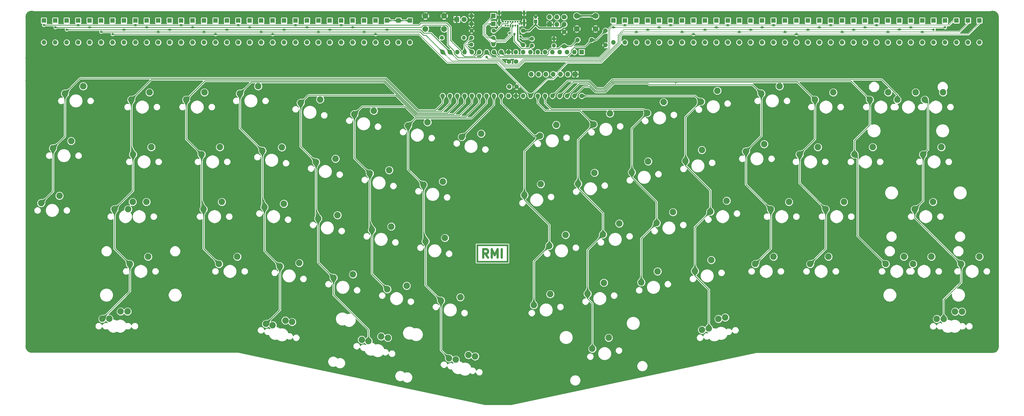
<source format=gbr>
G04 #@! TF.GenerationSoftware,KiCad,Pcbnew,(5.1.10)-1*
G04 #@! TF.CreationDate,2021-09-02T21:34:46+08:00*
G04 #@! TF.ProjectId,AELITH,41454c49-5448-42e6-9b69-6361645f7063,rev?*
G04 #@! TF.SameCoordinates,Original*
G04 #@! TF.FileFunction,Copper,L1,Top*
G04 #@! TF.FilePolarity,Positive*
%FSLAX46Y46*%
G04 Gerber Fmt 4.6, Leading zero omitted, Abs format (unit mm)*
G04 Created by KiCad (PCBNEW (5.1.10)-1) date 2021-09-02 21:34:46*
%MOMM*%
%LPD*%
G01*
G04 APERTURE LIST*
%ADD10C,0.750000*%
G04 #@! TA.AperFunction,EtchedComponent*
%ADD11C,0.100000*%
G04 #@! TD*
G04 #@! TA.AperFunction,ComponentPad*
%ADD12O,1.400000X1.400000*%
G04 #@! TD*
G04 #@! TA.AperFunction,ComponentPad*
%ADD13C,1.400000*%
G04 #@! TD*
G04 #@! TA.AperFunction,ComponentPad*
%ADD14C,1.600000*%
G04 #@! TD*
G04 #@! TA.AperFunction,ComponentPad*
%ADD15C,0.650000*%
G04 #@! TD*
G04 #@! TA.AperFunction,ComponentPad*
%ADD16O,0.900000X2.400000*%
G04 #@! TD*
G04 #@! TA.AperFunction,ComponentPad*
%ADD17O,0.900000X1.700000*%
G04 #@! TD*
G04 #@! TA.AperFunction,ComponentPad*
%ADD18O,1.700000X1.700000*%
G04 #@! TD*
G04 #@! TA.AperFunction,ComponentPad*
%ADD19R,1.700000X1.700000*%
G04 #@! TD*
G04 #@! TA.AperFunction,ComponentPad*
%ADD20O,1.600000X1.600000*%
G04 #@! TD*
G04 #@! TA.AperFunction,ComponentPad*
%ADD21R,1.600000X1.600000*%
G04 #@! TD*
G04 #@! TA.AperFunction,ComponentPad*
%ADD22C,1.700000*%
G04 #@! TD*
G04 #@! TA.AperFunction,ComponentPad*
%ADD23C,1.800000*%
G04 #@! TD*
G04 #@! TA.AperFunction,ComponentPad*
%ADD24R,1.800000X1.800000*%
G04 #@! TD*
G04 #@! TA.AperFunction,ComponentPad*
%ADD25C,1.200000*%
G04 #@! TD*
G04 #@! TA.AperFunction,ComponentPad*
%ADD26R,1.200000X1.200000*%
G04 #@! TD*
G04 #@! TA.AperFunction,ComponentPad*
%ADD27C,4.400000*%
G04 #@! TD*
G04 #@! TA.AperFunction,ComponentPad*
%ADD28C,0.700000*%
G04 #@! TD*
G04 #@! TA.AperFunction,ComponentPad*
%ADD29C,1.500000*%
G04 #@! TD*
G04 #@! TA.AperFunction,ComponentPad*
%ADD30C,2.000000*%
G04 #@! TD*
G04 #@! TA.AperFunction,ComponentPad*
%ADD31C,2.250000*%
G04 #@! TD*
G04 #@! TA.AperFunction,ViaPad*
%ADD32C,0.800000*%
G04 #@! TD*
G04 #@! TA.AperFunction,Conductor*
%ADD33C,0.250000*%
G04 #@! TD*
G04 #@! TA.AperFunction,Conductor*
%ADD34C,0.500000*%
G04 #@! TD*
G04 #@! TA.AperFunction,Conductor*
%ADD35C,0.200000*%
G04 #@! TD*
G04 #@! TA.AperFunction,Conductor*
%ADD36C,0.254000*%
G04 #@! TD*
G04 #@! TA.AperFunction,Conductor*
%ADD37C,1.000000*%
G04 #@! TD*
G04 #@! TA.AperFunction,Conductor*
%ADD38C,0.025400*%
G04 #@! TD*
G04 APERTURE END LIST*
D10*
X143026000Y-54538392D02*
X142026000Y-53109821D01*
X141311714Y-54538392D02*
X141311714Y-51538392D01*
X142454571Y-51538392D01*
X142740285Y-51681250D01*
X142883142Y-51824107D01*
X143026000Y-52109821D01*
X143026000Y-52538392D01*
X142883142Y-52824107D01*
X142740285Y-52966964D01*
X142454571Y-53109821D01*
X141311714Y-53109821D01*
X144311714Y-54538392D02*
X144311714Y-51538392D01*
X145311714Y-53681250D01*
X146311714Y-51538392D01*
X146311714Y-54538392D01*
X147740285Y-54538392D02*
X147740285Y-51538392D01*
D11*
G36*
X150026000Y-56181250D02*
G01*
X139026000Y-56181250D01*
X139026000Y-55681250D01*
X150026000Y-55681250D01*
X150026000Y-56181250D01*
G37*
X150026000Y-56181250D02*
X139026000Y-56181250D01*
X139026000Y-55681250D01*
X150026000Y-55681250D01*
X150026000Y-56181250D01*
G36*
X150026000Y-50431250D02*
G01*
X139026000Y-50431250D01*
X139026000Y-49931250D01*
X150026000Y-49931250D01*
X150026000Y-50431250D01*
G37*
X150026000Y-50431250D02*
X139026000Y-50431250D01*
X139026000Y-49931250D01*
X150026000Y-49931250D01*
X150026000Y-50431250D01*
G36*
X150026000Y-55681250D02*
G01*
X149526000Y-55681250D01*
X149526000Y-50431250D01*
X150026000Y-50431250D01*
X150026000Y-55681250D01*
G37*
X150026000Y-55681250D02*
X149526000Y-55681250D01*
X149526000Y-50431250D01*
X150026000Y-50431250D01*
X150026000Y-55681250D01*
G36*
X139526000Y-55681250D02*
G01*
X139026000Y-55681250D01*
X139026000Y-50431250D01*
X139526000Y-50431250D01*
X139526000Y-55681250D01*
G37*
X139526000Y-55681250D02*
X139026000Y-55681250D01*
X139026000Y-50431250D01*
X139526000Y-50431250D01*
X139526000Y-55681250D01*
D12*
X165893750Y21590000D03*
D13*
X158273750Y21590000D03*
D12*
X144938750Y24368125D03*
D13*
X137318750Y24368125D03*
D12*
X137239375Y19605625D03*
D13*
X144859375Y19605625D03*
D12*
X137239375Y21986875D03*
D13*
X144859375Y21986875D03*
D12*
X165893750Y19208750D03*
D13*
X158273750Y19208750D03*
D12*
X134620000Y21986875D03*
D13*
X127000000Y21986875D03*
D14*
X155178125Y19368125D03*
X155178125Y24368125D03*
X169465625Y18971250D03*
X169465625Y23971250D03*
X183753125Y19368125D03*
X183753125Y24368125D03*
D15*
X152484375Y26205625D03*
X153334375Y26205625D03*
X151634375Y26205625D03*
X150784375Y26205625D03*
X149934375Y26205625D03*
X149084375Y26205625D03*
X154184375Y27530625D03*
X153329375Y27530625D03*
X152479375Y27530625D03*
X151629375Y27530625D03*
X150779375Y27530625D03*
X149929375Y27530625D03*
X149079375Y27530625D03*
X148229375Y27530625D03*
D16*
X155534375Y27185625D03*
X146884375Y27185625D03*
D17*
X155534375Y30565625D03*
X146884375Y30565625D03*
D18*
X158035625Y9286875D03*
X160575625Y9286875D03*
X163115625Y9286875D03*
X165655625Y9286875D03*
X168195625Y9286875D03*
X170735625Y9286875D03*
D19*
X173275625Y9286875D03*
D20*
X175537813Y1746250D03*
X127277813Y16986250D03*
X172997813Y1746250D03*
X129817813Y16986250D03*
X170457813Y1746250D03*
X132357813Y16986250D03*
X167917813Y1746250D03*
X134897813Y16986250D03*
X165377813Y1746250D03*
X137437813Y16986250D03*
X162837813Y1746250D03*
X139977813Y16986250D03*
X160297813Y1746250D03*
X142517813Y16986250D03*
X157757813Y1746250D03*
X145057813Y16986250D03*
X155217813Y1746250D03*
X147597813Y16986250D03*
X152677813Y1746250D03*
X150137813Y16986250D03*
X150137813Y1746250D03*
X152677813Y16986250D03*
X147597813Y1746250D03*
X155217813Y16986250D03*
X145057813Y1746250D03*
X157757813Y16986250D03*
X142517813Y1746250D03*
X160297813Y16986250D03*
X139977813Y1746250D03*
X162837813Y16986250D03*
X137437813Y1746250D03*
X165377813Y16986250D03*
X134897813Y1746250D03*
X167917813Y16986250D03*
X132357813Y1746250D03*
X170457813Y16986250D03*
X129817813Y1746250D03*
X172997813Y16986250D03*
X127277813Y1746250D03*
D21*
X175537813Y16986250D03*
D20*
X137239375Y29527500D03*
D21*
X144859375Y29527500D03*
D20*
X137239375Y26749375D03*
D21*
X144859375Y26749375D03*
D19*
X164385625Y26590625D03*
D18*
X164385625Y29130625D03*
X166925625Y26590625D03*
X166925625Y29130625D03*
X169465625Y26590625D03*
D22*
X169465625Y29130625D03*
D20*
X-7143750Y20320000D03*
D21*
X-7143750Y27940000D03*
D23*
X134699375Y28336875D03*
D24*
X132159375Y28336875D03*
D25*
X159543750Y29130625D03*
D26*
X159543750Y27630625D03*
D14*
X152915625Y4921250D03*
X150415625Y4921250D03*
X150296875Y13652500D03*
X152796875Y13652500D03*
D20*
X313531250Y20320000D03*
D21*
X313531250Y27940000D03*
D20*
X250031250Y20320000D03*
D21*
X250031250Y27940000D03*
D20*
X214312500Y20320000D03*
D21*
X214312500Y27940000D03*
D20*
X103981250Y20320000D03*
D21*
X103981250Y27940000D03*
D20*
X68262500Y20320000D03*
D21*
X68262500Y27940000D03*
D20*
X48418750Y20320000D03*
D21*
X48418750Y27940000D03*
D20*
X12700000Y20320000D03*
D21*
X12700000Y27940000D03*
D20*
X309562500Y20320000D03*
D21*
X309562500Y27940000D03*
D20*
X293687500Y20320000D03*
D21*
X293687500Y27940000D03*
D20*
X281781250Y20320000D03*
D21*
X281781250Y27940000D03*
D20*
X265906250Y20320000D03*
D21*
X265906250Y27940000D03*
D20*
X246062500Y20320000D03*
D21*
X246062500Y27940000D03*
D20*
X230187500Y20320000D03*
D21*
X230187500Y27940000D03*
D20*
X210343750Y20320000D03*
D21*
X210343750Y27940000D03*
D20*
X194468750Y20320000D03*
D21*
X194468750Y27940000D03*
D20*
X100012500Y20320000D03*
D21*
X100012500Y27940000D03*
D20*
X84137500Y20320000D03*
D21*
X84137500Y27940000D03*
D20*
X64293750Y20320000D03*
D21*
X64293750Y27940000D03*
D20*
X44450000Y20320000D03*
D21*
X44450000Y27940000D03*
D20*
X28575000Y20320000D03*
D21*
X28575000Y27940000D03*
D20*
X8731250Y20320000D03*
D21*
X8731250Y27940000D03*
D20*
X305593750Y20320000D03*
D21*
X305593750Y27940000D03*
D20*
X277812500Y20320000D03*
D21*
X277812500Y27940000D03*
D20*
X261937500Y20320000D03*
D21*
X261937500Y27940000D03*
D20*
X242093750Y20320000D03*
D21*
X242093750Y27940000D03*
D20*
X226218750Y20320000D03*
D21*
X226218750Y27940000D03*
D20*
X206375000Y20320000D03*
D21*
X206375000Y27940000D03*
D20*
X190500000Y20320000D03*
D21*
X190500000Y27940000D03*
D20*
X96043750Y20320000D03*
D21*
X96043750Y27940000D03*
D20*
X80168750Y20320000D03*
D21*
X80168750Y27940000D03*
D20*
X60325000Y20320000D03*
D21*
X60325000Y27940000D03*
D20*
X40481250Y20320000D03*
D21*
X40481250Y27940000D03*
D20*
X24606250Y20320000D03*
D21*
X24606250Y27940000D03*
D20*
X4762500Y20320000D03*
D21*
X4762500Y27940000D03*
D20*
X301625000Y20320000D03*
D21*
X301625000Y27940000D03*
D20*
X289718750Y20320000D03*
D21*
X289718750Y27940000D03*
D20*
X273843750Y20320000D03*
D21*
X273843750Y27940000D03*
D20*
X257968750Y20320000D03*
D21*
X257968750Y27940000D03*
D20*
X238125000Y20320000D03*
D21*
X238125000Y27940000D03*
D20*
X222250000Y20320000D03*
D21*
X222250000Y27940000D03*
D20*
X202406250Y20320000D03*
D21*
X202406250Y27940000D03*
D20*
X186531250Y20320000D03*
D21*
X186531250Y27940000D03*
D20*
X92075000Y20320000D03*
D21*
X92075000Y27940000D03*
D20*
X76200000Y20320000D03*
D21*
X76200000Y27940000D03*
D20*
X56356250Y20320000D03*
D21*
X56356250Y27940000D03*
D20*
X36512500Y20320000D03*
D21*
X36512500Y27940000D03*
D20*
X20637500Y20320000D03*
D21*
X20637500Y27940000D03*
D20*
X793750Y20320000D03*
D21*
X793750Y27940000D03*
D20*
X-11112500Y20320000D03*
D21*
X-11112500Y27940000D03*
D20*
X297656250Y20320000D03*
D21*
X297656250Y27940000D03*
D20*
X285750000Y20320000D03*
D21*
X285750000Y27940000D03*
D20*
X269875000Y20320000D03*
D21*
X269875000Y27940000D03*
D20*
X254000000Y20320000D03*
D21*
X254000000Y27940000D03*
D20*
X234156250Y20320000D03*
D21*
X234156250Y27940000D03*
D20*
X218281250Y20320000D03*
D21*
X218281250Y27940000D03*
D20*
X198437500Y20320000D03*
D21*
X198437500Y27940000D03*
D20*
X115887500Y20320000D03*
D21*
X115887500Y27940000D03*
D20*
X111918750Y20320000D03*
D21*
X111918750Y27940000D03*
D20*
X107950000Y20320000D03*
D21*
X107950000Y27940000D03*
D20*
X88106250Y20320000D03*
D21*
X88106250Y27940000D03*
D20*
X72231250Y20320000D03*
D21*
X72231250Y27940000D03*
D20*
X52387500Y20320000D03*
D21*
X52387500Y27940000D03*
D20*
X32543750Y20320000D03*
D21*
X32543750Y27940000D03*
D20*
X16668750Y20320000D03*
D21*
X16668750Y27940000D03*
D20*
X-3175000Y20320000D03*
D21*
X-3175000Y27940000D03*
D27*
X206970312Y-91678125D03*
D28*
X208620312Y-91678125D03*
X208137038Y-92844851D03*
X206970312Y-93328125D03*
X205803586Y-92844851D03*
X205320312Y-91678125D03*
X205803586Y-90511399D03*
X206970312Y-90028125D03*
X208137038Y-90511399D03*
X183137038Y10652039D03*
X181970312Y11135313D03*
X180803586Y10652039D03*
X180320312Y9485313D03*
X180803586Y8318587D03*
X181970312Y7835313D03*
X183137038Y8318587D03*
X183620312Y9485313D03*
D27*
X181970312Y9485313D03*
D28*
X122012039Y10652039D03*
X120845313Y11135313D03*
X119678587Y10652039D03*
X119195313Y9485313D03*
X119678587Y8318587D03*
X120845313Y7835313D03*
X122012039Y8318587D03*
X122495313Y9485313D03*
D27*
X120845313Y9485313D03*
X95845313Y-93662500D03*
D28*
X97495313Y-93662500D03*
X97012039Y-94829226D03*
X95845313Y-95312500D03*
X94678587Y-94829226D03*
X94195313Y-93662500D03*
X94678587Y-92495774D03*
X95845313Y-92012500D03*
X97012039Y-92495774D03*
D27*
X318095312Y-85328125D03*
D28*
X319745312Y-85328125D03*
X319262038Y-86494851D03*
X318095312Y-86978125D03*
X316928586Y-86494851D03*
X316445312Y-85328125D03*
X316928586Y-84161399D03*
X318095312Y-83678125D03*
X319262038Y-84161399D03*
X-14112961Y-84161399D03*
X-15279687Y-83678125D03*
X-16446413Y-84161399D03*
X-16929687Y-85328125D03*
X-16446413Y-86494851D03*
X-15279687Y-86978125D03*
X-14112961Y-86494851D03*
X-13629687Y-85328125D03*
D27*
X-15279687Y-85328125D03*
X318095312Y6945313D03*
D28*
X319745312Y6945313D03*
X319262038Y5778587D03*
X318095312Y5295313D03*
X316928586Y5778587D03*
X316445312Y6945313D03*
X316928586Y8112039D03*
X318095312Y8595313D03*
X319262038Y8112039D03*
X-14112961Y8112039D03*
X-15279687Y8595313D03*
X-16446413Y8112039D03*
X-16929687Y6945313D03*
X-16446413Y5778587D03*
X-15279687Y5295313D03*
X-14112961Y5778587D03*
X-13629687Y6945313D03*
D27*
X-15279687Y6945313D03*
D28*
X-14112961Y16009851D03*
X-15279687Y16493125D03*
X-16446413Y16009851D03*
X-16929687Y14843125D03*
X-16446413Y13676399D03*
X-15279687Y13193125D03*
X-14112961Y13676399D03*
X-13629687Y14843125D03*
D27*
X-15279687Y14843125D03*
D28*
X-14112961Y30297351D03*
X-15279687Y30780625D03*
X-16446413Y30297351D03*
X-16929687Y29130625D03*
X-16446413Y27963899D03*
X-15279687Y27480625D03*
X-14112961Y27963899D03*
X-13629687Y29130625D03*
D27*
X-15279687Y29130625D03*
X318095312Y14843125D03*
D28*
X319745312Y14843125D03*
X319262038Y13676399D03*
X318095312Y13193125D03*
X316928586Y13676399D03*
X316445312Y14843125D03*
X316928586Y16009851D03*
X318095312Y16493125D03*
X319262038Y16009851D03*
D27*
X318095312Y29130625D03*
D28*
X319745312Y29130625D03*
X319262038Y27963899D03*
X318095312Y27480625D03*
X316928586Y27963899D03*
X316445312Y29130625D03*
X316928586Y30297351D03*
X318095312Y30780625D03*
X319262038Y30297351D03*
D29*
X174110625Y21193125D03*
X178990625Y21193125D03*
D30*
X121293750Y25027500D03*
X121293750Y29527500D03*
X127793750Y25027500D03*
X127793750Y29527500D03*
X180331250Y29527500D03*
X180331250Y25027500D03*
X173831250Y29527500D03*
X173831250Y25027500D03*
D31*
X307486850Y-73307999D03*
X301136850Y-75847999D03*
X222979090Y-75838003D03*
X217295948Y-79642738D03*
X138560685Y-88859105D03*
X131821352Y-90023361D03*
X108278458Y-82422419D03*
X101539125Y-83586675D03*
X75039899Y-76894195D03*
X68300566Y-78058451D03*
X15548750Y-73259999D03*
X9198750Y-75799999D03*
X305105600Y-73307999D03*
X298755600Y-75847999D03*
X225308304Y-75342913D03*
X219625162Y-79147648D03*
X184898304Y-82402913D03*
X179215162Y-86207648D03*
X136232694Y-88364276D03*
X129493361Y-89528532D03*
X105949244Y-81927330D03*
X99209911Y-83091586D03*
X72710686Y-76399105D03*
X65971353Y-77563361D03*
X17930000Y-73259999D03*
X11580000Y-75799999D03*
X296880000Y-54209999D03*
X290530000Y-56749999D03*
X313548749Y-54210000D03*
X307198749Y-56750000D03*
X287355000Y-54210000D03*
X281005000Y-56750000D03*
X261160000Y-54209999D03*
X254810000Y-56749999D03*
X242110000Y-54209999D03*
X235760000Y-56749999D03*
X220498304Y-55352913D03*
X214815162Y-59157648D03*
X201864592Y-59313631D03*
X196181450Y-63118366D03*
X183230880Y-63274349D03*
X177547738Y-67079084D03*
X164597168Y-67235067D03*
X158914026Y-71039802D03*
X133421821Y-68291259D03*
X126682488Y-69455515D03*
X114788109Y-64330541D03*
X108048776Y-65494797D03*
X96154397Y-60369823D03*
X89415064Y-61534079D03*
X77520686Y-56409105D03*
X70781353Y-57573361D03*
X56020000Y-54209999D03*
X49670000Y-56749999D03*
X25070000Y-54209999D03*
X18720000Y-56749999D03*
X19710000Y-35159999D03*
X13360000Y-37699999D03*
X297470000Y-35159999D03*
X291120000Y-37699999D03*
X266520000Y-35159999D03*
X260170000Y-37699999D03*
X247470000Y-35159999D03*
X241120000Y-37699999D03*
X225858303Y-34742913D03*
X220175161Y-38547648D03*
X207224592Y-38703631D03*
X201541450Y-42508366D03*
X188590880Y-42664349D03*
X182907738Y-46469084D03*
X169957168Y-46625067D03*
X164274026Y-50429802D03*
X128071821Y-47681259D03*
X121332488Y-48845515D03*
X109438109Y-43720541D03*
X102698776Y-44884797D03*
X90804397Y-39759823D03*
X84065064Y-40924079D03*
X72170686Y-35799105D03*
X65431353Y-36963361D03*
X50669999Y-35159999D03*
X44319999Y-37699999D03*
X24472500Y-35159999D03*
X18122500Y-37699999D03*
X-5689999Y-33019999D03*
X-12039999Y-35559999D03*
X300350000Y-16109999D03*
X294000000Y-18649999D03*
X276530000Y-16109999D03*
X270180000Y-18649999D03*
X257480000Y-16109999D03*
X251130000Y-18649999D03*
X238850000Y-15049999D03*
X232500000Y-17589999D03*
X217238304Y-17092913D03*
X211555162Y-20897648D03*
X198604593Y-21053630D03*
X192921451Y-24858365D03*
X179970881Y-25014348D03*
X174287739Y-28819083D03*
X161337169Y-28975066D03*
X155654027Y-32779801D03*
X127371821Y-28051259D03*
X120632488Y-29215515D03*
X108738109Y-24090541D03*
X101998776Y-25254797D03*
X90104397Y-20129823D03*
X83365064Y-21294079D03*
X71470686Y-16169105D03*
X64731353Y-17333361D03*
X49969999Y-16109999D03*
X43619999Y-18649999D03*
X26159999Y-16109999D03*
X19809999Y-18649999D03*
X-1620000Y-13969999D03*
X-7970000Y-16509999D03*
X291415000Y2940001D03*
X285065000Y400001D03*
X300940000Y2940001D03*
X294590000Y400001D03*
X281890000Y2940001D03*
X275540000Y400001D03*
X262840000Y2940001D03*
X256490000Y400001D03*
X244210000Y5080000D03*
X237860000Y2540000D03*
X222598303Y3517087D03*
X216915161Y-287648D03*
X203964592Y-443631D03*
X198281450Y-4248366D03*
X185330880Y-4404349D03*
X179647738Y-8209084D03*
X166697168Y-8365067D03*
X161014026Y-12169802D03*
X140651821Y-11401259D03*
X133912488Y-12565515D03*
X122018109Y-7440541D03*
X115278776Y-8604797D03*
X103384397Y-3479823D03*
X96645064Y-4644079D03*
X84750686Y480895D03*
X78011353Y-683361D03*
X63250000Y5080000D03*
X56900000Y2540000D03*
X44609999Y2940001D03*
X38259999Y400001D03*
X25559999Y2940001D03*
X19209999Y400001D03*
X2540000Y5080000D03*
X-3810000Y2540000D03*
D32*
X125809375Y22780625D03*
X155971875Y12065000D03*
X155971875Y6905625D03*
X165893750Y4524375D03*
X152134375Y23177500D03*
X150415625Y23574375D03*
X154303123Y22383750D03*
X12700000Y23177500D03*
X48418750Y23177500D03*
X68262500Y23177500D03*
X103981250Y23177500D03*
X214312500Y23177500D03*
X250031250Y23177500D03*
X-3175000Y24765000D03*
X16668750Y24765000D03*
X32543750Y24765000D03*
X52387500Y24765000D03*
X72231250Y24765000D03*
X88106250Y24765000D03*
X107950000Y24765000D03*
X198437500Y24765000D03*
X218281250Y24765000D03*
X234156250Y24765000D03*
X254000000Y24765000D03*
X269875000Y24765000D03*
X285750000Y24858750D03*
X297656250Y24765000D03*
X8731250Y23971250D03*
X28575000Y23971250D03*
X44450000Y23971250D03*
X64293750Y23971250D03*
X84137500Y23971250D03*
X100012500Y23971250D03*
X194468750Y23971250D03*
X210343750Y23971250D03*
X230187500Y23971250D03*
X246062500Y23971250D03*
X265906250Y23971250D03*
X281781250Y23971250D03*
X293687500Y23971250D03*
X-11112500Y26352500D03*
X793750Y26352500D03*
X36512500Y26352500D03*
X20637500Y26352500D03*
X56356250Y26352500D03*
X76200000Y26352500D03*
X92075000Y26352500D03*
X186531250Y25558750D03*
X202406250Y25558750D03*
X222250000Y25558750D03*
X238125000Y25558750D03*
X257968750Y25558750D03*
X273843750Y25558750D03*
X289718750Y25558750D03*
X301625000Y25558750D03*
X142478125Y15240000D03*
X-7143750Y25558750D03*
X4762500Y25558750D03*
X24606250Y25558750D03*
X40481250Y25558750D03*
X60325000Y25558750D03*
X80168750Y25558750D03*
X96043750Y25558750D03*
X190500000Y26352500D03*
X206375000Y26352500D03*
X226218750Y26352500D03*
X242093750Y26352500D03*
X261937500Y26352500D03*
X277812500Y26352500D03*
D33*
X145857812Y16186251D02*
X145057813Y16986250D01*
X146632824Y15411239D02*
X145857812Y16186251D01*
X171872812Y16736247D02*
X171872812Y17526251D01*
X170547804Y15411239D02*
X171872812Y16736247D01*
X171872812Y17526251D02*
X173158436Y18811875D01*
X165325636Y15411239D02*
X170547804Y15411239D01*
X165325636Y15411239D02*
X146632824Y15411239D01*
X176609375Y18811875D02*
X178990625Y21193125D01*
X173158436Y18811875D02*
X176609375Y18811875D01*
X180578125Y21193125D02*
X183753125Y24368125D01*
X178990625Y21193125D02*
X180578125Y21193125D01*
X148722814Y15861249D02*
X163377814Y15861249D01*
X147597813Y16986250D02*
X148722814Y15861249D01*
X163377814Y15861249D02*
X163962814Y16446249D01*
X163962814Y16446249D02*
X163962814Y17277814D01*
X163962814Y17277814D02*
X164796251Y18111251D01*
X167474256Y18111251D02*
X164796251Y18111251D01*
X168334255Y18971250D02*
X167474256Y18111251D01*
X169465625Y18971250D02*
X168334255Y18971250D01*
X171888750Y18971250D02*
X174110625Y21193125D01*
X169465625Y18971250D02*
X171888750Y18971250D01*
D34*
X168615626Y25740626D02*
X169465625Y26590625D01*
X168165624Y25290624D02*
X168615626Y25740626D01*
X160783751Y25290624D02*
X168165624Y25290624D01*
X159543750Y26530625D02*
X160783751Y25290624D01*
X159543750Y27630625D02*
X159543750Y26530625D01*
X157381250Y24368125D02*
X159543750Y26530625D01*
X155178125Y24368125D02*
X157381250Y24368125D01*
D35*
X150784375Y26205625D02*
X150984375Y26005625D01*
X145825000Y21021250D02*
X144859375Y21986875D01*
X148734925Y21021250D02*
X145825000Y21021250D01*
X150984375Y23270700D02*
X148734925Y21021250D01*
X142717647Y26749375D02*
X144859375Y26749375D01*
X141909375Y25941103D02*
X142717647Y26749375D01*
X143114522Y21986875D02*
X141909375Y23192022D01*
X144859375Y21986875D02*
X143114522Y21986875D01*
X141909375Y23192022D02*
X141909375Y25941103D01*
D33*
X151629375Y27418623D02*
X151629375Y27530625D01*
X150784375Y26573623D02*
X151629375Y27418623D01*
X150784375Y26205625D02*
X150784375Y26573623D01*
X152134375Y20746873D02*
X152134375Y23177500D01*
X154638124Y18243124D02*
X152134375Y20746873D01*
X157308124Y18243124D02*
X154638124Y18243124D01*
X158273750Y19208750D02*
X157308124Y18243124D01*
X150587500Y23746250D02*
X150984375Y23746250D01*
X150415625Y23574375D02*
X150587500Y23746250D01*
D35*
X150984375Y23746250D02*
X150984375Y23270700D01*
X150984375Y26005625D02*
X150984375Y23746250D01*
X151634375Y26205625D02*
X151434375Y26005625D01*
X151434375Y26005625D02*
X151434375Y23084300D01*
X151434375Y23084300D02*
X148921325Y20571250D01*
X145825000Y20571250D02*
X144859375Y19605625D01*
X148921325Y20571250D02*
X145825000Y20571250D01*
X142399448Y27067573D02*
X144859375Y29527500D01*
X141459375Y26127500D02*
X142399448Y27067573D01*
X141459375Y23005625D02*
X141459375Y26127500D01*
X144859375Y19605625D02*
X141459375Y23005625D01*
D34*
X153334375Y21211875D02*
X153334375Y26205625D01*
X155178125Y19368125D02*
X153334375Y21211875D01*
X173831250Y29527500D02*
X180331250Y29527500D01*
D35*
X134897813Y16986250D02*
X134897813Y19645313D01*
X134897813Y19645313D02*
X135176323Y19923823D01*
X135176323Y19923823D02*
X137239375Y21986875D01*
X137437813Y16986250D02*
X135347813Y19076250D01*
X135347813Y19076250D02*
X135347813Y19458916D01*
X135347813Y19458916D02*
X135494522Y19605625D01*
X135494522Y19605625D02*
X137239375Y19605625D01*
D33*
X145912904Y24368125D02*
X144859375Y24368125D01*
X147659385Y26114606D02*
X145912904Y24368125D01*
X147659385Y26374385D02*
X147659385Y26114606D01*
X148140626Y26855626D02*
X147659385Y26374385D01*
X149713995Y26855626D02*
X148140626Y26855626D01*
X149929375Y27071006D02*
X149713995Y26855626D01*
X149929375Y27530625D02*
X149929375Y27071006D01*
X155096873Y21590000D02*
X154303123Y22383750D01*
X158273750Y21590000D02*
X155096873Y21590000D01*
X115278776Y-23861803D02*
X120632488Y-29215515D01*
X115278776Y-8604797D02*
X115278776Y-23861803D01*
X120632488Y-48145515D02*
X121332488Y-48845515D01*
X120632488Y-29215515D02*
X120632488Y-48145515D01*
X121332488Y-64105515D02*
X126682488Y-69455515D01*
X121332488Y-48845515D02*
X121332488Y-64105515D01*
X126682488Y-86717659D02*
X129493361Y-89528532D01*
X126682488Y-69455515D02*
X126682488Y-86717659D01*
X117893033Y-5990540D02*
X115278776Y-8604797D01*
X137321023Y-5990540D02*
X117893033Y-5990540D01*
X142517813Y-793750D02*
X137321023Y-5990540D01*
X142517813Y1746250D02*
X142517813Y-793750D01*
X19209999Y-18049999D02*
X19809999Y-18649999D01*
X19209999Y400001D02*
X19209999Y-18049999D01*
X19809999Y-31250000D02*
X13360000Y-37699999D01*
X19809999Y-18649999D02*
X19809999Y-31250000D01*
X13360000Y-51389999D02*
X18720000Y-56749999D01*
X13360000Y-37699999D02*
X13360000Y-51389999D01*
X18720000Y-66278749D02*
X9198750Y-75799999D01*
X18720000Y-56749999D02*
X18720000Y-66278749D01*
X126871073Y-3740490D02*
X118601755Y-3740490D01*
X118601755Y-3740490D02*
X107431244Y7430021D01*
X26240019Y7430021D02*
X19209999Y400001D01*
X107431244Y7430021D02*
X26240019Y7430021D01*
X129817813Y-793749D02*
X128805781Y-1805781D01*
X129817813Y1746250D02*
X129817813Y-793749D01*
X128805781Y-1805781D02*
X126871073Y-3740490D01*
X129817813Y-793750D02*
X128805781Y-1805781D01*
X38259999Y-13289999D02*
X43619999Y-18649999D01*
X38259999Y400001D02*
X38259999Y-13289999D01*
X43619999Y-36999999D02*
X44319999Y-37699999D01*
X43619999Y-18649999D02*
X43619999Y-36999999D01*
X44319999Y-51399998D02*
X49670000Y-56749999D01*
X44319999Y-37699999D02*
X44319999Y-51399998D01*
X39384998Y1525000D02*
X38259999Y400001D01*
X107244844Y6980011D02*
X44840009Y6980011D01*
X118415355Y-4190500D02*
X107244844Y6980011D01*
X128961063Y-4190500D02*
X118415355Y-4190500D01*
X44840009Y6980011D02*
X39384998Y1525000D01*
X132357813Y-793750D02*
X128961063Y-4190500D01*
X132357813Y1746250D02*
X132357813Y-793750D01*
X56900000Y-9502008D02*
X64731353Y-17333361D01*
X56900000Y2540000D02*
X56900000Y-9502008D01*
X64731353Y-36263361D02*
X65431353Y-36963361D01*
X64731353Y-17333361D02*
X64731353Y-36263361D01*
X65431353Y-52223361D02*
X70781353Y-57573361D01*
X65431353Y-36963361D02*
X65431353Y-52223361D01*
X70781353Y-72753361D02*
X65971353Y-77563361D01*
X70781353Y-57573361D02*
X70781353Y-72753361D01*
X60890001Y6530001D02*
X56900000Y2540000D01*
X107058444Y6530001D02*
X60890001Y6530001D01*
X118228955Y-4640510D02*
X107058444Y6530001D01*
X131051053Y-4640510D02*
X118228955Y-4640510D01*
X134897813Y-793751D02*
X134520782Y-1170782D01*
X134897813Y1746250D02*
X134897813Y-793751D01*
X134520782Y-1170782D02*
X131051053Y-4640510D01*
X134897813Y-793750D02*
X134520782Y-1170782D01*
X78011353Y-15940368D02*
X83365064Y-21294079D01*
X78011353Y-683361D02*
X78011353Y-15940368D01*
X83365064Y-40224079D02*
X84065064Y-40924079D01*
X83365064Y-21294079D02*
X83365064Y-40224079D01*
X84065064Y-56184079D02*
X89415064Y-61534079D01*
X84065064Y-40924079D02*
X84065064Y-56184079D01*
X101539125Y-81995685D02*
X101539125Y-83586675D01*
X101539125Y-79612394D02*
X101539125Y-81995685D01*
X89415064Y-67488333D02*
X101539125Y-79612394D01*
X89415064Y-61534079D02*
X89415064Y-67488333D01*
X79136352Y441638D02*
X78011353Y-683361D01*
X80625610Y1930896D02*
X79136352Y441638D01*
X111021139Y1930896D02*
X80625610Y1930896D01*
X118042555Y-5090520D02*
X111021139Y1930896D01*
X133141043Y-5090520D02*
X118042555Y-5090520D01*
X137437813Y-793749D02*
X136981406Y-1250156D01*
X136981406Y-1250156D02*
X133141043Y-5090520D01*
X137437813Y1746250D02*
X137437813Y-793749D01*
X137437813Y-793750D02*
X136981406Y-1250156D01*
X96645064Y-19901085D02*
X101998776Y-25254797D01*
X96645064Y-4644079D02*
X96645064Y-19901085D01*
X101998776Y-44184797D02*
X102698776Y-44884797D01*
X101998776Y-25254797D02*
X101998776Y-44184797D01*
X102698776Y-60144797D02*
X108048776Y-65494797D01*
X102698776Y-44884797D02*
X102698776Y-60144797D01*
X114345447Y-2029822D02*
X99259321Y-2029822D01*
X117856155Y-5540530D02*
X114345447Y-2029822D01*
X135231033Y-5540530D02*
X117856155Y-5540530D01*
X99259321Y-2029822D02*
X96645064Y-4644079D01*
X139977813Y-793750D02*
X135231033Y-5540530D01*
X139977813Y1746250D02*
X139977813Y-793750D01*
X-3810000Y-12349999D02*
X-7970000Y-16509999D01*
X-3810000Y2540000D02*
X-3810000Y-12349999D01*
X-7970000Y-31490000D02*
X-12039999Y-35559999D01*
X-7970000Y-16509999D02*
X-7970000Y-31490000D01*
X118788155Y-3290480D02*
X107617644Y7880031D01*
X124781083Y-3290480D02*
X118788155Y-3290480D01*
X1530031Y7880031D02*
X-3810000Y2540000D01*
X107617644Y7880031D02*
X1530031Y7880031D01*
X127277813Y-793749D02*
X126742031Y-1329531D01*
X127277813Y1746250D02*
X127277813Y-793749D01*
X126742031Y-1329531D02*
X124781083Y-3290480D01*
X127277813Y-793750D02*
X126742031Y-1329531D01*
X133912488Y-12565515D02*
X145057813Y-1420190D01*
X145057813Y1746250D02*
X145057813Y-1389062D01*
X145057813Y-1389062D02*
X145057813Y-793750D01*
X145057813Y-1420190D02*
X145057813Y-1389062D01*
X155654027Y-17529801D02*
X155654027Y-32779801D01*
X161014026Y-12169802D02*
X155654027Y-17529801D01*
X164274026Y-48838812D02*
X164274026Y-50429802D01*
X164274026Y-43086492D02*
X164274026Y-48838812D01*
X155654027Y-34466493D02*
X164274026Y-43086492D01*
X155654027Y-32779801D02*
X155654027Y-34466493D01*
X158914026Y-55789802D02*
X158914026Y-71039802D01*
X164274026Y-50429802D02*
X158914026Y-55789802D01*
X158973865Y-12169802D02*
X161014026Y-12169802D01*
X147597813Y-793749D02*
X148411407Y-1607343D01*
X147597813Y1746250D02*
X147597813Y-793749D01*
X148411407Y-1607343D02*
X158973865Y-12169802D01*
X147597813Y-793750D02*
X148411407Y-1607343D01*
X12700000Y23177500D02*
X48418750Y23177500D01*
X48418750Y23177500D02*
X68262500Y23177500D01*
X68262500Y23177500D02*
X103981250Y23177500D01*
X103981250Y23177500D02*
X119062500Y23177500D01*
D35*
X147935157Y11568907D02*
X157757813Y1746250D01*
X146117875Y13386189D02*
X147935157Y11568907D01*
X128853811Y13386189D02*
X146117875Y13386189D01*
X119062500Y23177500D02*
X128853811Y13386189D01*
X214312500Y23177500D02*
X250031250Y23177500D01*
X313531250Y26940000D02*
X313531250Y27940000D01*
X309768750Y23177500D02*
X313531250Y26940000D01*
X250031250Y23177500D02*
X309768750Y23177500D01*
X188918770Y22449249D02*
X189647021Y23177500D01*
X188918770Y19948120D02*
X188918770Y22449249D01*
X182356839Y13386189D02*
X188918770Y19948120D01*
X167045624Y9838876D02*
X170592937Y13386189D01*
X170592937Y13386189D02*
X182356839Y13386189D01*
X167045624Y8974872D02*
X167045624Y9838876D01*
X189647021Y23177500D02*
X214312500Y23177500D01*
X165676378Y7605626D02*
X167045624Y8974872D01*
X163617189Y7605626D02*
X165676378Y7605626D01*
X157757813Y1746250D02*
X163617189Y7605626D01*
D33*
X174287739Y-13569083D02*
X174287739Y-28819083D01*
X179647738Y-8209084D02*
X174287739Y-13569083D01*
X182907738Y-44878094D02*
X182907738Y-46469084D01*
X182907738Y-39030072D02*
X182907738Y-44878094D01*
X174287739Y-30410073D02*
X182907738Y-39030072D01*
X174287739Y-28819083D02*
X174287739Y-30410073D01*
X177547738Y-51829084D02*
X177547738Y-67079084D01*
X182907738Y-46469084D02*
X177547738Y-51829084D01*
X179215162Y-84616658D02*
X179215162Y-86207648D01*
X179215162Y-70433200D02*
X179215162Y-84616658D01*
X177547738Y-68765776D02*
X179215162Y-70433200D01*
X177547738Y-67079084D02*
X177547738Y-68765776D01*
X178522739Y-7084085D02*
X179647738Y-8209084D01*
X178353720Y-6915066D02*
X178522739Y-7084085D01*
X174843012Y-3404358D02*
X179647738Y-8209084D01*
X162908421Y-3404358D02*
X174843012Y-3404358D01*
X160297813Y-793749D02*
X160714532Y-1210468D01*
X160297813Y1746250D02*
X160297813Y-793749D01*
X160714532Y-1210468D02*
X162908421Y-3404358D01*
X160297813Y-793750D02*
X160714532Y-1210468D01*
X211555162Y-5647647D02*
X211555162Y-20897648D01*
X216915161Y-287648D02*
X211555162Y-5647647D01*
X220175161Y-36956658D02*
X220175161Y-38547648D01*
X220175161Y-31108637D02*
X220175161Y-36956658D01*
X211555162Y-22488638D02*
X220175161Y-31108637D01*
X211555162Y-20897648D02*
X211555162Y-22488638D01*
X214815162Y-43907647D02*
X214815162Y-59157648D01*
X220175161Y-38547648D02*
X214815162Y-43907647D01*
X219625162Y-77556658D02*
X219625162Y-79147648D01*
X219625162Y-65654340D02*
X219625162Y-77556658D01*
X214815162Y-60844340D02*
X219625162Y-65654340D01*
X214815162Y-59157648D02*
X214815162Y-60844340D01*
X214881263Y1746250D02*
X216915161Y-287648D01*
X175537813Y1746250D02*
X214881263Y1746250D01*
X237860000Y-12229999D02*
X232500000Y-17589999D01*
X237860000Y2540000D02*
X237860000Y-12229999D01*
X232500000Y-29079999D02*
X241120000Y-37699999D01*
X232500000Y-17589999D02*
X232500000Y-29079999D01*
X241120000Y-51389999D02*
X235760000Y-56749999D01*
X241120000Y-37699999D02*
X241120000Y-51389999D01*
X172997813Y1746250D02*
X176172813Y4921250D01*
X178348143Y4921250D02*
X180199108Y3070285D01*
X176172813Y4921250D02*
X178348143Y4921250D01*
X180199108Y3070285D02*
X183741513Y3070284D01*
X183741513Y3070284D02*
X186751220Y6079991D01*
X186751220Y6079991D02*
X198437500Y6079991D01*
X234791269Y5608731D02*
X237860000Y2540000D01*
X198908760Y5608731D02*
X234791269Y5608731D01*
X198437500Y6079991D02*
X198908760Y5608731D01*
X192921451Y-9608365D02*
X192921451Y-24858365D01*
X198281450Y-4248366D02*
X192921451Y-9608365D01*
X201541450Y-40917376D02*
X201541450Y-42508366D01*
X201541450Y-35165056D02*
X201541450Y-40917376D01*
X192921451Y-26545057D02*
X201541450Y-35165056D01*
X192921451Y-24858365D02*
X192921451Y-26545057D01*
X196181450Y-47868366D02*
X196181450Y-63118366D01*
X201541450Y-42508366D02*
X196181450Y-47868366D01*
X197156451Y-3123367D02*
X198281450Y-4248366D01*
X196987432Y-2954348D02*
X197156451Y-3123367D01*
X168892527Y-2954348D02*
X164998411Y-2954348D01*
X168892527Y-2954348D02*
X196987432Y-2954348D01*
X162837813Y-793751D02*
X163572031Y-1527969D01*
X162837813Y1746250D02*
X162837813Y-793751D01*
X163572031Y-1527969D02*
X162837813Y-793750D01*
X164998411Y-2954348D02*
X163572031Y-1527969D01*
X295124999Y-17525000D02*
X294000000Y-18649999D01*
X295714999Y-16935000D02*
X295124999Y-17525000D01*
X295714999Y-724998D02*
X295714999Y-16935000D01*
X294590000Y400001D02*
X295714999Y-724998D01*
X294000000Y-34819999D02*
X291120000Y-37699999D01*
X294000000Y-18649999D02*
X294000000Y-34819999D01*
X291120000Y-40671251D02*
X307198749Y-56750000D01*
X291120000Y-37699999D02*
X291120000Y-40671251D01*
X301136850Y-74257009D02*
X301136850Y-75847999D01*
X301136850Y-69222425D02*
X301136850Y-74257009D01*
X307198749Y-63160526D02*
X301136850Y-69222425D01*
X307198749Y-56750000D02*
X307198749Y-63160526D01*
X285065000Y1990991D02*
X285065000Y400001D01*
X279625972Y7430020D02*
X285065000Y1990991D01*
X165377813Y1746250D02*
X170591875Y6960312D01*
X212041855Y7430020D02*
X279625972Y7430020D01*
X180758311Y4420312D02*
X183182313Y4420312D01*
X178218311Y6960312D02*
X180758311Y4420312D01*
X170591875Y6960312D02*
X178218311Y6960312D01*
X186192020Y7430020D02*
X183837250Y5075250D01*
X208248770Y7430020D02*
X186192020Y7430020D01*
X183837250Y5075250D02*
X184150000Y5387999D01*
X183182313Y4420312D02*
X183837250Y5075250D01*
X212041855Y7430020D02*
X208248770Y7430020D01*
X208248770Y7430020D02*
X208090020Y7430020D01*
X270180000Y-17059009D02*
X270180000Y-18649999D01*
X270180000Y-13751775D02*
X270180000Y-17059009D01*
X275540000Y-8391775D02*
X270180000Y-13751775D01*
X275540000Y400001D02*
X275540000Y-8391775D01*
X279880001Y-55625001D02*
X281005000Y-56750000D01*
X271304999Y-47049999D02*
X279880001Y-55625001D01*
X271304999Y-19774998D02*
X271304999Y-47049999D01*
X270180000Y-18649999D02*
X271304999Y-19774998D01*
X274415001Y1525000D02*
X275540000Y400001D01*
X268959991Y6980010D02*
X274415001Y1525000D01*
X210816420Y6980010D02*
X268959991Y6980010D01*
X172680313Y6508750D02*
X167917813Y1746250D01*
X208523115Y6980010D02*
X186378420Y6980010D01*
X210816420Y6980010D02*
X208523115Y6980010D01*
X208523115Y6980010D02*
X208276420Y6980010D01*
X183368713Y3970302D02*
X180571910Y3970303D01*
X186378420Y6980010D02*
X183368713Y3970302D01*
X178033463Y6508750D02*
X172680313Y6508750D01*
X180571910Y3970303D02*
X178033463Y6508750D01*
X256490000Y-13289999D02*
X251130000Y-18649999D01*
X256490000Y400001D02*
X256490000Y-13289999D01*
X251130000Y-28659999D02*
X260170000Y-37699999D01*
X251130000Y-18649999D02*
X251130000Y-28659999D01*
X260170000Y-51389999D02*
X254810000Y-56749999D01*
X260170000Y-37699999D02*
X260170000Y-51389999D01*
X255365001Y1525000D02*
X256490000Y400001D01*
X250360000Y6530001D02*
X255365001Y1525000D01*
X211002821Y6530001D02*
X250360000Y6530001D01*
X174770303Y6058740D02*
X170457813Y1746250D01*
X208462821Y6530001D02*
X207991560Y6058740D01*
X208973124Y6530001D02*
X186564822Y6530001D01*
X211002821Y6530001D02*
X208973124Y6530001D01*
X208973124Y6530001D02*
X208462821Y6530001D01*
X183555112Y3520293D02*
X180385509Y3520294D01*
X186564822Y6530001D02*
X183555112Y3520293D01*
X177847063Y6058740D02*
X174770303Y6058740D01*
X180385509Y3520294D02*
X177847063Y6058740D01*
X-3175000Y24765000D02*
X16668750Y24765000D01*
X16668750Y24765000D02*
X32543750Y24765000D01*
X32543750Y24765000D02*
X52387500Y24765000D01*
X52387500Y24765000D02*
X72231250Y24765000D01*
X72231250Y24765000D02*
X88106250Y24765000D01*
X88106250Y24765000D02*
X107950000Y24765000D01*
X107950000Y27940000D02*
X111918750Y27940000D01*
X111918750Y27940000D02*
X115887500Y27940000D01*
X119595248Y24765000D02*
X120785873Y23574375D01*
X107950000Y24765000D02*
X119595248Y24765000D01*
X123229688Y23574375D02*
X129817813Y16986250D01*
X120785873Y23574375D02*
X123229688Y23574375D01*
D35*
X132617854Y14186209D02*
X142966217Y14186209D01*
X129817813Y16986250D02*
X132617854Y14186209D01*
X148968687Y12152489D02*
X153490564Y12152489D01*
X142966217Y14186209D02*
X146934968Y14186209D01*
X146934968Y14186209D02*
X148968687Y12152489D01*
X182025461Y14186209D02*
X188118750Y20279498D01*
X153490564Y12152489D02*
X155524284Y14186209D01*
X155524284Y14186209D02*
X182025461Y14186209D01*
X188118750Y20279498D02*
X188118750Y22780625D01*
X190103126Y24765000D02*
X189110938Y23772812D01*
X198437500Y24765000D02*
X190103126Y24765000D01*
X188118750Y22780625D02*
X189110938Y23772812D01*
X198437500Y24765000D02*
X218281250Y24765000D01*
X218281250Y24765000D02*
X234156250Y24765000D01*
X234156250Y24765000D02*
X254000000Y24765000D01*
X254000000Y24765000D02*
X269875000Y24765000D01*
X269875000Y24765000D02*
X285656250Y24765000D01*
X285656250Y24765000D02*
X285750000Y24858750D01*
X285750000Y24858750D02*
X297562500Y24858750D01*
X297562500Y24858750D02*
X297656250Y24765000D01*
D33*
X8731250Y23971250D02*
X28575000Y23971250D01*
X28575000Y23971250D02*
X44450000Y23971250D01*
X44450000Y23971250D02*
X64293750Y23971250D01*
X64293750Y23971250D02*
X84137500Y23971250D01*
X84137500Y23971250D02*
X100012500Y23971250D01*
X121483438Y22780625D02*
X127277813Y16986250D01*
X120650000Y22780625D02*
X121483438Y22780625D01*
X100012500Y23971250D02*
X119459375Y23971250D01*
X119459375Y23971250D02*
X120650000Y22780625D01*
D35*
X127277813Y16986250D02*
X130477864Y13786199D01*
X146769280Y13786199D02*
X148887354Y11668125D01*
X130477864Y13786199D02*
X146769280Y13786199D01*
X153571898Y11668125D02*
X153656254Y11752481D01*
X148887354Y11668125D02*
X153571898Y11668125D01*
X153656254Y11752481D02*
X155689972Y13786199D01*
X155689972Y13786199D02*
X164306250Y13786199D01*
X182191150Y13786199D02*
X188518760Y20113809D01*
X164306250Y13786199D02*
X182191150Y13786199D01*
X188518760Y20113809D02*
X188518760Y22614937D01*
X188518760Y22614937D02*
X189875073Y23971250D01*
X189875073Y23971250D02*
X194468750Y23971250D01*
X194468750Y23971250D02*
X210343750Y23971250D01*
X210343750Y23971250D02*
X230187500Y23971250D01*
X230187500Y23971250D02*
X246062500Y23971250D01*
X246062500Y23971250D02*
X265906250Y23971250D01*
X265906250Y23971250D02*
X281781250Y23971250D01*
X281781250Y23971250D02*
X293687500Y23971250D01*
X309562500Y26940000D02*
X309562500Y27940000D01*
X306593750Y23971250D02*
X309562500Y26940000D01*
X293687500Y23971250D02*
X306593750Y23971250D01*
D33*
X56356250Y26352500D02*
X76200000Y26352500D01*
X76200000Y26352500D02*
X92075000Y26352500D01*
X-11112500Y26352500D02*
X793750Y26352500D01*
X793750Y26352500D02*
X20637500Y26352500D01*
X20637500Y26352500D02*
X36512500Y26352500D01*
X36512500Y26352500D02*
X56356250Y26352500D01*
X139177814Y16186251D02*
X139977813Y16986250D01*
X134807822Y15411239D02*
X138402802Y15411239D01*
X133772812Y16446249D02*
X134807822Y15411239D01*
X133772812Y17236253D02*
X133772812Y16446249D01*
X138402802Y15411239D02*
X139177814Y16186251D01*
X92075000Y26352500D02*
X119062500Y26352500D01*
X119856250Y27146250D02*
X128587500Y27146250D01*
X119062500Y26352500D02*
X119856250Y27146250D01*
X128587500Y27146250D02*
X129943749Y25790001D01*
X129943749Y25790001D02*
X129943749Y21065316D01*
X129943749Y21065316D02*
X133772812Y17236253D01*
D35*
X186531250Y25558750D02*
X202406250Y25558750D01*
X202406250Y25558750D02*
X222250000Y25558750D01*
X222250000Y25558750D02*
X238125000Y25558750D01*
X238125000Y25558750D02*
X257968750Y25558750D01*
X257968750Y25558750D02*
X273843750Y25558750D01*
X273843750Y25558750D02*
X289718750Y25558750D01*
X289718750Y25558750D02*
X301625000Y25558750D01*
X143131906Y14586219D02*
X142478125Y15240000D01*
X149134376Y12552499D02*
X147100656Y14586219D01*
X153324876Y12552499D02*
X149134376Y12552499D01*
X147100656Y14586219D02*
X143131906Y14586219D01*
X155358596Y14586219D02*
X153324876Y12552499D01*
X185965565Y25558750D02*
X185253136Y24846321D01*
X185253136Y17979582D02*
X181859773Y14586219D01*
X186531250Y25558750D02*
X185965565Y25558750D01*
X181859773Y14586219D02*
X180876844Y14586219D01*
X180876844Y14586219D02*
X155358596Y14586219D01*
X185253136Y24846321D02*
X185253136Y17979582D01*
X181046170Y14586219D02*
X180876844Y14586219D01*
D33*
X-7143750Y25558750D02*
X4762500Y25558750D01*
X4762500Y25558750D02*
X24606250Y25558750D01*
X24606250Y25558750D02*
X40481250Y25558750D01*
X40481250Y25558750D02*
X60325000Y25558750D01*
X60325000Y25558750D02*
X80168750Y25558750D01*
X80168750Y25558750D02*
X96043750Y25558750D01*
X128429751Y26352501D02*
X129118751Y25663501D01*
X120657749Y26352501D02*
X128429751Y26352501D01*
X96043750Y25558750D02*
X119863998Y25558750D01*
X119863998Y25558750D02*
X120657749Y26352501D01*
X141717814Y16186251D02*
X142517813Y16986250D01*
X140492793Y14961230D02*
X141717814Y16186251D01*
X131232812Y16446249D02*
X132717831Y14961230D01*
X132717831Y14961230D02*
X140492793Y14961230D01*
X131232812Y17357188D02*
X131232812Y16446249D01*
X129118751Y19471249D02*
X131232812Y17357188D01*
X129118751Y25663501D02*
X129118751Y19471249D01*
D35*
X190500000Y26352500D02*
X206375000Y26352500D01*
X206375000Y26352500D02*
X226218750Y26352500D01*
X226218750Y26352500D02*
X242093750Y26352500D01*
X242093750Y26352500D02*
X261937500Y26352500D01*
X261937500Y26352500D02*
X277812500Y26352500D01*
X304593750Y27940000D02*
X305593750Y27940000D01*
X303006250Y26352500D02*
X304593750Y27940000D01*
X300434375Y26352500D02*
X303006250Y26352500D01*
X277812500Y26352500D02*
X300434375Y26352500D01*
X186193616Y26352500D02*
X186769375Y26352500D01*
X184853126Y25012010D02*
X186193616Y26352500D01*
X184853126Y18145270D02*
X184853126Y25012010D01*
X144517834Y14986229D02*
X181694085Y14986229D01*
X142517813Y16986250D02*
X144517834Y14986229D01*
X181694085Y14986229D02*
X184853126Y18145270D01*
X190500000Y26352500D02*
X186769375Y26352500D01*
D36*
X146056756Y31105875D02*
X146053375Y31092625D01*
X146053375Y30692625D01*
X146757375Y30692625D01*
X146757375Y30712625D01*
X147011375Y30712625D01*
X147011375Y30692625D01*
X147715375Y30692625D01*
X147715375Y31092625D01*
X147711994Y31105875D01*
X154706756Y31105875D01*
X154703375Y31092625D01*
X154703375Y30692625D01*
X155407375Y30692625D01*
X155407375Y30712625D01*
X155661375Y30712625D01*
X155661375Y30692625D01*
X156365375Y30692625D01*
X156365375Y31092625D01*
X156361994Y31105875D01*
X318132646Y31105874D01*
X318535781Y31066346D01*
X318904469Y30955032D01*
X319244511Y30774230D01*
X319542959Y30530820D01*
X319788445Y30234078D01*
X319971615Y29895312D01*
X320085499Y29527411D01*
X320127751Y29125409D01*
X320127749Y-85511905D01*
X320088222Y-85915030D01*
X319976908Y-86283718D01*
X319796106Y-86623760D01*
X319552698Y-86922206D01*
X319255957Y-87167692D01*
X318917188Y-87350864D01*
X318549287Y-87464748D01*
X318147294Y-87506999D01*
X236647209Y-87506999D01*
X236645795Y-87507138D01*
X236631069Y-87507241D01*
X236612724Y-87509169D01*
X236594283Y-87509169D01*
X236588645Y-87509761D01*
X236126804Y-87561565D01*
X236126782Y-87561570D01*
X236107153Y-87563763D01*
X151097035Y-105633221D01*
X150676057Y-105680441D01*
X150665523Y-105680515D01*
X142402929Y-105680515D01*
X141981355Y-105639180D01*
X141971044Y-105637063D01*
X94225373Y-95488408D01*
X110697365Y-95488408D01*
X110697365Y-95863660D01*
X110770574Y-96231702D01*
X110914176Y-96578390D01*
X111122655Y-96890400D01*
X111387999Y-97155744D01*
X111700009Y-97364223D01*
X112046697Y-97507825D01*
X112414739Y-97581034D01*
X112789991Y-97581034D01*
X113158033Y-97507825D01*
X113452312Y-97385932D01*
X113717213Y-97650833D01*
X114029223Y-97859312D01*
X114375911Y-98002914D01*
X114743953Y-98076123D01*
X115119205Y-98076123D01*
X115487247Y-98002914D01*
X115833935Y-97859312D01*
X116145945Y-97650833D01*
X116411289Y-97385489D01*
X116619768Y-97073479D01*
X116641843Y-97020183D01*
X171371193Y-97020183D01*
X171371193Y-97395435D01*
X171444402Y-97763477D01*
X171588004Y-98110165D01*
X171796483Y-98422175D01*
X172061827Y-98687519D01*
X172373837Y-98895998D01*
X172720525Y-99039600D01*
X173088567Y-99112809D01*
X173463819Y-99112809D01*
X173831861Y-99039600D01*
X174178549Y-98895998D01*
X174490559Y-98687519D01*
X174755903Y-98422175D01*
X174964382Y-98110165D01*
X175107984Y-97763477D01*
X175181193Y-97395435D01*
X175181193Y-97020183D01*
X175107984Y-96652141D01*
X174964382Y-96305453D01*
X174755903Y-95993443D01*
X174490559Y-95728099D01*
X174178549Y-95519620D01*
X173831861Y-95376018D01*
X173463819Y-95302809D01*
X173088567Y-95302809D01*
X172720525Y-95376018D01*
X172373837Y-95519620D01*
X172061827Y-95728099D01*
X171796483Y-95993443D01*
X171588004Y-96305453D01*
X171444402Y-96652141D01*
X171371193Y-97020183D01*
X116641843Y-97020183D01*
X116763370Y-96726791D01*
X116836579Y-96358749D01*
X116836579Y-95983497D01*
X116763370Y-95615455D01*
X116619768Y-95268767D01*
X116411289Y-94956757D01*
X116145945Y-94691413D01*
X115833935Y-94482934D01*
X115487247Y-94339332D01*
X115119205Y-94266123D01*
X114743953Y-94266123D01*
X114375911Y-94339332D01*
X114081632Y-94461225D01*
X113816731Y-94196324D01*
X113504721Y-93987845D01*
X113158033Y-93844243D01*
X112789991Y-93771034D01*
X112414739Y-93771034D01*
X112046697Y-93844243D01*
X111700009Y-93987845D01*
X111387999Y-94196324D01*
X111122655Y-94461668D01*
X110914176Y-94773678D01*
X110770574Y-95120366D01*
X110697365Y-95488408D01*
X94225373Y-95488408D01*
X70933227Y-90537510D01*
X87405225Y-90537510D01*
X87405225Y-90912762D01*
X87478434Y-91280804D01*
X87622036Y-91627492D01*
X87830515Y-91939502D01*
X88095859Y-92204846D01*
X88407869Y-92413325D01*
X88754557Y-92556927D01*
X89122599Y-92630136D01*
X89497851Y-92630136D01*
X89865893Y-92556927D01*
X90160172Y-92435034D01*
X90425073Y-92699935D01*
X90737083Y-92908414D01*
X91083771Y-93052016D01*
X91451813Y-93125225D01*
X91827065Y-93125225D01*
X92195107Y-93052016D01*
X92541795Y-92908414D01*
X92853805Y-92699935D01*
X93119149Y-92434591D01*
X93327628Y-92122581D01*
X93471230Y-91775893D01*
X93544439Y-91407851D01*
X93544439Y-91032599D01*
X93471230Y-90664557D01*
X93327628Y-90317869D01*
X93119149Y-90005859D01*
X92853805Y-89740515D01*
X92541795Y-89532036D01*
X92195107Y-89388434D01*
X91827065Y-89315225D01*
X91451813Y-89315225D01*
X91083771Y-89388434D01*
X90789492Y-89510327D01*
X90524591Y-89245426D01*
X90212581Y-89036947D01*
X89865893Y-88893345D01*
X89497851Y-88820136D01*
X89122599Y-88820136D01*
X88754557Y-88893345D01*
X88407869Y-89036947D01*
X88095859Y-89245426D01*
X87830515Y-89510770D01*
X87622036Y-89822780D01*
X87478434Y-90169468D01*
X87405225Y-90537510D01*
X70933227Y-90537510D01*
X56717023Y-87515763D01*
X56715618Y-87515606D01*
X56701177Y-87512642D01*
X56682835Y-87510715D01*
X56664804Y-87506882D01*
X56659166Y-87506289D01*
X56198591Y-87461129D01*
X56176968Y-87458999D01*
X-15353905Y-87458999D01*
X-15757030Y-87419472D01*
X-16125718Y-87308158D01*
X-16465757Y-87127357D01*
X-16764207Y-86883947D01*
X-17009693Y-86587207D01*
X-17192865Y-86248437D01*
X-17306749Y-85880538D01*
X-17349000Y-85478543D01*
X-17349000Y-67311092D01*
X8248850Y-67311092D01*
X8248850Y-67778906D01*
X8340116Y-68237732D01*
X8519141Y-68669936D01*
X8779045Y-69058909D01*
X9109840Y-69389704D01*
X9498813Y-69649608D01*
X9931017Y-69828633D01*
X10389843Y-69919899D01*
X10857657Y-69919899D01*
X11316483Y-69828633D01*
X11748687Y-69649608D01*
X12137660Y-69389704D01*
X12468455Y-69058909D01*
X12728359Y-68669936D01*
X12907384Y-68237732D01*
X12998650Y-67778906D01*
X12998650Y-67311092D01*
X12907384Y-66852266D01*
X12728359Y-66420062D01*
X12468455Y-66031089D01*
X12137660Y-65700294D01*
X11748687Y-65440390D01*
X11316483Y-65261365D01*
X10857657Y-65170099D01*
X10389843Y-65170099D01*
X9931017Y-65261365D01*
X9498813Y-65440390D01*
X9109840Y-65700294D01*
X8779045Y-66031089D01*
X8519141Y-66420062D01*
X8340116Y-66852266D01*
X8248850Y-67311092D01*
X-17349000Y-67311092D01*
X-17349000Y-52117373D01*
X8718750Y-52117373D01*
X8718750Y-52492625D01*
X8791959Y-52860667D01*
X8935561Y-53207355D01*
X9144040Y-53519365D01*
X9409384Y-53784709D01*
X9721394Y-53993188D01*
X10068082Y-54136790D01*
X10436124Y-54209999D01*
X10811376Y-54209999D01*
X11179418Y-54136790D01*
X11526106Y-53993188D01*
X11838116Y-53784709D01*
X12103460Y-53519365D01*
X12311939Y-53207355D01*
X12455541Y-52860667D01*
X12528750Y-52492625D01*
X12528750Y-52117373D01*
X12455541Y-51749331D01*
X12311939Y-51402643D01*
X12103460Y-51090633D01*
X11838116Y-50825289D01*
X11526106Y-50616810D01*
X11179418Y-50473208D01*
X10811376Y-50399999D01*
X10436124Y-50399999D01*
X10068082Y-50473208D01*
X9721394Y-50616810D01*
X9409384Y-50825289D01*
X9144040Y-51090633D01*
X8935561Y-51402643D01*
X8791959Y-51749331D01*
X8718750Y-52117373D01*
X-17349000Y-52117373D01*
X-17349000Y-37976294D01*
X-14565999Y-37976294D01*
X-14565999Y-38223704D01*
X-14517731Y-38466361D01*
X-14423052Y-38694938D01*
X-14285598Y-38900652D01*
X-14110652Y-39075598D01*
X-13904938Y-39213052D01*
X-13676361Y-39307731D01*
X-13433704Y-39355999D01*
X-13186294Y-39355999D01*
X-12943637Y-39307731D01*
X-12715060Y-39213052D01*
X-12509346Y-39075598D01*
X-12334400Y-38900652D01*
X-12196946Y-38694938D01*
X-12102267Y-38466361D01*
X-12053999Y-38223704D01*
X-12053999Y-37976294D01*
X-12075919Y-37866092D01*
X-10604899Y-37866092D01*
X-10604899Y-38333906D01*
X-10513633Y-38792732D01*
X-10334608Y-39224936D01*
X-10074704Y-39613909D01*
X-9743909Y-39944704D01*
X-9354936Y-40204608D01*
X-8922732Y-40383633D01*
X-8463906Y-40474899D01*
X-7996092Y-40474899D01*
X-7537266Y-40383633D01*
X-7105062Y-40204608D01*
X-6716089Y-39944704D01*
X-6385294Y-39613909D01*
X-6125390Y-39224936D01*
X-5946365Y-38792732D01*
X-5855099Y-38333906D01*
X-5855099Y-37976294D01*
X-4405999Y-37976294D01*
X-4405999Y-38223704D01*
X-4357731Y-38466361D01*
X-4263052Y-38694938D01*
X-4125598Y-38900652D01*
X-3950652Y-39075598D01*
X-3744938Y-39213052D01*
X-3516361Y-39307731D01*
X-3273704Y-39355999D01*
X-3026294Y-39355999D01*
X-2783637Y-39307731D01*
X-2555060Y-39213052D01*
X-2349346Y-39075598D01*
X-2174400Y-38900652D01*
X-2036946Y-38694938D01*
X-1942267Y-38466361D01*
X-1893999Y-38223704D01*
X-1893999Y-37976294D01*
X-1942267Y-37733637D01*
X-2036946Y-37505060D01*
X-2174400Y-37299346D01*
X-2349346Y-37124400D01*
X-2555060Y-36986946D01*
X-2783637Y-36892267D01*
X-3026294Y-36843999D01*
X-3273704Y-36843999D01*
X-3516361Y-36892267D01*
X-3744938Y-36986946D01*
X-3950652Y-37124400D01*
X-4125598Y-37299346D01*
X-4263052Y-37505060D01*
X-4357731Y-37733637D01*
X-4405999Y-37976294D01*
X-5855099Y-37976294D01*
X-5855099Y-37866092D01*
X-5946365Y-37407266D01*
X-6125390Y-36975062D01*
X-6385294Y-36586089D01*
X-6716089Y-36255294D01*
X-7105062Y-35995390D01*
X-7537266Y-35816365D01*
X-7996092Y-35725099D01*
X-8463906Y-35725099D01*
X-8922732Y-35816365D01*
X-9354936Y-35995390D01*
X-9743909Y-36255294D01*
X-10074704Y-36586089D01*
X-10334608Y-36975062D01*
X-10513633Y-37407266D01*
X-10604899Y-37866092D01*
X-12075919Y-37866092D01*
X-12102267Y-37733637D01*
X-12196946Y-37505060D01*
X-12334400Y-37299346D01*
X-12509346Y-37124400D01*
X-12715060Y-36986946D01*
X-12943637Y-36892267D01*
X-13186294Y-36843999D01*
X-13433704Y-36843999D01*
X-13676361Y-36892267D01*
X-13904938Y-36986946D01*
X-14110652Y-37124400D01*
X-14285598Y-37299346D01*
X-14423052Y-37505060D01*
X-14517731Y-37733637D01*
X-14565999Y-37976294D01*
X-17349000Y-37976294D01*
X-17349000Y-35411671D01*
X-13545999Y-35411671D01*
X-13545999Y-35708327D01*
X-13488124Y-35999283D01*
X-13374599Y-36273358D01*
X-13209786Y-36520018D01*
X-13000018Y-36729786D01*
X-12753358Y-36894599D01*
X-12479283Y-37008124D01*
X-12188327Y-37065999D01*
X-11891671Y-37065999D01*
X-11600715Y-37008124D01*
X-11326640Y-36894599D01*
X-11079980Y-36729786D01*
X-10870212Y-36520018D01*
X-10705399Y-36273358D01*
X-10591874Y-35999283D01*
X-10533999Y-35708327D01*
X-10533999Y-35551921D01*
X-10529572Y-35390996D01*
X-10513930Y-35242961D01*
X-10487109Y-35100515D01*
X-10449191Y-34963019D01*
X-10400105Y-34829850D01*
X-10339595Y-34700339D01*
X-10267304Y-34574004D01*
X-10182738Y-34450410D01*
X-10085395Y-34329336D01*
X-9970379Y-34205970D01*
X-8636080Y-32871671D01*
X-7195999Y-32871671D01*
X-7195999Y-33168327D01*
X-7138124Y-33459283D01*
X-7024599Y-33733358D01*
X-6859786Y-33980018D01*
X-6650018Y-34189786D01*
X-6403358Y-34354599D01*
X-6129283Y-34468124D01*
X-5838327Y-34525999D01*
X-5541671Y-34525999D01*
X-5250715Y-34468124D01*
X-4976640Y-34354599D01*
X-4729980Y-34189786D01*
X-4520212Y-33980018D01*
X-4355399Y-33733358D01*
X-4241874Y-33459283D01*
X-4183999Y-33168327D01*
X-4183999Y-32871671D01*
X-4241874Y-32580715D01*
X-4355399Y-32306640D01*
X-4520212Y-32059980D01*
X-4729980Y-31850212D01*
X-4976640Y-31685399D01*
X-5250715Y-31571874D01*
X-5541671Y-31513999D01*
X-5838327Y-31513999D01*
X-6129283Y-31571874D01*
X-6403358Y-31685399D01*
X-6650018Y-31850212D01*
X-6859786Y-32059980D01*
X-7024599Y-32306640D01*
X-7138124Y-32580715D01*
X-7195999Y-32871671D01*
X-8636080Y-32871671D01*
X-7629780Y-31865372D01*
X-7610473Y-31849527D01*
X-7547241Y-31772479D01*
X-7500255Y-31684575D01*
X-7471322Y-31589193D01*
X-7464000Y-31514854D01*
X-7461552Y-31490000D01*
X-7464000Y-31465146D01*
X-7464000Y-18930883D01*
X-7459980Y-18816092D01*
X-6534900Y-18816092D01*
X-6534900Y-19283906D01*
X-6443634Y-19742732D01*
X-6264609Y-20174936D01*
X-6004705Y-20563909D01*
X-5673910Y-20894704D01*
X-5284937Y-21154608D01*
X-4852733Y-21333633D01*
X-4393907Y-21424899D01*
X-3926093Y-21424899D01*
X-3467267Y-21333633D01*
X-3035063Y-21154608D01*
X-2646090Y-20894704D01*
X-2315295Y-20563909D01*
X-2055391Y-20174936D01*
X-1876366Y-19742732D01*
X-1785100Y-19283906D01*
X-1785100Y-18926294D01*
X-336000Y-18926294D01*
X-336000Y-19173704D01*
X-287732Y-19416361D01*
X-193053Y-19644938D01*
X-55599Y-19850652D01*
X119347Y-20025598D01*
X325061Y-20163052D01*
X553638Y-20257731D01*
X796295Y-20305999D01*
X1043705Y-20305999D01*
X1286362Y-20257731D01*
X1514939Y-20163052D01*
X1720653Y-20025598D01*
X1895599Y-19850652D01*
X2033053Y-19644938D01*
X2127732Y-19416361D01*
X2176000Y-19173704D01*
X2176000Y-18926294D01*
X2127732Y-18683637D01*
X2033053Y-18455060D01*
X1895599Y-18249346D01*
X1720653Y-18074400D01*
X1514939Y-17936946D01*
X1286362Y-17842267D01*
X1043705Y-17793999D01*
X796295Y-17793999D01*
X553638Y-17842267D01*
X325061Y-17936946D01*
X119347Y-18074400D01*
X-55599Y-18249346D01*
X-193053Y-18455060D01*
X-287732Y-18683637D01*
X-336000Y-18926294D01*
X-1785100Y-18926294D01*
X-1785100Y-18816092D01*
X-1876366Y-18357266D01*
X-2055391Y-17925062D01*
X-2315295Y-17536089D01*
X-2646090Y-17205294D01*
X-3035063Y-16945390D01*
X-3467267Y-16766365D01*
X-3926093Y-16675099D01*
X-4393907Y-16675099D01*
X-4852733Y-16766365D01*
X-5284937Y-16945390D01*
X-5673910Y-17205294D01*
X-6004705Y-17536089D01*
X-6264609Y-17925062D01*
X-6443634Y-18357266D01*
X-6534900Y-18816092D01*
X-7459980Y-18816092D01*
X-7458096Y-18762316D01*
X-7441315Y-18607872D01*
X-7413722Y-18460693D01*
X-7375504Y-18320233D01*
X-7326717Y-18185879D01*
X-7267250Y-18056984D01*
X-7196850Y-17932967D01*
X-7115089Y-17813275D01*
X-7021471Y-17697537D01*
X-6910806Y-17580611D01*
X-6800213Y-17470018D01*
X-6635400Y-17223358D01*
X-6521875Y-16949283D01*
X-6464000Y-16658327D01*
X-6464000Y-16501921D01*
X-6459573Y-16340996D01*
X-6443931Y-16192961D01*
X-6417110Y-16050515D01*
X-6379192Y-15913019D01*
X-6330106Y-15779850D01*
X-6269596Y-15650339D01*
X-6197305Y-15524004D01*
X-6112739Y-15400410D01*
X-6015396Y-15279336D01*
X-5900380Y-15155970D01*
X-4566081Y-13821671D01*
X-3126000Y-13821671D01*
X-3126000Y-14118327D01*
X-3068125Y-14409283D01*
X-2954600Y-14683358D01*
X-2789787Y-14930018D01*
X-2580019Y-15139786D01*
X-2333359Y-15304599D01*
X-2059284Y-15418124D01*
X-1768328Y-15475999D01*
X-1471672Y-15475999D01*
X-1180716Y-15418124D01*
X-906641Y-15304599D01*
X-659981Y-15139786D01*
X-450213Y-14930018D01*
X-285400Y-14683358D01*
X-171875Y-14409283D01*
X-114000Y-14118327D01*
X-114000Y-13821671D01*
X-171875Y-13530715D01*
X-285400Y-13256640D01*
X-450213Y-13009980D01*
X-659981Y-12800212D01*
X-906641Y-12635399D01*
X-1180716Y-12521874D01*
X-1471672Y-12463999D01*
X-1768328Y-12463999D01*
X-2059284Y-12521874D01*
X-2333359Y-12635399D01*
X-2580019Y-12800212D01*
X-2789787Y-13009980D01*
X-2954600Y-13256640D01*
X-3068125Y-13530715D01*
X-3126000Y-13821671D01*
X-4566081Y-13821671D01*
X-3469780Y-12725371D01*
X-3450473Y-12709526D01*
X-3387241Y-12632478D01*
X-3340255Y-12544574D01*
X-3316518Y-12466323D01*
X-3311322Y-12449193D01*
X-3308170Y-12417187D01*
X-3304000Y-12374853D01*
X-3304000Y-12374846D01*
X-3301553Y-12350000D01*
X-3304000Y-12325154D01*
X-3304000Y119116D01*
X-3299980Y233907D01*
X-2374900Y233907D01*
X-2374900Y-233907D01*
X-2283634Y-692733D01*
X-2104609Y-1124937D01*
X-1844705Y-1513910D01*
X-1513910Y-1844705D01*
X-1124937Y-2104609D01*
X-692733Y-2283634D01*
X-233907Y-2374900D01*
X233907Y-2374900D01*
X692733Y-2283634D01*
X1124937Y-2104609D01*
X1513910Y-1844705D01*
X1844705Y-1513910D01*
X2104609Y-1124937D01*
X2283634Y-692733D01*
X2374900Y-233907D01*
X2374900Y123705D01*
X3824000Y123705D01*
X3824000Y-123705D01*
X3872268Y-366362D01*
X3966947Y-594939D01*
X4104401Y-800653D01*
X4279347Y-975599D01*
X4485061Y-1113053D01*
X4713638Y-1207732D01*
X4956295Y-1256000D01*
X5203705Y-1256000D01*
X5446362Y-1207732D01*
X5674939Y-1113053D01*
X5880653Y-975599D01*
X6055599Y-800653D01*
X6193053Y-594939D01*
X6287732Y-366362D01*
X6336000Y-123705D01*
X6336000Y123705D01*
X6287732Y366362D01*
X6193053Y594939D01*
X6055599Y800653D01*
X5880653Y975599D01*
X5674939Y1113053D01*
X5446362Y1207732D01*
X5203705Y1256000D01*
X4956295Y1256000D01*
X4713638Y1207732D01*
X4485061Y1113053D01*
X4279347Y975599D01*
X4104401Y800653D01*
X3966947Y594939D01*
X3872268Y366362D01*
X3824000Y123705D01*
X2374900Y123705D01*
X2374900Y233907D01*
X2283634Y692733D01*
X2104609Y1124937D01*
X1844705Y1513910D01*
X1513910Y1844705D01*
X1124937Y2104609D01*
X692733Y2283634D01*
X233907Y2374900D01*
X-233907Y2374900D01*
X-692733Y2283634D01*
X-1124937Y2104609D01*
X-1513910Y1844705D01*
X-1844705Y1513910D01*
X-2104609Y1124937D01*
X-2283634Y692733D01*
X-2374900Y233907D01*
X-3299980Y233907D01*
X-3298096Y287682D01*
X-3281315Y442126D01*
X-3253722Y589305D01*
X-3215504Y729765D01*
X-3166717Y864119D01*
X-3107250Y993014D01*
X-3036850Y1117031D01*
X-2955089Y1236723D01*
X-2861471Y1352461D01*
X-2750804Y1469390D01*
X-2640213Y1579981D01*
X-2475400Y1826641D01*
X-2361875Y2100716D01*
X-2304000Y2391672D01*
X-2304000Y2548078D01*
X-2299573Y2709002D01*
X-2283931Y2857037D01*
X-2257110Y2999486D01*
X-2219193Y3136977D01*
X-2170105Y3270154D01*
X-2109599Y3399654D01*
X-2037305Y3525994D01*
X-1952740Y3649587D01*
X-1855394Y3770665D01*
X-1740378Y3894030D01*
X-406080Y5228328D01*
X1034000Y5228328D01*
X1034000Y4931672D01*
X1091875Y4640716D01*
X1205400Y4366641D01*
X1370213Y4119981D01*
X1579981Y3910213D01*
X1826641Y3745400D01*
X2100716Y3631875D01*
X2391672Y3574000D01*
X2688328Y3574000D01*
X2979284Y3631875D01*
X3253359Y3745400D01*
X3500019Y3910213D01*
X3709787Y4119981D01*
X3874600Y4366641D01*
X3988125Y4640716D01*
X4046000Y4931672D01*
X4046000Y5228328D01*
X3988125Y5519284D01*
X3874600Y5793359D01*
X3709787Y6040019D01*
X3500019Y6249787D01*
X3253359Y6414600D01*
X2979284Y6528125D01*
X2688328Y6586000D01*
X2391672Y6586000D01*
X2100716Y6528125D01*
X1826641Y6414600D01*
X1579981Y6249787D01*
X1370213Y6040019D01*
X1205400Y5793359D01*
X1091875Y5519284D01*
X1034000Y5228328D01*
X-406080Y5228328D01*
X1739623Y7374031D01*
X25468437Y7374031D01*
X20564029Y2469622D01*
X20440664Y2354606D01*
X20319586Y2257260D01*
X20195993Y2172695D01*
X20069654Y2100401D01*
X19940150Y2039895D01*
X19806978Y1990808D01*
X19669485Y1952890D01*
X19527036Y1926069D01*
X19379002Y1910427D01*
X19218081Y1906001D01*
X19061671Y1906001D01*
X18770715Y1848126D01*
X18496640Y1734601D01*
X18249980Y1569788D01*
X18040212Y1360020D01*
X17875399Y1113360D01*
X17761874Y839285D01*
X17703999Y548329D01*
X17703999Y251673D01*
X17761874Y-39283D01*
X17875399Y-313358D01*
X18040212Y-560018D01*
X18150805Y-670611D01*
X18261470Y-787537D01*
X18355088Y-903275D01*
X18401934Y-971854D01*
X18306361Y-932267D01*
X18063704Y-883999D01*
X17816294Y-883999D01*
X17573637Y-932267D01*
X17345060Y-1026946D01*
X17139346Y-1164400D01*
X16964400Y-1339346D01*
X16826946Y-1545060D01*
X16732267Y-1773637D01*
X16683999Y-2016294D01*
X16683999Y-2263704D01*
X16732267Y-2506361D01*
X16826946Y-2734938D01*
X16964400Y-2940652D01*
X17139346Y-3115598D01*
X17345060Y-3253052D01*
X17573637Y-3347731D01*
X17816294Y-3395999D01*
X18063704Y-3395999D01*
X18306361Y-3347731D01*
X18534938Y-3253052D01*
X18703999Y-3140089D01*
X18704000Y-17626192D01*
X18640212Y-17689980D01*
X18475399Y-17936640D01*
X18361874Y-18210715D01*
X18303999Y-18501671D01*
X18303999Y-18798327D01*
X18361874Y-19089283D01*
X18475399Y-19363358D01*
X18640212Y-19610018D01*
X18750805Y-19720611D01*
X18861470Y-19837537D01*
X18955088Y-19953275D01*
X19001934Y-20021854D01*
X18906361Y-19982267D01*
X18663704Y-19933999D01*
X18416294Y-19933999D01*
X18173637Y-19982267D01*
X17945060Y-20076946D01*
X17739346Y-20214400D01*
X17564400Y-20389346D01*
X17426946Y-20595060D01*
X17332267Y-20823637D01*
X17283999Y-21066294D01*
X17283999Y-21313704D01*
X17332267Y-21556361D01*
X17426946Y-21784938D01*
X17564400Y-21990652D01*
X17739346Y-22165598D01*
X17945060Y-22303052D01*
X18173637Y-22397731D01*
X18416294Y-22445999D01*
X18663704Y-22445999D01*
X18906361Y-22397731D01*
X19134938Y-22303052D01*
X19303999Y-22190089D01*
X19304000Y-31040407D01*
X14714031Y-35630377D01*
X14590665Y-35745393D01*
X14469587Y-35842739D01*
X14345994Y-35927304D01*
X14219654Y-35999598D01*
X14090154Y-36060104D01*
X13956977Y-36109192D01*
X13819486Y-36147109D01*
X13677037Y-36173930D01*
X13529002Y-36189572D01*
X13368078Y-36193999D01*
X13211672Y-36193999D01*
X12920716Y-36251874D01*
X12646641Y-36365399D01*
X12399981Y-36530212D01*
X12190213Y-36739980D01*
X12025400Y-36986640D01*
X11911875Y-37260715D01*
X11854000Y-37551671D01*
X11854000Y-37848327D01*
X11911875Y-38139283D01*
X12025400Y-38413358D01*
X12190213Y-38660018D01*
X12300806Y-38770611D01*
X12411471Y-38887537D01*
X12505089Y-39003275D01*
X12551935Y-39071854D01*
X12456362Y-39032267D01*
X12213705Y-38983999D01*
X11966295Y-38983999D01*
X11723638Y-39032267D01*
X11495061Y-39126946D01*
X11289347Y-39264400D01*
X11114401Y-39439346D01*
X10976947Y-39645060D01*
X10882268Y-39873637D01*
X10834000Y-40116294D01*
X10834000Y-40363704D01*
X10882268Y-40606361D01*
X10976947Y-40834938D01*
X11114401Y-41040652D01*
X11289347Y-41215598D01*
X11495061Y-41353052D01*
X11723638Y-41447731D01*
X11966295Y-41495999D01*
X12213705Y-41495999D01*
X12456362Y-41447731D01*
X12684939Y-41353052D01*
X12854000Y-41240089D01*
X12854001Y-51365143D01*
X12851553Y-51389999D01*
X12861322Y-51489191D01*
X12890255Y-51584573D01*
X12904762Y-51611713D01*
X12937242Y-51672478D01*
X13000474Y-51749526D01*
X13019781Y-51765371D01*
X16650383Y-55395974D01*
X16765396Y-55519336D01*
X16862739Y-55640410D01*
X16947305Y-55764004D01*
X17019596Y-55890339D01*
X17080106Y-56019850D01*
X17129192Y-56153019D01*
X17167110Y-56290515D01*
X17193931Y-56432961D01*
X17209573Y-56580996D01*
X17214000Y-56741921D01*
X17214000Y-56898327D01*
X17271875Y-57189283D01*
X17385400Y-57463358D01*
X17550213Y-57710018D01*
X17660806Y-57820611D01*
X17771471Y-57937537D01*
X17865089Y-58053275D01*
X17911935Y-58121854D01*
X17816362Y-58082267D01*
X17573705Y-58033999D01*
X17326295Y-58033999D01*
X17083638Y-58082267D01*
X16855061Y-58176946D01*
X16649347Y-58314400D01*
X16474401Y-58489346D01*
X16336947Y-58695060D01*
X16242268Y-58923637D01*
X16194000Y-59166294D01*
X16194000Y-59413704D01*
X16242268Y-59656361D01*
X16336947Y-59884938D01*
X16474401Y-60090652D01*
X16649347Y-60265598D01*
X16855061Y-60403052D01*
X17083638Y-60497731D01*
X17326295Y-60545999D01*
X17573705Y-60545999D01*
X17816362Y-60497731D01*
X18044939Y-60403052D01*
X18214000Y-60290089D01*
X18214001Y-66069156D01*
X10552782Y-73730375D01*
X10429415Y-73845393D01*
X10308337Y-73942739D01*
X10184744Y-74027304D01*
X10058404Y-74099598D01*
X9928904Y-74160104D01*
X9795727Y-74209192D01*
X9658236Y-74247109D01*
X9515787Y-74273930D01*
X9367752Y-74289572D01*
X9206828Y-74293999D01*
X9050422Y-74293999D01*
X8759466Y-74351874D01*
X8485391Y-74465399D01*
X8238731Y-74630212D01*
X8028963Y-74839980D01*
X7864150Y-75086640D01*
X7750625Y-75360715D01*
X7692750Y-75651671D01*
X7692750Y-75948327D01*
X7750625Y-76239283D01*
X7864150Y-76513358D01*
X8028963Y-76760018D01*
X8238731Y-76969786D01*
X8485391Y-77134599D01*
X8759466Y-77248124D01*
X9050422Y-77305999D01*
X9347078Y-77305999D01*
X9638034Y-77248124D01*
X9912109Y-77134599D01*
X10158769Y-76969786D01*
X10368537Y-76760018D01*
X10389375Y-76728832D01*
X10410213Y-76760018D01*
X10619981Y-76969786D01*
X10866641Y-77134599D01*
X10938121Y-77164207D01*
X10904141Y-77215062D01*
X10900056Y-77224924D01*
X10676362Y-77132267D01*
X10433705Y-77083999D01*
X10186295Y-77083999D01*
X9943638Y-77132267D01*
X9715061Y-77226946D01*
X9509347Y-77364400D01*
X9334401Y-77539346D01*
X9196947Y-77745060D01*
X9119375Y-77932337D01*
X9041803Y-77745060D01*
X8904349Y-77539346D01*
X8729403Y-77364400D01*
X8523689Y-77226946D01*
X8295112Y-77132267D01*
X8052455Y-77083999D01*
X7805045Y-77083999D01*
X7562388Y-77132267D01*
X7333811Y-77226946D01*
X7128097Y-77364400D01*
X6953151Y-77539346D01*
X6815697Y-77745060D01*
X6721018Y-77973637D01*
X6672750Y-78216294D01*
X6672750Y-78463704D01*
X6721018Y-78706361D01*
X6815697Y-78934938D01*
X6953151Y-79140652D01*
X7128097Y-79315598D01*
X7333811Y-79453052D01*
X7562388Y-79547731D01*
X7805045Y-79595999D01*
X8052455Y-79595999D01*
X8295112Y-79547731D01*
X8523689Y-79453052D01*
X8729403Y-79315598D01*
X8904349Y-79140652D01*
X9041803Y-78934938D01*
X9119375Y-78747661D01*
X9196947Y-78934938D01*
X9334401Y-79140652D01*
X9509347Y-79315598D01*
X9715061Y-79453052D01*
X9943638Y-79547731D01*
X10186295Y-79595999D01*
X10433705Y-79595999D01*
X10676362Y-79547731D01*
X10900056Y-79455074D01*
X10904141Y-79464936D01*
X11164045Y-79853909D01*
X11494840Y-80184704D01*
X11883813Y-80444608D01*
X12316017Y-80623633D01*
X12774843Y-80714899D01*
X13242657Y-80714899D01*
X13701483Y-80623633D01*
X14133687Y-80444608D01*
X14199375Y-80400717D01*
X14265063Y-80444608D01*
X14697267Y-80623633D01*
X15156093Y-80714899D01*
X15623907Y-80714899D01*
X16082733Y-80623633D01*
X16514937Y-80444608D01*
X16903910Y-80184704D01*
X17234705Y-79853909D01*
X17494609Y-79464936D01*
X17498694Y-79455074D01*
X17722388Y-79547731D01*
X17965045Y-79595999D01*
X18212455Y-79595999D01*
X18455112Y-79547731D01*
X18683689Y-79453052D01*
X18889403Y-79315598D01*
X19064349Y-79140652D01*
X19201803Y-78934938D01*
X19279375Y-78747661D01*
X19356947Y-78934938D01*
X19494401Y-79140652D01*
X19669347Y-79315598D01*
X19875061Y-79453052D01*
X20103638Y-79547731D01*
X20346295Y-79595999D01*
X20593705Y-79595999D01*
X20836362Y-79547731D01*
X21064939Y-79453052D01*
X21270653Y-79315598D01*
X21445599Y-79140652D01*
X21583053Y-78934938D01*
X21677732Y-78706361D01*
X21726000Y-78463704D01*
X21726000Y-78216294D01*
X21677732Y-77973637D01*
X21583053Y-77745060D01*
X21445599Y-77539346D01*
X21270653Y-77364400D01*
X21064939Y-77226946D01*
X20836362Y-77132267D01*
X20593705Y-77083999D01*
X20346295Y-77083999D01*
X20103638Y-77132267D01*
X19875061Y-77226946D01*
X19669347Y-77364400D01*
X19494401Y-77539346D01*
X19356947Y-77745060D01*
X19279375Y-77932337D01*
X19201803Y-77745060D01*
X19064349Y-77539346D01*
X18889403Y-77364400D01*
X18683689Y-77226946D01*
X18455112Y-77132267D01*
X18212455Y-77083999D01*
X17965045Y-77083999D01*
X17722388Y-77132267D01*
X17498694Y-77224924D01*
X17494609Y-77215062D01*
X17234705Y-76826089D01*
X16903910Y-76495294D01*
X16514937Y-76235390D01*
X16082733Y-76056365D01*
X15623907Y-75965099D01*
X15156093Y-75965099D01*
X14697267Y-76056365D01*
X14265063Y-76235390D01*
X14199375Y-76279281D01*
X14133687Y-76235390D01*
X13701483Y-76056365D01*
X13242657Y-75965099D01*
X13082664Y-75965099D01*
X13086000Y-75948327D01*
X13086000Y-75651671D01*
X13028125Y-75360715D01*
X12914600Y-75086640D01*
X12749787Y-74839980D01*
X12540019Y-74630212D01*
X12293359Y-74465399D01*
X12019284Y-74351874D01*
X11728328Y-74293999D01*
X11431672Y-74293999D01*
X11417528Y-74296812D01*
X12602669Y-73111671D01*
X14042750Y-73111671D01*
X14042750Y-73408327D01*
X14100625Y-73699283D01*
X14214150Y-73973358D01*
X14378963Y-74220018D01*
X14588731Y-74429786D01*
X14835391Y-74594599D01*
X15109466Y-74708124D01*
X15400422Y-74765999D01*
X15697078Y-74765999D01*
X15988034Y-74708124D01*
X16262109Y-74594599D01*
X16508769Y-74429786D01*
X16718537Y-74220018D01*
X16739375Y-74188832D01*
X16760213Y-74220018D01*
X16969981Y-74429786D01*
X17216641Y-74594599D01*
X17490716Y-74708124D01*
X17781672Y-74765999D01*
X18078328Y-74765999D01*
X18369284Y-74708124D01*
X18643359Y-74594599D01*
X18890019Y-74429786D01*
X19099787Y-74220018D01*
X19264600Y-73973358D01*
X19378125Y-73699283D01*
X19436000Y-73408327D01*
X19436000Y-73111671D01*
X19378125Y-72820715D01*
X19264600Y-72546640D01*
X19099787Y-72299980D01*
X18890019Y-72090212D01*
X18643359Y-71925399D01*
X18369284Y-71811874D01*
X18078328Y-71753999D01*
X17781672Y-71753999D01*
X17490716Y-71811874D01*
X17216641Y-71925399D01*
X16969981Y-72090212D01*
X16760213Y-72299980D01*
X16739375Y-72331166D01*
X16718537Y-72299980D01*
X16508769Y-72090212D01*
X16262109Y-71925399D01*
X15988034Y-71811874D01*
X15697078Y-71753999D01*
X15400422Y-71753999D01*
X15109466Y-71811874D01*
X14835391Y-71925399D01*
X14588731Y-72090212D01*
X14378963Y-72299980D01*
X14214150Y-72546640D01*
X14100625Y-72820715D01*
X14042750Y-73111671D01*
X12602669Y-73111671D01*
X18403248Y-67311092D01*
X32061350Y-67311092D01*
X32061350Y-67778906D01*
X32152616Y-68237732D01*
X32331641Y-68669936D01*
X32591545Y-69058909D01*
X32922340Y-69389704D01*
X33311313Y-69649608D01*
X33743517Y-69828633D01*
X34202343Y-69919899D01*
X34670157Y-69919899D01*
X35128983Y-69828633D01*
X35561187Y-69649608D01*
X35950160Y-69389704D01*
X36280955Y-69058909D01*
X36540859Y-68669936D01*
X36719884Y-68237732D01*
X36811150Y-67778906D01*
X36811150Y-67311092D01*
X36719884Y-66852266D01*
X36540859Y-66420062D01*
X36280955Y-66031089D01*
X35950160Y-65700294D01*
X35561187Y-65440390D01*
X35128983Y-65261365D01*
X34670157Y-65170099D01*
X34202343Y-65170099D01*
X33743517Y-65261365D01*
X33311313Y-65440390D01*
X32922340Y-65700294D01*
X32591545Y-66031089D01*
X32331641Y-66420062D01*
X32152616Y-66852266D01*
X32061350Y-67311092D01*
X18403248Y-67311092D01*
X19060220Y-66654121D01*
X19079527Y-66638276D01*
X19142759Y-66561228D01*
X19189745Y-66473324D01*
X19218678Y-66377942D01*
X19226000Y-66303603D01*
X19228448Y-66278749D01*
X19226000Y-66253895D01*
X19226000Y-59170880D01*
X19230019Y-59056092D01*
X20155100Y-59056092D01*
X20155100Y-59523906D01*
X20246366Y-59982732D01*
X20425391Y-60414936D01*
X20685295Y-60803909D01*
X21016090Y-61134704D01*
X21405063Y-61394608D01*
X21837267Y-61573633D01*
X22296093Y-61664899D01*
X22763907Y-61664899D01*
X23222733Y-61573633D01*
X23654937Y-61394608D01*
X24043910Y-61134704D01*
X24374705Y-60803909D01*
X24634609Y-60414936D01*
X24813634Y-59982732D01*
X24904900Y-59523906D01*
X24904900Y-59166294D01*
X26354000Y-59166294D01*
X26354000Y-59413704D01*
X26402268Y-59656361D01*
X26496947Y-59884938D01*
X26634401Y-60090652D01*
X26809347Y-60265598D01*
X27015061Y-60403052D01*
X27243638Y-60497731D01*
X27486295Y-60545999D01*
X27733705Y-60545999D01*
X27976362Y-60497731D01*
X28204939Y-60403052D01*
X28410653Y-60265598D01*
X28585599Y-60090652D01*
X28723053Y-59884938D01*
X28817732Y-59656361D01*
X28866000Y-59413704D01*
X28866000Y-59166294D01*
X47144000Y-59166294D01*
X47144000Y-59413704D01*
X47192268Y-59656361D01*
X47286947Y-59884938D01*
X47424401Y-60090652D01*
X47599347Y-60265598D01*
X47805061Y-60403052D01*
X48033638Y-60497731D01*
X48276295Y-60545999D01*
X48523705Y-60545999D01*
X48766362Y-60497731D01*
X48994939Y-60403052D01*
X49200653Y-60265598D01*
X49375599Y-60090652D01*
X49513053Y-59884938D01*
X49607732Y-59656361D01*
X49656000Y-59413704D01*
X49656000Y-59166294D01*
X49634080Y-59056092D01*
X51105100Y-59056092D01*
X51105100Y-59523906D01*
X51196366Y-59982732D01*
X51375391Y-60414936D01*
X51635295Y-60803909D01*
X51966090Y-61134704D01*
X52355063Y-61394608D01*
X52787267Y-61573633D01*
X53246093Y-61664899D01*
X53713907Y-61664899D01*
X54172733Y-61573633D01*
X54604937Y-61394608D01*
X54993910Y-61134704D01*
X55324705Y-60803909D01*
X55584609Y-60414936D01*
X55763634Y-59982732D01*
X55854900Y-59523906D01*
X55854900Y-59166294D01*
X57304000Y-59166294D01*
X57304000Y-59413704D01*
X57352268Y-59656361D01*
X57446947Y-59884938D01*
X57584401Y-60090652D01*
X57759347Y-60265598D01*
X57965061Y-60403052D01*
X58193638Y-60497731D01*
X58436295Y-60545999D01*
X58683705Y-60545999D01*
X58926362Y-60497731D01*
X59154939Y-60403052D01*
X59360653Y-60265598D01*
X59535599Y-60090652D01*
X59673053Y-59884938D01*
X59767732Y-59656361D01*
X59816000Y-59413704D01*
X59816000Y-59166294D01*
X59767732Y-58923637D01*
X59673053Y-58695060D01*
X59535599Y-58489346D01*
X59360653Y-58314400D01*
X59154939Y-58176946D01*
X58926362Y-58082267D01*
X58683705Y-58033999D01*
X58436295Y-58033999D01*
X58193638Y-58082267D01*
X57965061Y-58176946D01*
X57759347Y-58314400D01*
X57584401Y-58489346D01*
X57446947Y-58695060D01*
X57352268Y-58923637D01*
X57304000Y-59166294D01*
X55854900Y-59166294D01*
X55854900Y-59056092D01*
X55763634Y-58597266D01*
X55584609Y-58165062D01*
X55324705Y-57776089D01*
X54993910Y-57445294D01*
X54604937Y-57185390D01*
X54172733Y-57006365D01*
X53713907Y-56915099D01*
X53246093Y-56915099D01*
X52787267Y-57006365D01*
X52355063Y-57185390D01*
X51966090Y-57445294D01*
X51635295Y-57776089D01*
X51375391Y-58165062D01*
X51196366Y-58597266D01*
X51105100Y-59056092D01*
X49634080Y-59056092D01*
X49607732Y-58923637D01*
X49513053Y-58695060D01*
X49375599Y-58489346D01*
X49200653Y-58314400D01*
X48994939Y-58176946D01*
X48766362Y-58082267D01*
X48523705Y-58033999D01*
X48276295Y-58033999D01*
X48033638Y-58082267D01*
X47805061Y-58176946D01*
X47599347Y-58314400D01*
X47424401Y-58489346D01*
X47286947Y-58695060D01*
X47192268Y-58923637D01*
X47144000Y-59166294D01*
X28866000Y-59166294D01*
X28817732Y-58923637D01*
X28723053Y-58695060D01*
X28585599Y-58489346D01*
X28410653Y-58314400D01*
X28204939Y-58176946D01*
X27976362Y-58082267D01*
X27733705Y-58033999D01*
X27486295Y-58033999D01*
X27243638Y-58082267D01*
X27015061Y-58176946D01*
X26809347Y-58314400D01*
X26634401Y-58489346D01*
X26496947Y-58695060D01*
X26402268Y-58923637D01*
X26354000Y-59166294D01*
X24904900Y-59166294D01*
X24904900Y-59056092D01*
X24813634Y-58597266D01*
X24634609Y-58165062D01*
X24374705Y-57776089D01*
X24043910Y-57445294D01*
X23654937Y-57185390D01*
X23222733Y-57006365D01*
X22763907Y-56915099D01*
X22296093Y-56915099D01*
X21837267Y-57006365D01*
X21405063Y-57185390D01*
X21016090Y-57445294D01*
X20685295Y-57776089D01*
X20425391Y-58165062D01*
X20246366Y-58597266D01*
X20155100Y-59056092D01*
X19230019Y-59056092D01*
X19231903Y-59002316D01*
X19248684Y-58847872D01*
X19276277Y-58700693D01*
X19314495Y-58560233D01*
X19363282Y-58425879D01*
X19422749Y-58296984D01*
X19493149Y-58172967D01*
X19574910Y-58053275D01*
X19668527Y-57937537D01*
X19779192Y-57820613D01*
X19889787Y-57710018D01*
X20054600Y-57463358D01*
X20168125Y-57189283D01*
X20226000Y-56898327D01*
X20226000Y-56601671D01*
X20168125Y-56310715D01*
X20054600Y-56036640D01*
X19889787Y-55789980D01*
X19680019Y-55580212D01*
X19433359Y-55415399D01*
X19159284Y-55301874D01*
X18868328Y-55243999D01*
X18711922Y-55243999D01*
X18550997Y-55239572D01*
X18402962Y-55223930D01*
X18260516Y-55197109D01*
X18123020Y-55159191D01*
X17989851Y-55110105D01*
X17860340Y-55049595D01*
X17734005Y-54977304D01*
X17610411Y-54892738D01*
X17489337Y-54795395D01*
X17365975Y-54680382D01*
X16747264Y-54061671D01*
X23564000Y-54061671D01*
X23564000Y-54358327D01*
X23621875Y-54649283D01*
X23735400Y-54923358D01*
X23900213Y-55170018D01*
X24109981Y-55379786D01*
X24356641Y-55544599D01*
X24630716Y-55658124D01*
X24921672Y-55715999D01*
X25218328Y-55715999D01*
X25509284Y-55658124D01*
X25783359Y-55544599D01*
X26030019Y-55379786D01*
X26239787Y-55170018D01*
X26404600Y-54923358D01*
X26518125Y-54649283D01*
X26576000Y-54358327D01*
X26576000Y-54061671D01*
X26518125Y-53770715D01*
X26404600Y-53496640D01*
X26239787Y-53249980D01*
X26030019Y-53040212D01*
X25783359Y-52875399D01*
X25509284Y-52761874D01*
X25218328Y-52703999D01*
X24921672Y-52703999D01*
X24630716Y-52761874D01*
X24356641Y-52875399D01*
X24109981Y-53040212D01*
X23900213Y-53249980D01*
X23735400Y-53496640D01*
X23621875Y-53770715D01*
X23564000Y-54061671D01*
X16747264Y-54061671D01*
X14802966Y-52117373D01*
X32531250Y-52117373D01*
X32531250Y-52492625D01*
X32604459Y-52860667D01*
X32748061Y-53207355D01*
X32956540Y-53519365D01*
X33221884Y-53784709D01*
X33533894Y-53993188D01*
X33880582Y-54136790D01*
X34248624Y-54209999D01*
X34623876Y-54209999D01*
X34991918Y-54136790D01*
X35338606Y-53993188D01*
X35650616Y-53784709D01*
X35915960Y-53519365D01*
X36124439Y-53207355D01*
X36268041Y-52860667D01*
X36341250Y-52492625D01*
X36341250Y-52117373D01*
X36268041Y-51749331D01*
X36124439Y-51402643D01*
X35915960Y-51090633D01*
X35650616Y-50825289D01*
X35338606Y-50616810D01*
X34991918Y-50473208D01*
X34623876Y-50399999D01*
X34248624Y-50399999D01*
X33880582Y-50473208D01*
X33533894Y-50616810D01*
X33221884Y-50825289D01*
X32956540Y-51090633D01*
X32748061Y-51402643D01*
X32604459Y-51749331D01*
X32531250Y-52117373D01*
X14802966Y-52117373D01*
X13866000Y-51180408D01*
X13866000Y-40120880D01*
X13870019Y-40006092D01*
X14795100Y-40006092D01*
X14795100Y-40473906D01*
X14886366Y-40932732D01*
X15065391Y-41364936D01*
X15325295Y-41753909D01*
X15656090Y-42084704D01*
X16045063Y-42344608D01*
X16477267Y-42523633D01*
X16936093Y-42614899D01*
X17403907Y-42614899D01*
X17862733Y-42523633D01*
X18294937Y-42344608D01*
X18683910Y-42084704D01*
X19014705Y-41753909D01*
X19274609Y-41364936D01*
X19453634Y-40932732D01*
X19544900Y-40473906D01*
X19544900Y-40006092D01*
X19557600Y-40006092D01*
X19557600Y-40473906D01*
X19648866Y-40932732D01*
X19827891Y-41364936D01*
X20087795Y-41753909D01*
X20418590Y-42084704D01*
X20807563Y-42344608D01*
X21239767Y-42523633D01*
X21698593Y-42614899D01*
X22166407Y-42614899D01*
X22625233Y-42523633D01*
X23057437Y-42344608D01*
X23446410Y-42084704D01*
X23777205Y-41753909D01*
X24037109Y-41364936D01*
X24216134Y-40932732D01*
X24307400Y-40473906D01*
X24307400Y-40116294D01*
X25756500Y-40116294D01*
X25756500Y-40363704D01*
X25804768Y-40606361D01*
X25899447Y-40834938D01*
X26036901Y-41040652D01*
X26211847Y-41215598D01*
X26417561Y-41353052D01*
X26646138Y-41447731D01*
X26888795Y-41495999D01*
X27136205Y-41495999D01*
X27378862Y-41447731D01*
X27607439Y-41353052D01*
X27813153Y-41215598D01*
X27988099Y-41040652D01*
X28125553Y-40834938D01*
X28220232Y-40606361D01*
X28268500Y-40363704D01*
X28268500Y-40116294D01*
X28220232Y-39873637D01*
X28125553Y-39645060D01*
X27988099Y-39439346D01*
X27813153Y-39264400D01*
X27607439Y-39126946D01*
X27378862Y-39032267D01*
X27136205Y-38983999D01*
X26888795Y-38983999D01*
X26646138Y-39032267D01*
X26417561Y-39126946D01*
X26211847Y-39264400D01*
X26036901Y-39439346D01*
X25899447Y-39645060D01*
X25804768Y-39873637D01*
X25756500Y-40116294D01*
X24307400Y-40116294D01*
X24307400Y-40006092D01*
X24216134Y-39547266D01*
X24037109Y-39115062D01*
X23777205Y-38726089D01*
X23446410Y-38395294D01*
X23057437Y-38135390D01*
X22625233Y-37956365D01*
X22166407Y-37865099D01*
X21698593Y-37865099D01*
X21239767Y-37956365D01*
X20807563Y-38135390D01*
X20418590Y-38395294D01*
X20087795Y-38726089D01*
X19827891Y-39115062D01*
X19648866Y-39547266D01*
X19557600Y-40006092D01*
X19544900Y-40006092D01*
X19453634Y-39547266D01*
X19274609Y-39115062D01*
X19099425Y-38852880D01*
X19292287Y-38660018D01*
X19457100Y-38413358D01*
X19570625Y-38139283D01*
X19628500Y-37848327D01*
X19628500Y-37551671D01*
X19570625Y-37260715D01*
X19457100Y-36986640D01*
X19292287Y-36739980D01*
X19082519Y-36530212D01*
X19082356Y-36530103D01*
X19270716Y-36608124D01*
X19561672Y-36665999D01*
X19858328Y-36665999D01*
X20149284Y-36608124D01*
X20423359Y-36494599D01*
X20670019Y-36329786D01*
X20879787Y-36120018D01*
X21044600Y-35873358D01*
X21158125Y-35599283D01*
X21216000Y-35308327D01*
X21216000Y-35011671D01*
X22966500Y-35011671D01*
X22966500Y-35308327D01*
X23024375Y-35599283D01*
X23137900Y-35873358D01*
X23302713Y-36120018D01*
X23512481Y-36329786D01*
X23759141Y-36494599D01*
X24033216Y-36608124D01*
X24324172Y-36665999D01*
X24620828Y-36665999D01*
X24911784Y-36608124D01*
X25185859Y-36494599D01*
X25432519Y-36329786D01*
X25642287Y-36120018D01*
X25807100Y-35873358D01*
X25920625Y-35599283D01*
X25978500Y-35308327D01*
X25978500Y-35011671D01*
X25920625Y-34720715D01*
X25807100Y-34446640D01*
X25642287Y-34199980D01*
X25432519Y-33990212D01*
X25185859Y-33825399D01*
X24911784Y-33711874D01*
X24620828Y-33653999D01*
X24324172Y-33653999D01*
X24033216Y-33711874D01*
X23759141Y-33825399D01*
X23512481Y-33990212D01*
X23302713Y-34199980D01*
X23137900Y-34446640D01*
X23024375Y-34720715D01*
X22966500Y-35011671D01*
X21216000Y-35011671D01*
X21158125Y-34720715D01*
X21044600Y-34446640D01*
X20879787Y-34199980D01*
X20670019Y-33990212D01*
X20423359Y-33825399D01*
X20149284Y-33711874D01*
X19858328Y-33653999D01*
X19561672Y-33653999D01*
X19270716Y-33711874D01*
X18996641Y-33825399D01*
X18749981Y-33990212D01*
X18540213Y-34199980D01*
X18375400Y-34446640D01*
X18261875Y-34720715D01*
X18204000Y-35011671D01*
X18204000Y-35308327D01*
X18261875Y-35599283D01*
X18375400Y-35873358D01*
X18540213Y-36120018D01*
X18749981Y-36329786D01*
X18750144Y-36329895D01*
X18561784Y-36251874D01*
X18270828Y-36193999D01*
X17974172Y-36193999D01*
X17683216Y-36251874D01*
X17409141Y-36365399D01*
X17162481Y-36530212D01*
X16952713Y-36739980D01*
X16787900Y-36986640D01*
X16674375Y-37260715D01*
X16616500Y-37551671D01*
X16616500Y-37848327D01*
X16631873Y-37925612D01*
X16477267Y-37956365D01*
X16045063Y-38135390D01*
X15656090Y-38395294D01*
X15325295Y-38726089D01*
X15065391Y-39115062D01*
X14886366Y-39547266D01*
X14795100Y-40006092D01*
X13870019Y-40006092D01*
X13871903Y-39952316D01*
X13888684Y-39797872D01*
X13916277Y-39650693D01*
X13954495Y-39510233D01*
X14003282Y-39375879D01*
X14062749Y-39246984D01*
X14133149Y-39122967D01*
X14214910Y-39003275D01*
X14308527Y-38887537D01*
X14419192Y-38770613D01*
X14529787Y-38660018D01*
X14694600Y-38413358D01*
X14808125Y-38139283D01*
X14866000Y-37848327D01*
X14866000Y-37691917D01*
X14870426Y-37530995D01*
X14886068Y-37382961D01*
X14912889Y-37240515D01*
X14950808Y-37103018D01*
X14999896Y-36969843D01*
X15060398Y-36840347D01*
X15132694Y-36714004D01*
X15217260Y-36590410D01*
X15314603Y-36469336D01*
X15429621Y-36345969D01*
X20150219Y-31625372D01*
X20169526Y-31609527D01*
X20232758Y-31532479D01*
X20279744Y-31444575D01*
X20308677Y-31349193D01*
X20315999Y-31274854D01*
X20315999Y-31274847D01*
X20318446Y-31250001D01*
X20315999Y-31225155D01*
X20315999Y-21070880D01*
X20320018Y-20956092D01*
X21245099Y-20956092D01*
X21245099Y-21423906D01*
X21336365Y-21882732D01*
X21515390Y-22314936D01*
X21775294Y-22703909D01*
X22106089Y-23034704D01*
X22495062Y-23294608D01*
X22927266Y-23473633D01*
X23386092Y-23564899D01*
X23853906Y-23564899D01*
X24312732Y-23473633D01*
X24744936Y-23294608D01*
X25133909Y-23034704D01*
X25464704Y-22703909D01*
X25724608Y-22314936D01*
X25903633Y-21882732D01*
X25994899Y-21423906D01*
X25994899Y-21066294D01*
X27443999Y-21066294D01*
X27443999Y-21313704D01*
X27492267Y-21556361D01*
X27586946Y-21784938D01*
X27724400Y-21990652D01*
X27899346Y-22165598D01*
X28105060Y-22303052D01*
X28333637Y-22397731D01*
X28576294Y-22445999D01*
X28823704Y-22445999D01*
X29066361Y-22397731D01*
X29294938Y-22303052D01*
X29500652Y-22165598D01*
X29675598Y-21990652D01*
X29813052Y-21784938D01*
X29907731Y-21556361D01*
X29955999Y-21313704D01*
X29955999Y-21066294D01*
X29907731Y-20823637D01*
X29813052Y-20595060D01*
X29675598Y-20389346D01*
X29500652Y-20214400D01*
X29294938Y-20076946D01*
X29066361Y-19982267D01*
X28823704Y-19933999D01*
X28576294Y-19933999D01*
X28333637Y-19982267D01*
X28105060Y-20076946D01*
X27899346Y-20214400D01*
X27724400Y-20389346D01*
X27586946Y-20595060D01*
X27492267Y-20823637D01*
X27443999Y-21066294D01*
X25994899Y-21066294D01*
X25994899Y-20956092D01*
X25903633Y-20497266D01*
X25724608Y-20065062D01*
X25464704Y-19676089D01*
X25133909Y-19345294D01*
X24744936Y-19085390D01*
X24312732Y-18906365D01*
X23853906Y-18815099D01*
X23386092Y-18815099D01*
X22927266Y-18906365D01*
X22495062Y-19085390D01*
X22106089Y-19345294D01*
X21775294Y-19676089D01*
X21515390Y-20065062D01*
X21336365Y-20497266D01*
X21245099Y-20956092D01*
X20320018Y-20956092D01*
X20321902Y-20902316D01*
X20338683Y-20747872D01*
X20366276Y-20600693D01*
X20404494Y-20460233D01*
X20453281Y-20325879D01*
X20512748Y-20196984D01*
X20583148Y-20072967D01*
X20664909Y-19953275D01*
X20758526Y-19837537D01*
X20869191Y-19720613D01*
X20979786Y-19610018D01*
X21144599Y-19363358D01*
X21258124Y-19089283D01*
X21315999Y-18798327D01*
X21315999Y-18501671D01*
X21258124Y-18210715D01*
X21144599Y-17936640D01*
X20979786Y-17689980D01*
X20868968Y-17579162D01*
X20750660Y-17454465D01*
X20635112Y-17315377D01*
X20518053Y-17156605D01*
X20399999Y-16978113D01*
X20281425Y-16780023D01*
X20162675Y-16562422D01*
X20044006Y-16325379D01*
X19925671Y-16069074D01*
X19879730Y-15961671D01*
X24653999Y-15961671D01*
X24653999Y-16258327D01*
X24711874Y-16549283D01*
X24825399Y-16823358D01*
X24990212Y-17070018D01*
X25199980Y-17279786D01*
X25446640Y-17444599D01*
X25720715Y-17558124D01*
X26011671Y-17615999D01*
X26308327Y-17615999D01*
X26599283Y-17558124D01*
X26873358Y-17444599D01*
X27120018Y-17279786D01*
X27329786Y-17070018D01*
X27494599Y-16823358D01*
X27608124Y-16549283D01*
X27665999Y-16258327D01*
X27665999Y-15961671D01*
X27608124Y-15670715D01*
X27494599Y-15396640D01*
X27329786Y-15149980D01*
X27120018Y-14940212D01*
X26873358Y-14775399D01*
X26599283Y-14661874D01*
X26308327Y-14603999D01*
X26011671Y-14603999D01*
X25720715Y-14661874D01*
X25446640Y-14775399D01*
X25199980Y-14940212D01*
X24990212Y-15149980D01*
X24825399Y-15396640D01*
X24711874Y-15670715D01*
X24653999Y-15961671D01*
X19879730Y-15961671D01*
X19807840Y-15793607D01*
X19715999Y-15562785D01*
X19715999Y-2020880D01*
X19720018Y-1906092D01*
X20645099Y-1906092D01*
X20645099Y-2373906D01*
X20736365Y-2832732D01*
X20915390Y-3264936D01*
X21175294Y-3653909D01*
X21506089Y-3984704D01*
X21895062Y-4244608D01*
X22327266Y-4423633D01*
X22786092Y-4514899D01*
X23253906Y-4514899D01*
X23712732Y-4423633D01*
X24144936Y-4244608D01*
X24533909Y-3984704D01*
X24864704Y-3653909D01*
X25124608Y-3264936D01*
X25303633Y-2832732D01*
X25394899Y-2373906D01*
X25394899Y-2016294D01*
X26843999Y-2016294D01*
X26843999Y-2263704D01*
X26892267Y-2506361D01*
X26986946Y-2734938D01*
X27124400Y-2940652D01*
X27299346Y-3115598D01*
X27505060Y-3253052D01*
X27733637Y-3347731D01*
X27976294Y-3395999D01*
X28223704Y-3395999D01*
X28466361Y-3347731D01*
X28694938Y-3253052D01*
X28900652Y-3115598D01*
X29075598Y-2940652D01*
X29213052Y-2734938D01*
X29307731Y-2506361D01*
X29355999Y-2263704D01*
X29355999Y-2016294D01*
X29307731Y-1773637D01*
X29213052Y-1545060D01*
X29075598Y-1339346D01*
X28900652Y-1164400D01*
X28694938Y-1026946D01*
X28466361Y-932267D01*
X28223704Y-883999D01*
X27976294Y-883999D01*
X27733637Y-932267D01*
X27505060Y-1026946D01*
X27299346Y-1164400D01*
X27124400Y-1339346D01*
X26986946Y-1545060D01*
X26892267Y-1773637D01*
X26843999Y-2016294D01*
X25394899Y-2016294D01*
X25394899Y-1906092D01*
X25303633Y-1447266D01*
X25124608Y-1015062D01*
X24864704Y-626089D01*
X24533909Y-295294D01*
X24144936Y-35390D01*
X23712732Y143635D01*
X23253906Y234901D01*
X22786092Y234901D01*
X22327266Y143635D01*
X21895062Y-35390D01*
X21506089Y-295294D01*
X21175294Y-626089D01*
X20915390Y-1015062D01*
X20736365Y-1447266D01*
X20645099Y-1906092D01*
X19720018Y-1906092D01*
X19721902Y-1852316D01*
X19738683Y-1697872D01*
X19766276Y-1550693D01*
X19804494Y-1410233D01*
X19853281Y-1275879D01*
X19912748Y-1146984D01*
X19983148Y-1022967D01*
X20064909Y-903275D01*
X20158526Y-787537D01*
X20269191Y-670613D01*
X20379786Y-560018D01*
X20544599Y-313358D01*
X20658124Y-39283D01*
X20715999Y251673D01*
X20715999Y408083D01*
X20720425Y569004D01*
X20736067Y717038D01*
X20762888Y859487D01*
X20800806Y996980D01*
X20849893Y1130152D01*
X20910399Y1259656D01*
X20982693Y1385995D01*
X21067258Y1509588D01*
X21164604Y1630666D01*
X21279620Y1754031D01*
X22613918Y3088329D01*
X24053999Y3088329D01*
X24053999Y2791673D01*
X24111874Y2500717D01*
X24225399Y2226642D01*
X24390212Y1979982D01*
X24599980Y1770214D01*
X24846640Y1605401D01*
X25120715Y1491876D01*
X25411671Y1434001D01*
X25708327Y1434001D01*
X25999283Y1491876D01*
X26273358Y1605401D01*
X26520018Y1770214D01*
X26729786Y1979982D01*
X26894599Y2226642D01*
X27008124Y2500717D01*
X27065999Y2791673D01*
X27065999Y3088329D01*
X27008124Y3379285D01*
X26894599Y3653360D01*
X26729786Y3900020D01*
X26520018Y4109788D01*
X26273358Y4274601D01*
X25999283Y4388126D01*
X25708327Y4446001D01*
X25411671Y4446001D01*
X25120715Y4388126D01*
X24846640Y4274601D01*
X24599980Y4109788D01*
X24390212Y3900020D01*
X24225399Y3653360D01*
X24111874Y3379285D01*
X24053999Y3088329D01*
X22613918Y3088329D01*
X26449611Y6924021D01*
X44068427Y6924021D01*
X39081689Y1937282D01*
X39036447Y1930257D01*
X38958130Y1922018D01*
X38858832Y1915053D01*
X38740108Y1909803D01*
X38602848Y1906473D01*
X38447730Y1905165D01*
X38411727Y1905325D01*
X38408327Y1906001D01*
X38111671Y1906001D01*
X37820715Y1848126D01*
X37546640Y1734601D01*
X37299980Y1569788D01*
X37090212Y1360020D01*
X36925399Y1113360D01*
X36811874Y839285D01*
X36753999Y548329D01*
X36753999Y251673D01*
X36811874Y-39283D01*
X36925399Y-313358D01*
X37090212Y-560018D01*
X37200805Y-670611D01*
X37311470Y-787537D01*
X37405088Y-903275D01*
X37451934Y-971854D01*
X37356361Y-932267D01*
X37113704Y-883999D01*
X36866294Y-883999D01*
X36623637Y-932267D01*
X36395060Y-1026946D01*
X36189346Y-1164400D01*
X36014400Y-1339346D01*
X35876946Y-1545060D01*
X35782267Y-1773637D01*
X35733999Y-2016294D01*
X35733999Y-2263704D01*
X35782267Y-2506361D01*
X35876946Y-2734938D01*
X36014400Y-2940652D01*
X36189346Y-3115598D01*
X36395060Y-3253052D01*
X36623637Y-3347731D01*
X36866294Y-3395999D01*
X37113704Y-3395999D01*
X37356361Y-3347731D01*
X37584938Y-3253052D01*
X37753999Y-3140089D01*
X37754000Y-13265143D01*
X37751552Y-13289999D01*
X37761321Y-13389191D01*
X37790254Y-13484573D01*
X37790255Y-13484574D01*
X37837241Y-13572478D01*
X37900473Y-13649526D01*
X37919780Y-13665371D01*
X41550382Y-17295974D01*
X41665395Y-17419336D01*
X41762738Y-17540410D01*
X41847304Y-17664004D01*
X41919595Y-17790339D01*
X41980105Y-17919850D01*
X42029191Y-18053019D01*
X42067109Y-18190515D01*
X42093930Y-18332961D01*
X42109572Y-18480996D01*
X42113999Y-18641921D01*
X42113999Y-18798327D01*
X42171874Y-19089283D01*
X42285399Y-19363358D01*
X42450212Y-19610018D01*
X42560805Y-19720611D01*
X42671470Y-19837537D01*
X42765088Y-19953275D01*
X42811934Y-20021854D01*
X42716361Y-19982267D01*
X42473704Y-19933999D01*
X42226294Y-19933999D01*
X41983637Y-19982267D01*
X41755060Y-20076946D01*
X41549346Y-20214400D01*
X41374400Y-20389346D01*
X41236946Y-20595060D01*
X41142267Y-20823637D01*
X41093999Y-21066294D01*
X41093999Y-21313704D01*
X41142267Y-21556361D01*
X41236946Y-21784938D01*
X41374400Y-21990652D01*
X41549346Y-22165598D01*
X41755060Y-22303052D01*
X41983637Y-22397731D01*
X42226294Y-22445999D01*
X42473704Y-22445999D01*
X42716361Y-22397731D01*
X42944938Y-22303052D01*
X43113999Y-22190089D01*
X43114000Y-36794175D01*
X42985399Y-36986640D01*
X42871874Y-37260715D01*
X42813999Y-37551671D01*
X42813999Y-37848327D01*
X42871874Y-38139283D01*
X42985399Y-38413358D01*
X43150212Y-38660018D01*
X43260805Y-38770611D01*
X43371470Y-38887537D01*
X43465088Y-39003275D01*
X43511934Y-39071854D01*
X43416361Y-39032267D01*
X43173704Y-38983999D01*
X42926294Y-38983999D01*
X42683637Y-39032267D01*
X42455060Y-39126946D01*
X42249346Y-39264400D01*
X42074400Y-39439346D01*
X41936946Y-39645060D01*
X41842267Y-39873637D01*
X41793999Y-40116294D01*
X41793999Y-40363704D01*
X41842267Y-40606361D01*
X41936946Y-40834938D01*
X42074400Y-41040652D01*
X42249346Y-41215598D01*
X42455060Y-41353052D01*
X42683637Y-41447731D01*
X42926294Y-41495999D01*
X43173704Y-41495999D01*
X43416361Y-41447731D01*
X43644938Y-41353052D01*
X43813999Y-41240089D01*
X43814000Y-51375142D01*
X43811552Y-51399998D01*
X43821321Y-51499190D01*
X43850254Y-51594572D01*
X43862029Y-51616600D01*
X43897241Y-51682477D01*
X43960473Y-51759525D01*
X43979780Y-51775370D01*
X47600383Y-55395974D01*
X47715396Y-55519336D01*
X47812739Y-55640410D01*
X47897305Y-55764004D01*
X47969596Y-55890339D01*
X48030106Y-56019850D01*
X48079192Y-56153019D01*
X48117110Y-56290515D01*
X48143931Y-56432961D01*
X48159573Y-56580996D01*
X48164000Y-56741921D01*
X48164000Y-56898327D01*
X48221875Y-57189283D01*
X48335400Y-57463358D01*
X48500213Y-57710018D01*
X48709981Y-57919786D01*
X48956641Y-58084599D01*
X49230716Y-58198124D01*
X49521672Y-58255999D01*
X49818328Y-58255999D01*
X50109284Y-58198124D01*
X50383359Y-58084599D01*
X50630019Y-57919786D01*
X50839787Y-57710018D01*
X51004600Y-57463358D01*
X51118125Y-57189283D01*
X51176000Y-56898327D01*
X51176000Y-56601671D01*
X51118125Y-56310715D01*
X51004600Y-56036640D01*
X50839787Y-55789980D01*
X50630019Y-55580212D01*
X50383359Y-55415399D01*
X50109284Y-55301874D01*
X49818328Y-55243999D01*
X49661922Y-55243999D01*
X49500997Y-55239572D01*
X49352962Y-55223930D01*
X49210516Y-55197109D01*
X49073020Y-55159191D01*
X48939851Y-55110105D01*
X48810340Y-55049595D01*
X48684005Y-54977304D01*
X48560411Y-54892738D01*
X48439337Y-54795395D01*
X48315975Y-54680382D01*
X47697264Y-54061671D01*
X54514000Y-54061671D01*
X54514000Y-54358327D01*
X54571875Y-54649283D01*
X54685400Y-54923358D01*
X54850213Y-55170018D01*
X55059981Y-55379786D01*
X55306641Y-55544599D01*
X55580716Y-55658124D01*
X55871672Y-55715999D01*
X56168328Y-55715999D01*
X56459284Y-55658124D01*
X56733359Y-55544599D01*
X56980019Y-55379786D01*
X57189787Y-55170018D01*
X57354600Y-54923358D01*
X57468125Y-54649283D01*
X57526000Y-54358327D01*
X57526000Y-54061671D01*
X57468125Y-53770715D01*
X57354600Y-53496640D01*
X57189787Y-53249980D01*
X56980019Y-53040212D01*
X56733359Y-52875399D01*
X56459284Y-52761874D01*
X56168328Y-52703999D01*
X55871672Y-52703999D01*
X55580716Y-52761874D01*
X55306641Y-52875399D01*
X55059981Y-53040212D01*
X54850213Y-53249980D01*
X54685400Y-53496640D01*
X54571875Y-53770715D01*
X54514000Y-54061671D01*
X47697264Y-54061671D01*
X44825999Y-51190407D01*
X44825999Y-40120880D01*
X44830018Y-40006092D01*
X45755099Y-40006092D01*
X45755099Y-40473906D01*
X45846365Y-40932732D01*
X46025390Y-41364936D01*
X46285294Y-41753909D01*
X46616089Y-42084704D01*
X47005062Y-42344608D01*
X47437266Y-42523633D01*
X47896092Y-42614899D01*
X48363906Y-42614899D01*
X48822732Y-42523633D01*
X49254936Y-42344608D01*
X49643909Y-42084704D01*
X49974704Y-41753909D01*
X50234608Y-41364936D01*
X50413633Y-40932732D01*
X50504899Y-40473906D01*
X50504899Y-40116294D01*
X51953999Y-40116294D01*
X51953999Y-40363704D01*
X52002267Y-40606361D01*
X52096946Y-40834938D01*
X52234400Y-41040652D01*
X52409346Y-41215598D01*
X52615060Y-41353052D01*
X52843637Y-41447731D01*
X53086294Y-41495999D01*
X53333704Y-41495999D01*
X53576361Y-41447731D01*
X53804938Y-41353052D01*
X54010652Y-41215598D01*
X54185598Y-41040652D01*
X54323052Y-40834938D01*
X54417731Y-40606361D01*
X54465999Y-40363704D01*
X54465999Y-40116294D01*
X54417731Y-39873637D01*
X54323052Y-39645060D01*
X54185598Y-39439346D01*
X54010652Y-39264400D01*
X53804938Y-39126946D01*
X53576361Y-39032267D01*
X53333704Y-38983999D01*
X53086294Y-38983999D01*
X52843637Y-39032267D01*
X52615060Y-39126946D01*
X52409346Y-39264400D01*
X52234400Y-39439346D01*
X52096946Y-39645060D01*
X52002267Y-39873637D01*
X51953999Y-40116294D01*
X50504899Y-40116294D01*
X50504899Y-40006092D01*
X50413633Y-39547266D01*
X50234608Y-39115062D01*
X49974704Y-38726089D01*
X49643909Y-38395294D01*
X49254936Y-38135390D01*
X48822732Y-37956365D01*
X48363906Y-37865099D01*
X47896092Y-37865099D01*
X47437266Y-37956365D01*
X47005062Y-38135390D01*
X46616089Y-38395294D01*
X46285294Y-38726089D01*
X46025390Y-39115062D01*
X45846365Y-39547266D01*
X45755099Y-40006092D01*
X44830018Y-40006092D01*
X44831902Y-39952316D01*
X44848683Y-39797872D01*
X44876276Y-39650693D01*
X44914494Y-39510233D01*
X44963281Y-39375879D01*
X45022748Y-39246984D01*
X45093148Y-39122967D01*
X45174909Y-39003275D01*
X45268526Y-38887537D01*
X45379191Y-38770613D01*
X45489786Y-38660018D01*
X45654599Y-38413358D01*
X45768124Y-38139283D01*
X45825999Y-37848327D01*
X45825999Y-37551671D01*
X45768124Y-37260715D01*
X45654599Y-36986640D01*
X45489786Y-36739980D01*
X45378917Y-36629111D01*
X45259397Y-36503185D01*
X45140327Y-36360402D01*
X45017623Y-36195601D01*
X44891930Y-36008893D01*
X44763764Y-35800470D01*
X44633463Y-35570435D01*
X44501379Y-35319066D01*
X44367665Y-35046381D01*
X44351700Y-35011671D01*
X49163999Y-35011671D01*
X49163999Y-35308327D01*
X49221874Y-35599283D01*
X49335399Y-35873358D01*
X49500212Y-36120018D01*
X49709980Y-36329786D01*
X49956640Y-36494599D01*
X50230715Y-36608124D01*
X50521671Y-36665999D01*
X50818327Y-36665999D01*
X51109283Y-36608124D01*
X51383358Y-36494599D01*
X51630018Y-36329786D01*
X51839786Y-36120018D01*
X52004599Y-35873358D01*
X52118124Y-35599283D01*
X52175999Y-35308327D01*
X52175999Y-35011671D01*
X52118124Y-34720715D01*
X52004599Y-34446640D01*
X51839786Y-34199980D01*
X51630018Y-33990212D01*
X51383358Y-33825399D01*
X51109283Y-33711874D01*
X50818327Y-33653999D01*
X50521671Y-33653999D01*
X50230715Y-33711874D01*
X49956640Y-33825399D01*
X49709980Y-33990212D01*
X49500212Y-34199980D01*
X49335399Y-34446640D01*
X49221874Y-34720715D01*
X49163999Y-35011671D01*
X44351700Y-35011671D01*
X44232514Y-34752556D01*
X44125999Y-34506788D01*
X44125999Y-21070880D01*
X44130018Y-20956092D01*
X45055099Y-20956092D01*
X45055099Y-21423906D01*
X45146365Y-21882732D01*
X45325390Y-22314936D01*
X45585294Y-22703909D01*
X45916089Y-23034704D01*
X46305062Y-23294608D01*
X46737266Y-23473633D01*
X47196092Y-23564899D01*
X47663906Y-23564899D01*
X48122732Y-23473633D01*
X48554936Y-23294608D01*
X48943909Y-23034704D01*
X49274704Y-22703909D01*
X49534608Y-22314936D01*
X49713633Y-21882732D01*
X49804899Y-21423906D01*
X49804899Y-21066294D01*
X51253999Y-21066294D01*
X51253999Y-21313704D01*
X51302267Y-21556361D01*
X51396946Y-21784938D01*
X51534400Y-21990652D01*
X51709346Y-22165598D01*
X51915060Y-22303052D01*
X52143637Y-22397731D01*
X52386294Y-22445999D01*
X52633704Y-22445999D01*
X52876361Y-22397731D01*
X53104938Y-22303052D01*
X53310652Y-22165598D01*
X53485598Y-21990652D01*
X53623052Y-21784938D01*
X53717731Y-21556361D01*
X53765999Y-21313704D01*
X53765999Y-21066294D01*
X53717731Y-20823637D01*
X53623052Y-20595060D01*
X53485598Y-20389346D01*
X53310652Y-20214400D01*
X53104938Y-20076946D01*
X52876361Y-19982267D01*
X52633704Y-19933999D01*
X52386294Y-19933999D01*
X52143637Y-19982267D01*
X51915060Y-20076946D01*
X51709346Y-20214400D01*
X51534400Y-20389346D01*
X51396946Y-20595060D01*
X51302267Y-20823637D01*
X51253999Y-21066294D01*
X49804899Y-21066294D01*
X49804899Y-20956092D01*
X49713633Y-20497266D01*
X49534608Y-20065062D01*
X49274704Y-19676089D01*
X48943909Y-19345294D01*
X48554936Y-19085390D01*
X48122732Y-18906365D01*
X47663906Y-18815099D01*
X47196092Y-18815099D01*
X46737266Y-18906365D01*
X46305062Y-19085390D01*
X45916089Y-19345294D01*
X45585294Y-19676089D01*
X45325390Y-20065062D01*
X45146365Y-20497266D01*
X45055099Y-20956092D01*
X44130018Y-20956092D01*
X44131902Y-20902316D01*
X44148683Y-20747872D01*
X44176276Y-20600693D01*
X44214494Y-20460233D01*
X44263281Y-20325879D01*
X44322748Y-20196984D01*
X44393148Y-20072967D01*
X44474909Y-19953275D01*
X44568526Y-19837537D01*
X44679191Y-19720613D01*
X44789786Y-19610018D01*
X44954599Y-19363358D01*
X45068124Y-19089283D01*
X45125999Y-18798327D01*
X45125999Y-18501671D01*
X45068124Y-18210715D01*
X44954599Y-17936640D01*
X44789786Y-17689980D01*
X44580018Y-17480212D01*
X44333358Y-17315399D01*
X44059283Y-17201874D01*
X43768327Y-17143999D01*
X43611921Y-17143999D01*
X43450996Y-17139572D01*
X43302961Y-17123930D01*
X43160515Y-17097109D01*
X43023019Y-17059191D01*
X42889850Y-17010105D01*
X42760339Y-16949595D01*
X42634004Y-16877304D01*
X42510410Y-16792738D01*
X42389336Y-16695395D01*
X42265974Y-16580382D01*
X41647263Y-15961671D01*
X48463999Y-15961671D01*
X48463999Y-16258327D01*
X48521874Y-16549283D01*
X48635399Y-16823358D01*
X48800212Y-17070018D01*
X49009980Y-17279786D01*
X49256640Y-17444599D01*
X49530715Y-17558124D01*
X49821671Y-17615999D01*
X50118327Y-17615999D01*
X50409283Y-17558124D01*
X50683358Y-17444599D01*
X50930018Y-17279786D01*
X51139786Y-17070018D01*
X51304599Y-16823358D01*
X51418124Y-16549283D01*
X51475999Y-16258327D01*
X51475999Y-15961671D01*
X51418124Y-15670715D01*
X51304599Y-15396640D01*
X51139786Y-15149980D01*
X50930018Y-14940212D01*
X50683358Y-14775399D01*
X50409283Y-14661874D01*
X50118327Y-14603999D01*
X49821671Y-14603999D01*
X49530715Y-14661874D01*
X49256640Y-14775399D01*
X49009980Y-14940212D01*
X48800212Y-15149980D01*
X48635399Y-15396640D01*
X48521874Y-15670715D01*
X48463999Y-15961671D01*
X41647263Y-15961671D01*
X38765999Y-13080408D01*
X38765999Y-2020880D01*
X38770018Y-1906092D01*
X39695099Y-1906092D01*
X39695099Y-2373906D01*
X39786365Y-2832732D01*
X39965390Y-3264936D01*
X40225294Y-3653909D01*
X40556089Y-3984704D01*
X40945062Y-4244608D01*
X41377266Y-4423633D01*
X41836092Y-4514899D01*
X42303906Y-4514899D01*
X42762732Y-4423633D01*
X43194936Y-4244608D01*
X43583909Y-3984704D01*
X43914704Y-3653909D01*
X44174608Y-3264936D01*
X44353633Y-2832732D01*
X44444899Y-2373906D01*
X44444899Y-2016294D01*
X45893999Y-2016294D01*
X45893999Y-2263704D01*
X45942267Y-2506361D01*
X46036946Y-2734938D01*
X46174400Y-2940652D01*
X46349346Y-3115598D01*
X46555060Y-3253052D01*
X46783637Y-3347731D01*
X47026294Y-3395999D01*
X47273704Y-3395999D01*
X47516361Y-3347731D01*
X47744938Y-3253052D01*
X47950652Y-3115598D01*
X48125598Y-2940652D01*
X48263052Y-2734938D01*
X48357731Y-2506361D01*
X48405999Y-2263704D01*
X48405999Y-2016294D01*
X48357731Y-1773637D01*
X48263052Y-1545060D01*
X48125598Y-1339346D01*
X47950652Y-1164400D01*
X47744938Y-1026946D01*
X47516361Y-932267D01*
X47273704Y-883999D01*
X47026294Y-883999D01*
X46783637Y-932267D01*
X46555060Y-1026946D01*
X46349346Y-1164400D01*
X46174400Y-1339346D01*
X46036946Y-1545060D01*
X45942267Y-1773637D01*
X45893999Y-2016294D01*
X44444899Y-2016294D01*
X44444899Y-1906092D01*
X44353633Y-1447266D01*
X44174608Y-1015062D01*
X43914704Y-626089D01*
X43583909Y-295294D01*
X43194936Y-35390D01*
X42762732Y143635D01*
X42303906Y234901D01*
X41836092Y234901D01*
X41377266Y143635D01*
X40945062Y-35390D01*
X40556089Y-295294D01*
X40225294Y-626089D01*
X39965390Y-1015062D01*
X39786365Y-1447266D01*
X39695099Y-1906092D01*
X38770018Y-1906092D01*
X38771902Y-1852316D01*
X38788683Y-1697872D01*
X38816276Y-1550693D01*
X38854494Y-1410233D01*
X38903281Y-1275879D01*
X38962748Y-1146984D01*
X39033148Y-1022967D01*
X39114909Y-903275D01*
X39208526Y-787537D01*
X39319191Y-670613D01*
X39429786Y-560018D01*
X39594599Y-313358D01*
X39708124Y-39283D01*
X39765999Y251673D01*
X39765999Y548329D01*
X39765323Y551729D01*
X39765163Y587732D01*
X39766471Y742850D01*
X39769801Y880110D01*
X39775051Y998834D01*
X39782016Y1098132D01*
X39790255Y1176449D01*
X39797280Y1221691D01*
X41663918Y3088329D01*
X43103999Y3088329D01*
X43103999Y2791673D01*
X43161874Y2500717D01*
X43275399Y2226642D01*
X43440212Y1979982D01*
X43649980Y1770214D01*
X43896640Y1605401D01*
X44170715Y1491876D01*
X44461671Y1434001D01*
X44758327Y1434001D01*
X45049283Y1491876D01*
X45323358Y1605401D01*
X45570018Y1770214D01*
X45779786Y1979982D01*
X45944599Y2226642D01*
X46058124Y2500717D01*
X46115999Y2791673D01*
X46115999Y3088329D01*
X46058124Y3379285D01*
X45944599Y3653360D01*
X45779786Y3900020D01*
X45570018Y4109788D01*
X45323358Y4274601D01*
X45049283Y4388126D01*
X44758327Y4446001D01*
X44461671Y4446001D01*
X44170715Y4388126D01*
X43896640Y4274601D01*
X43649980Y4109788D01*
X43440212Y3900020D01*
X43275399Y3653360D01*
X43161874Y3379285D01*
X43103999Y3088329D01*
X41663918Y3088329D01*
X45049601Y6474011D01*
X60118419Y6474011D01*
X58254027Y4609619D01*
X58130665Y4494605D01*
X58009587Y4397259D01*
X57885994Y4312694D01*
X57759655Y4240400D01*
X57630151Y4179894D01*
X57496979Y4130807D01*
X57359486Y4092889D01*
X57217037Y4066068D01*
X57069003Y4050426D01*
X56908082Y4046000D01*
X56751672Y4046000D01*
X56460716Y3988125D01*
X56186641Y3874600D01*
X55939981Y3709787D01*
X55730213Y3500019D01*
X55565400Y3253359D01*
X55451875Y2979284D01*
X55394000Y2688328D01*
X55394000Y2391672D01*
X55451875Y2100716D01*
X55565400Y1826641D01*
X55730213Y1579981D01*
X55840804Y1469390D01*
X55951471Y1352461D01*
X56045089Y1236723D01*
X56091934Y1168145D01*
X55996362Y1207732D01*
X55753705Y1256000D01*
X55506295Y1256000D01*
X55263638Y1207732D01*
X55035061Y1113053D01*
X54829347Y975599D01*
X54654401Y800653D01*
X54516947Y594939D01*
X54422268Y366362D01*
X54374000Y123705D01*
X54374000Y-123705D01*
X54422268Y-366362D01*
X54516947Y-594939D01*
X54654401Y-800653D01*
X54829347Y-975599D01*
X55035061Y-1113053D01*
X55263638Y-1207732D01*
X55506295Y-1256000D01*
X55753705Y-1256000D01*
X55996362Y-1207732D01*
X56224939Y-1113053D01*
X56394000Y-1000090D01*
X56394001Y-9477152D01*
X56391553Y-9502008D01*
X56401322Y-9601200D01*
X56430255Y-9696582D01*
X56440145Y-9715084D01*
X56477242Y-9784487D01*
X56540474Y-9861535D01*
X56559781Y-9877380D01*
X62661738Y-15979338D01*
X62776749Y-16102698D01*
X62874092Y-16223772D01*
X62958658Y-16347366D01*
X63030949Y-16473701D01*
X63091459Y-16603212D01*
X63140545Y-16736381D01*
X63178463Y-16873877D01*
X63205284Y-17016323D01*
X63220926Y-17164358D01*
X63225353Y-17325283D01*
X63225353Y-17481689D01*
X63283228Y-17772645D01*
X63396753Y-18046720D01*
X63561566Y-18293380D01*
X63672159Y-18403973D01*
X63782824Y-18520899D01*
X63876442Y-18636637D01*
X63958203Y-18756329D01*
X64028603Y-18880346D01*
X64044235Y-18914228D01*
X63936609Y-18753155D01*
X63761663Y-18578209D01*
X63555949Y-18440755D01*
X63327372Y-18346076D01*
X63084715Y-18297808D01*
X62837305Y-18297808D01*
X62594648Y-18346076D01*
X62366071Y-18440755D01*
X62160357Y-18578209D01*
X61985411Y-18753155D01*
X61847957Y-18958869D01*
X61753278Y-19187446D01*
X61705010Y-19430103D01*
X61705010Y-19677513D01*
X61753278Y-19920170D01*
X61847957Y-20148747D01*
X61985411Y-20354461D01*
X62160357Y-20529407D01*
X62366071Y-20666861D01*
X62594648Y-20761540D01*
X62837305Y-20809808D01*
X63084715Y-20809808D01*
X63327372Y-20761540D01*
X63555949Y-20666861D01*
X63761663Y-20529407D01*
X63936609Y-20354461D01*
X64074063Y-20148747D01*
X64168742Y-19920170D01*
X64217010Y-19677513D01*
X64217010Y-19563231D01*
X64219449Y-19585678D01*
X64225353Y-19754248D01*
X64225354Y-36057537D01*
X64096753Y-36250002D01*
X63983228Y-36524077D01*
X63925353Y-36815033D01*
X63925353Y-37111689D01*
X63983228Y-37402645D01*
X64096753Y-37676720D01*
X64261566Y-37923380D01*
X64372159Y-38033973D01*
X64482824Y-38150899D01*
X64576442Y-38266637D01*
X64658203Y-38386329D01*
X64728603Y-38510346D01*
X64744235Y-38544228D01*
X64636609Y-38383155D01*
X64461663Y-38208209D01*
X64255949Y-38070755D01*
X64027372Y-37976076D01*
X63784715Y-37927808D01*
X63537305Y-37927808D01*
X63294648Y-37976076D01*
X63066071Y-38070755D01*
X62860357Y-38208209D01*
X62685411Y-38383155D01*
X62547957Y-38588869D01*
X62453278Y-38817446D01*
X62405010Y-39060103D01*
X62405010Y-39307513D01*
X62453278Y-39550170D01*
X62547957Y-39778747D01*
X62685411Y-39984461D01*
X62860357Y-40159407D01*
X63066071Y-40296861D01*
X63294648Y-40391540D01*
X63537305Y-40439808D01*
X63784715Y-40439808D01*
X64027372Y-40391540D01*
X64255949Y-40296861D01*
X64461663Y-40159407D01*
X64636609Y-39984461D01*
X64774063Y-39778747D01*
X64868742Y-39550170D01*
X64917010Y-39307513D01*
X64917010Y-39193231D01*
X64919449Y-39215678D01*
X64925353Y-39384249D01*
X64925354Y-52198505D01*
X64922906Y-52223361D01*
X64932675Y-52322553D01*
X64961608Y-52417935D01*
X64961609Y-52417936D01*
X65008595Y-52505840D01*
X65071827Y-52582888D01*
X65091134Y-52598733D01*
X68711736Y-56219336D01*
X68826749Y-56342698D01*
X68924092Y-56463772D01*
X69008658Y-56587366D01*
X69080949Y-56713701D01*
X69141459Y-56843212D01*
X69190545Y-56976381D01*
X69228463Y-57113877D01*
X69255284Y-57256323D01*
X69270926Y-57404358D01*
X69275353Y-57565283D01*
X69275353Y-57721689D01*
X69333228Y-58012645D01*
X69446753Y-58286720D01*
X69611566Y-58533380D01*
X69722159Y-58643973D01*
X69832824Y-58760899D01*
X69926442Y-58876637D01*
X70008203Y-58996329D01*
X70078603Y-59120346D01*
X70094235Y-59154228D01*
X69986609Y-58993155D01*
X69811663Y-58818209D01*
X69605949Y-58680755D01*
X69377372Y-58586076D01*
X69134715Y-58537808D01*
X68887305Y-58537808D01*
X68644648Y-58586076D01*
X68416071Y-58680755D01*
X68210357Y-58818209D01*
X68035411Y-58993155D01*
X67897957Y-59198869D01*
X67803278Y-59427446D01*
X67755010Y-59670103D01*
X67755010Y-59917513D01*
X67803278Y-60160170D01*
X67897957Y-60388747D01*
X68035411Y-60594461D01*
X68210357Y-60769407D01*
X68416071Y-60906861D01*
X68644648Y-61001540D01*
X68887305Y-61049808D01*
X69134715Y-61049808D01*
X69377372Y-61001540D01*
X69605949Y-60906861D01*
X69811663Y-60769407D01*
X69986609Y-60594461D01*
X70124063Y-60388747D01*
X70218742Y-60160170D01*
X70267010Y-59917513D01*
X70267010Y-59803231D01*
X70269449Y-59825678D01*
X70275353Y-59994249D01*
X70275354Y-72543768D01*
X67325383Y-75493740D01*
X67202018Y-75608755D01*
X67080940Y-75706101D01*
X66957347Y-75790666D01*
X66831007Y-75862960D01*
X66701507Y-75923466D01*
X66568330Y-75972554D01*
X66430839Y-76010471D01*
X66288390Y-76037292D01*
X66140355Y-76052934D01*
X65979431Y-76057361D01*
X65823025Y-76057361D01*
X65532069Y-76115236D01*
X65257994Y-76228761D01*
X65011334Y-76393574D01*
X64801566Y-76603342D01*
X64636753Y-76850002D01*
X64523228Y-77124077D01*
X64465353Y-77415033D01*
X64465353Y-77711689D01*
X64523228Y-78002645D01*
X64636753Y-78276720D01*
X64801566Y-78523380D01*
X65011334Y-78733148D01*
X65257994Y-78897961D01*
X65532069Y-79011486D01*
X65823025Y-79069361D01*
X66119681Y-79069361D01*
X66410637Y-79011486D01*
X66684712Y-78897961D01*
X66931372Y-78733148D01*
X66944510Y-78720010D01*
X66965966Y-78771810D01*
X67130779Y-79018470D01*
X67340547Y-79228238D01*
X67390061Y-79261323D01*
X67339481Y-79311904D01*
X67330876Y-79303299D01*
X67125162Y-79165845D01*
X66896585Y-79071166D01*
X66653928Y-79022898D01*
X66406518Y-79022898D01*
X66163861Y-79071166D01*
X65935284Y-79165845D01*
X65729570Y-79303299D01*
X65554624Y-79478245D01*
X65451527Y-79632540D01*
X65408742Y-79417446D01*
X65314063Y-79188869D01*
X65176609Y-78983155D01*
X65001663Y-78808209D01*
X64795949Y-78670755D01*
X64567372Y-78576076D01*
X64324715Y-78527808D01*
X64077305Y-78527808D01*
X63834648Y-78576076D01*
X63606071Y-78670755D01*
X63400357Y-78808209D01*
X63225411Y-78983155D01*
X63087957Y-79188869D01*
X62993278Y-79417446D01*
X62945010Y-79660103D01*
X62945010Y-79907513D01*
X62993278Y-80150170D01*
X63087957Y-80378747D01*
X63225411Y-80584461D01*
X63400357Y-80759407D01*
X63606071Y-80896861D01*
X63834648Y-80991540D01*
X64077305Y-81039808D01*
X64324715Y-81039808D01*
X64567372Y-80991540D01*
X64795949Y-80896861D01*
X65001663Y-80759407D01*
X65176609Y-80584461D01*
X65279706Y-80430166D01*
X65322491Y-80645260D01*
X65417170Y-80873837D01*
X65554624Y-81079551D01*
X65729570Y-81254497D01*
X65935284Y-81391951D01*
X66163861Y-81486630D01*
X66406518Y-81534898D01*
X66653928Y-81534898D01*
X66877934Y-81490340D01*
X66886366Y-81532732D01*
X67065391Y-81964936D01*
X67325295Y-82353909D01*
X67656090Y-82684704D01*
X68045063Y-82944608D01*
X68477267Y-83123633D01*
X68936093Y-83214899D01*
X69403907Y-83214899D01*
X69862733Y-83123633D01*
X69909691Y-83104182D01*
X69985303Y-83179794D01*
X70374276Y-83439698D01*
X70806480Y-83618723D01*
X71265306Y-83709989D01*
X71733120Y-83709989D01*
X72191946Y-83618723D01*
X72624150Y-83439698D01*
X73013123Y-83179794D01*
X73329733Y-82863185D01*
X73338337Y-82871789D01*
X73544051Y-83009243D01*
X73772628Y-83103922D01*
X74015285Y-83152190D01*
X74262695Y-83152190D01*
X74505352Y-83103922D01*
X74733929Y-83009243D01*
X74939643Y-82871789D01*
X75114589Y-82696843D01*
X75217686Y-82542548D01*
X75260471Y-82757642D01*
X75355150Y-82986219D01*
X75492604Y-83191933D01*
X75667550Y-83366879D01*
X75873264Y-83504333D01*
X76101841Y-83599012D01*
X76344498Y-83647280D01*
X76591908Y-83647280D01*
X76834565Y-83599012D01*
X77063142Y-83504333D01*
X77268856Y-83366879D01*
X77443802Y-83191933D01*
X77581256Y-82986219D01*
X77675935Y-82757642D01*
X77724203Y-82514985D01*
X77724203Y-82267575D01*
X77675935Y-82024918D01*
X77581256Y-81796341D01*
X77443802Y-81590627D01*
X77268856Y-81415681D01*
X77063142Y-81278227D01*
X76834565Y-81183548D01*
X76591908Y-81135280D01*
X76344498Y-81135280D01*
X76101841Y-81183548D01*
X75873264Y-81278227D01*
X75667550Y-81415681D01*
X75492604Y-81590627D01*
X75389507Y-81744922D01*
X75346722Y-81529828D01*
X75252043Y-81301251D01*
X75114589Y-81095537D01*
X74939643Y-80920591D01*
X74733929Y-80783137D01*
X74505352Y-80688458D01*
X74262695Y-80640190D01*
X74015285Y-80640190D01*
X73791279Y-80684748D01*
X73782847Y-80642356D01*
X73603822Y-80210152D01*
X73343918Y-79821179D01*
X73013123Y-79490384D01*
X72624150Y-79230480D01*
X72191946Y-79051455D01*
X71733120Y-78960189D01*
X71265306Y-78960189D01*
X70806480Y-79051455D01*
X70759522Y-79070906D01*
X70683910Y-78995294D01*
X70294937Y-78735390D01*
X69862733Y-78556365D01*
X69734935Y-78530944D01*
X69748691Y-78497735D01*
X69806566Y-78206779D01*
X69806566Y-77910123D01*
X69748691Y-77619167D01*
X69635166Y-77345092D01*
X69470353Y-77098432D01*
X69260585Y-76888664D01*
X69013925Y-76723851D01*
X68739850Y-76610326D01*
X68448894Y-76552451D01*
X68152238Y-76552451D01*
X67861282Y-76610326D01*
X67682909Y-76684210D01*
X67744047Y-76577366D01*
X67828613Y-76453772D01*
X67925956Y-76332698D01*
X68002333Y-76250777D01*
X71204686Y-76250777D01*
X71204686Y-76547433D01*
X71262561Y-76838389D01*
X71376086Y-77112464D01*
X71540899Y-77359124D01*
X71750667Y-77568892D01*
X71997327Y-77733705D01*
X72271402Y-77847230D01*
X72562358Y-77905105D01*
X72859014Y-77905105D01*
X73149970Y-77847230D01*
X73424045Y-77733705D01*
X73670705Y-77568892D01*
X73683843Y-77555754D01*
X73705299Y-77607554D01*
X73870112Y-77854214D01*
X74079880Y-78063982D01*
X74326540Y-78228795D01*
X74600615Y-78342320D01*
X74891571Y-78400195D01*
X75188227Y-78400195D01*
X75479183Y-78342320D01*
X75753258Y-78228795D01*
X75999918Y-78063982D01*
X76209686Y-77854214D01*
X76374499Y-77607554D01*
X76488024Y-77333479D01*
X76545899Y-77042523D01*
X76545899Y-76745867D01*
X76488024Y-76454911D01*
X76374499Y-76180836D01*
X76209686Y-75934176D01*
X75999918Y-75724408D01*
X75753258Y-75559595D01*
X75479183Y-75446070D01*
X75188227Y-75388195D01*
X74891571Y-75388195D01*
X74600615Y-75446070D01*
X74326540Y-75559595D01*
X74079880Y-75724408D01*
X74066742Y-75737546D01*
X74045286Y-75685746D01*
X73880473Y-75439086D01*
X73670705Y-75229318D01*
X73424045Y-75064505D01*
X73149970Y-74950980D01*
X72859014Y-74893105D01*
X72562358Y-74893105D01*
X72271402Y-74950980D01*
X71997327Y-75064505D01*
X71750667Y-75229318D01*
X71540899Y-75439086D01*
X71376086Y-75685746D01*
X71262561Y-75959821D01*
X71204686Y-76250777D01*
X68002333Y-76250777D01*
X68040973Y-76209333D01*
X71121573Y-73128733D01*
X71140880Y-73112888D01*
X71204112Y-73035840D01*
X71251098Y-72947936D01*
X71280031Y-72852554D01*
X71287353Y-72778215D01*
X71287353Y-72778208D01*
X71289800Y-72753362D01*
X71287353Y-72728516D01*
X71287353Y-60616092D01*
X71605100Y-60616092D01*
X71605100Y-61083906D01*
X71696366Y-61542732D01*
X71875391Y-61974936D01*
X72135295Y-62363909D01*
X72466090Y-62694704D01*
X72855063Y-62954608D01*
X73287267Y-63133633D01*
X73746093Y-63224899D01*
X74213907Y-63224899D01*
X74672733Y-63133633D01*
X75104937Y-62954608D01*
X75493910Y-62694704D01*
X75824705Y-62363909D01*
X76084609Y-61974936D01*
X76164324Y-61782485D01*
X77692990Y-61782485D01*
X77692990Y-62029895D01*
X77741258Y-62272552D01*
X77835937Y-62501129D01*
X77973391Y-62706843D01*
X78148337Y-62881789D01*
X78354051Y-63019243D01*
X78582628Y-63113922D01*
X78825285Y-63162190D01*
X79072695Y-63162190D01*
X79315352Y-63113922D01*
X79543929Y-63019243D01*
X79749643Y-62881789D01*
X79924589Y-62706843D01*
X80062043Y-62501129D01*
X80156722Y-62272552D01*
X80204990Y-62029895D01*
X80204990Y-61782485D01*
X80156722Y-61539828D01*
X80062043Y-61311251D01*
X79924589Y-61105537D01*
X79749643Y-60930591D01*
X79543929Y-60793137D01*
X79315352Y-60698458D01*
X79072695Y-60650190D01*
X78825285Y-60650190D01*
X78582628Y-60698458D01*
X78354051Y-60793137D01*
X78148337Y-60930591D01*
X77973391Y-61105537D01*
X77835937Y-61311251D01*
X77741258Y-61539828D01*
X77692990Y-61782485D01*
X76164324Y-61782485D01*
X76263634Y-61542732D01*
X76354900Y-61083906D01*
X76354900Y-60616092D01*
X76263634Y-60157266D01*
X76084609Y-59725062D01*
X75824705Y-59336089D01*
X75493910Y-59005294D01*
X75104937Y-58745390D01*
X74672733Y-58566365D01*
X74213907Y-58475099D01*
X73746093Y-58475099D01*
X73287267Y-58566365D01*
X72855063Y-58745390D01*
X72466090Y-59005294D01*
X72135295Y-59336089D01*
X71875391Y-59725062D01*
X71696366Y-60157266D01*
X71605100Y-60616092D01*
X71287353Y-60616092D01*
X71287353Y-59994242D01*
X71293256Y-59825678D01*
X71310037Y-59671234D01*
X71337630Y-59524055D01*
X71375848Y-59383595D01*
X71424635Y-59249241D01*
X71484102Y-59120346D01*
X71554502Y-58996329D01*
X71636263Y-58876637D01*
X71729880Y-58760899D01*
X71840545Y-58643975D01*
X71951140Y-58533380D01*
X72115953Y-58286720D01*
X72229478Y-58012645D01*
X72287353Y-57721689D01*
X72287353Y-57425033D01*
X72229478Y-57134077D01*
X72115953Y-56860002D01*
X71951140Y-56613342D01*
X71741372Y-56403574D01*
X71527662Y-56260777D01*
X76014686Y-56260777D01*
X76014686Y-56557433D01*
X76072561Y-56848389D01*
X76186086Y-57122464D01*
X76350899Y-57369124D01*
X76560667Y-57578892D01*
X76807327Y-57743705D01*
X77081402Y-57857230D01*
X77372358Y-57915105D01*
X77669014Y-57915105D01*
X77959970Y-57857230D01*
X78234045Y-57743705D01*
X78480705Y-57578892D01*
X78690473Y-57369124D01*
X78855286Y-57122464D01*
X78968811Y-56848389D01*
X79026686Y-56557433D01*
X79026686Y-56260777D01*
X78968811Y-55969821D01*
X78855286Y-55695746D01*
X78690473Y-55449086D01*
X78480705Y-55239318D01*
X78234045Y-55074505D01*
X77959970Y-54960980D01*
X77669014Y-54903105D01*
X77372358Y-54903105D01*
X77081402Y-54960980D01*
X76807327Y-55074505D01*
X76560667Y-55239318D01*
X76350899Y-55449086D01*
X76186086Y-55695746D01*
X76072561Y-55969821D01*
X76014686Y-56260777D01*
X71527662Y-56260777D01*
X71494712Y-56238761D01*
X71220637Y-56125236D01*
X70929681Y-56067361D01*
X70773275Y-56067361D01*
X70612350Y-56062934D01*
X70464315Y-56047292D01*
X70321869Y-56020471D01*
X70184373Y-55982553D01*
X70051204Y-55933467D01*
X69921693Y-55872957D01*
X69795358Y-55800666D01*
X69671764Y-55716100D01*
X69550690Y-55618757D01*
X69427328Y-55503744D01*
X65937353Y-52013770D01*
X65937353Y-40006092D01*
X66255100Y-40006092D01*
X66255100Y-40473906D01*
X66346366Y-40932732D01*
X66525391Y-41364936D01*
X66785295Y-41753909D01*
X67116090Y-42084704D01*
X67505063Y-42344608D01*
X67937267Y-42523633D01*
X68396093Y-42614899D01*
X68863907Y-42614899D01*
X69322733Y-42523633D01*
X69754937Y-42344608D01*
X70143910Y-42084704D01*
X70474705Y-41753909D01*
X70734609Y-41364936D01*
X70814324Y-41172485D01*
X72342990Y-41172485D01*
X72342990Y-41419895D01*
X72391258Y-41662552D01*
X72485937Y-41891129D01*
X72623391Y-42096843D01*
X72798337Y-42271789D01*
X73004051Y-42409243D01*
X73232628Y-42503922D01*
X73475285Y-42552190D01*
X73722695Y-42552190D01*
X73965352Y-42503922D01*
X74193929Y-42409243D01*
X74399643Y-42271789D01*
X74574589Y-42096843D01*
X74712043Y-41891129D01*
X74806722Y-41662552D01*
X74854990Y-41419895D01*
X74854990Y-41172485D01*
X74806722Y-40929828D01*
X74712043Y-40701251D01*
X74574589Y-40495537D01*
X74399643Y-40320591D01*
X74193929Y-40183137D01*
X73965352Y-40088458D01*
X73722695Y-40040190D01*
X73475285Y-40040190D01*
X73232628Y-40088458D01*
X73004051Y-40183137D01*
X72798337Y-40320591D01*
X72623391Y-40495537D01*
X72485937Y-40701251D01*
X72391258Y-40929828D01*
X72342990Y-41172485D01*
X70814324Y-41172485D01*
X70913634Y-40932732D01*
X71004900Y-40473906D01*
X71004900Y-40006092D01*
X70913634Y-39547266D01*
X70734609Y-39115062D01*
X70474705Y-38726089D01*
X70143910Y-38395294D01*
X69754937Y-38135390D01*
X69322733Y-37956365D01*
X68863907Y-37865099D01*
X68396093Y-37865099D01*
X67937267Y-37956365D01*
X67505063Y-38135390D01*
X67116090Y-38395294D01*
X66785295Y-38726089D01*
X66525391Y-39115062D01*
X66346366Y-39547266D01*
X66255100Y-40006092D01*
X65937353Y-40006092D01*
X65937353Y-39384242D01*
X65943256Y-39215678D01*
X65960037Y-39061234D01*
X65987630Y-38914055D01*
X66025848Y-38773595D01*
X66074635Y-38639241D01*
X66134102Y-38510346D01*
X66204502Y-38386329D01*
X66286263Y-38266637D01*
X66379880Y-38150899D01*
X66490545Y-38033975D01*
X66601140Y-37923380D01*
X66765953Y-37676720D01*
X66879478Y-37402645D01*
X66937353Y-37111689D01*
X66937353Y-36815033D01*
X66879478Y-36524077D01*
X66765953Y-36250002D01*
X66601140Y-36003342D01*
X66490271Y-35892473D01*
X66370751Y-35766547D01*
X66274208Y-35650777D01*
X70664686Y-35650777D01*
X70664686Y-35947433D01*
X70722561Y-36238389D01*
X70836086Y-36512464D01*
X71000899Y-36759124D01*
X71210667Y-36968892D01*
X71457327Y-37133705D01*
X71731402Y-37247230D01*
X72022358Y-37305105D01*
X72319014Y-37305105D01*
X72609970Y-37247230D01*
X72884045Y-37133705D01*
X73130705Y-36968892D01*
X73340473Y-36759124D01*
X73505286Y-36512464D01*
X73618811Y-36238389D01*
X73676686Y-35947433D01*
X73676686Y-35650777D01*
X73618811Y-35359821D01*
X73505286Y-35085746D01*
X73340473Y-34839086D01*
X73130705Y-34629318D01*
X72884045Y-34464505D01*
X72609970Y-34350980D01*
X72319014Y-34293105D01*
X72022358Y-34293105D01*
X71731402Y-34350980D01*
X71457327Y-34464505D01*
X71210667Y-34629318D01*
X71000899Y-34839086D01*
X70836086Y-35085746D01*
X70722561Y-35359821D01*
X70664686Y-35650777D01*
X66274208Y-35650777D01*
X66251681Y-35623764D01*
X66128977Y-35458963D01*
X66003284Y-35272255D01*
X65875118Y-35063832D01*
X65744817Y-34833797D01*
X65612733Y-34582428D01*
X65479019Y-34309743D01*
X65343868Y-34015918D01*
X65237353Y-33770150D01*
X65237353Y-20376092D01*
X65555100Y-20376092D01*
X65555100Y-20843906D01*
X65646366Y-21302732D01*
X65825391Y-21734936D01*
X66085295Y-22123909D01*
X66416090Y-22454704D01*
X66805063Y-22714608D01*
X67237267Y-22893633D01*
X67696093Y-22984899D01*
X68163907Y-22984899D01*
X68622733Y-22893633D01*
X69054937Y-22714608D01*
X69443910Y-22454704D01*
X69774705Y-22123909D01*
X70034609Y-21734936D01*
X70114324Y-21542485D01*
X71642990Y-21542485D01*
X71642990Y-21789895D01*
X71691258Y-22032552D01*
X71785937Y-22261129D01*
X71923391Y-22466843D01*
X72098337Y-22641789D01*
X72304051Y-22779243D01*
X72532628Y-22873922D01*
X72775285Y-22922190D01*
X73022695Y-22922190D01*
X73265352Y-22873922D01*
X73493929Y-22779243D01*
X73699643Y-22641789D01*
X73874589Y-22466843D01*
X74012043Y-22261129D01*
X74106722Y-22032552D01*
X74154990Y-21789895D01*
X74154990Y-21542485D01*
X74106722Y-21299828D01*
X74012043Y-21071251D01*
X73874589Y-20865537D01*
X73699643Y-20690591D01*
X73493929Y-20553137D01*
X73265352Y-20458458D01*
X73022695Y-20410190D01*
X72775285Y-20410190D01*
X72532628Y-20458458D01*
X72304051Y-20553137D01*
X72098337Y-20690591D01*
X71923391Y-20865537D01*
X71785937Y-21071251D01*
X71691258Y-21299828D01*
X71642990Y-21542485D01*
X70114324Y-21542485D01*
X70213634Y-21302732D01*
X70304900Y-20843906D01*
X70304900Y-20376092D01*
X70213634Y-19917266D01*
X70034609Y-19485062D01*
X69774705Y-19096089D01*
X69443910Y-18765294D01*
X69054937Y-18505390D01*
X68622733Y-18326365D01*
X68163907Y-18235099D01*
X67696093Y-18235099D01*
X67237267Y-18326365D01*
X66805063Y-18505390D01*
X66416090Y-18765294D01*
X66085295Y-19096089D01*
X65825391Y-19485062D01*
X65646366Y-19917266D01*
X65555100Y-20376092D01*
X65237353Y-20376092D01*
X65237353Y-19754242D01*
X65243256Y-19585678D01*
X65260037Y-19431234D01*
X65287630Y-19284055D01*
X65325848Y-19143595D01*
X65374635Y-19009241D01*
X65434102Y-18880346D01*
X65504502Y-18756329D01*
X65586263Y-18636637D01*
X65679880Y-18520899D01*
X65790545Y-18403975D01*
X65901140Y-18293380D01*
X66065953Y-18046720D01*
X66179478Y-17772645D01*
X66237353Y-17481689D01*
X66237353Y-17185033D01*
X66179478Y-16894077D01*
X66065953Y-16620002D01*
X65901140Y-16373342D01*
X65691372Y-16163574D01*
X65477662Y-16020777D01*
X69964686Y-16020777D01*
X69964686Y-16317433D01*
X70022561Y-16608389D01*
X70136086Y-16882464D01*
X70300899Y-17129124D01*
X70510667Y-17338892D01*
X70757327Y-17503705D01*
X71031402Y-17617230D01*
X71322358Y-17675105D01*
X71619014Y-17675105D01*
X71909970Y-17617230D01*
X72184045Y-17503705D01*
X72430705Y-17338892D01*
X72640473Y-17129124D01*
X72805286Y-16882464D01*
X72918811Y-16608389D01*
X72976686Y-16317433D01*
X72976686Y-16020777D01*
X72918811Y-15729821D01*
X72805286Y-15455746D01*
X72640473Y-15209086D01*
X72430705Y-14999318D01*
X72184045Y-14834505D01*
X71909970Y-14720980D01*
X71619014Y-14663105D01*
X71322358Y-14663105D01*
X71031402Y-14720980D01*
X70757327Y-14834505D01*
X70510667Y-14999318D01*
X70300899Y-15209086D01*
X70136086Y-15455746D01*
X70022561Y-15729821D01*
X69964686Y-16020777D01*
X65477662Y-16020777D01*
X65444712Y-15998761D01*
X65170637Y-15885236D01*
X64879681Y-15827361D01*
X64723275Y-15827361D01*
X64562350Y-15822934D01*
X64414315Y-15807292D01*
X64271869Y-15780471D01*
X64134373Y-15742553D01*
X64001204Y-15693467D01*
X63871693Y-15632957D01*
X63745358Y-15560666D01*
X63621764Y-15476100D01*
X63500690Y-15378757D01*
X63377330Y-15263746D01*
X57406000Y-9292417D01*
X57406000Y119119D01*
X57410019Y233907D01*
X58335100Y233907D01*
X58335100Y-233907D01*
X58426366Y-692733D01*
X58605391Y-1124937D01*
X58865295Y-1513910D01*
X59196090Y-1844705D01*
X59585063Y-2104609D01*
X60017267Y-2283634D01*
X60476093Y-2374900D01*
X60943907Y-2374900D01*
X61402733Y-2283634D01*
X61834937Y-2104609D01*
X62223910Y-1844705D01*
X62554705Y-1513910D01*
X62814609Y-1124937D01*
X62993634Y-692733D01*
X63084900Y-233907D01*
X63084900Y123705D01*
X64534000Y123705D01*
X64534000Y-123705D01*
X64582268Y-366362D01*
X64676947Y-594939D01*
X64814401Y-800653D01*
X64989347Y-975599D01*
X65195061Y-1113053D01*
X65423638Y-1207732D01*
X65666295Y-1256000D01*
X65913705Y-1256000D01*
X66156362Y-1207732D01*
X66384939Y-1113053D01*
X66590653Y-975599D01*
X66765599Y-800653D01*
X66903053Y-594939D01*
X66997732Y-366362D01*
X67046000Y-123705D01*
X67046000Y123705D01*
X66997732Y366362D01*
X66903053Y594939D01*
X66765599Y800653D01*
X66590653Y975599D01*
X66384939Y1113053D01*
X66156362Y1207732D01*
X65913705Y1256000D01*
X65666295Y1256000D01*
X65423638Y1207732D01*
X65195061Y1113053D01*
X64989347Y975599D01*
X64814401Y800653D01*
X64676947Y594939D01*
X64582268Y366362D01*
X64534000Y123705D01*
X63084900Y123705D01*
X63084900Y233907D01*
X62993634Y692733D01*
X62814609Y1124937D01*
X62554705Y1513910D01*
X62223910Y1844705D01*
X61834937Y2104609D01*
X61402733Y2283634D01*
X60943907Y2374900D01*
X60476093Y2374900D01*
X60017267Y2283634D01*
X59585063Y2104609D01*
X59196090Y1844705D01*
X58865295Y1513910D01*
X58605391Y1124937D01*
X58426366Y692733D01*
X58335100Y233907D01*
X57410019Y233907D01*
X57411903Y287682D01*
X57428684Y442126D01*
X57456277Y589305D01*
X57494495Y729765D01*
X57543282Y864119D01*
X57602749Y993014D01*
X57673149Y1117031D01*
X57754910Y1236723D01*
X57848527Y1352461D01*
X57959193Y1469387D01*
X58069787Y1579981D01*
X58234600Y1826641D01*
X58348125Y2100716D01*
X58406000Y2391672D01*
X58406000Y2548082D01*
X58410426Y2709003D01*
X58426068Y2857037D01*
X58452889Y2999486D01*
X58490807Y3136979D01*
X58539894Y3270151D01*
X58600400Y3399655D01*
X58672694Y3525994D01*
X58757259Y3649587D01*
X58854605Y3770665D01*
X58969619Y3894027D01*
X61099593Y6024001D01*
X62069510Y6024001D01*
X61915400Y5793359D01*
X61801875Y5519284D01*
X61744000Y5228328D01*
X61744000Y4931672D01*
X61801875Y4640716D01*
X61915400Y4366641D01*
X62080213Y4119981D01*
X62289981Y3910213D01*
X62536641Y3745400D01*
X62810716Y3631875D01*
X63101672Y3574000D01*
X63398328Y3574000D01*
X63689284Y3631875D01*
X63963359Y3745400D01*
X64210019Y3910213D01*
X64419787Y4119981D01*
X64584600Y4366641D01*
X64698125Y4640716D01*
X64756000Y4931672D01*
X64756000Y5228328D01*
X64698125Y5519284D01*
X64584600Y5793359D01*
X64430490Y6024001D01*
X106848853Y6024001D01*
X110435958Y2436896D01*
X80650464Y2436896D01*
X80625610Y2439344D01*
X80600756Y2436896D01*
X80526417Y2429574D01*
X80431035Y2400641D01*
X80343131Y2353655D01*
X80266083Y2290423D01*
X80250238Y2271116D01*
X78833043Y853920D01*
X78787801Y846895D01*
X78709484Y838656D01*
X78610186Y831691D01*
X78491462Y826441D01*
X78354202Y823111D01*
X78199084Y821803D01*
X78163081Y821963D01*
X78159681Y822639D01*
X77863025Y822639D01*
X77572069Y764764D01*
X77297994Y651239D01*
X77051334Y486426D01*
X76841566Y276658D01*
X76676753Y29998D01*
X76563228Y-244077D01*
X76505353Y-535033D01*
X76505353Y-831689D01*
X76563228Y-1122645D01*
X76676753Y-1396720D01*
X76841566Y-1643380D01*
X76952159Y-1753973D01*
X77062824Y-1870899D01*
X77156442Y-1986637D01*
X77238203Y-2106329D01*
X77308603Y-2230346D01*
X77324235Y-2264228D01*
X77216609Y-2103155D01*
X77041663Y-1928209D01*
X76835949Y-1790755D01*
X76607372Y-1696076D01*
X76364715Y-1647808D01*
X76117305Y-1647808D01*
X75874648Y-1696076D01*
X75646071Y-1790755D01*
X75440357Y-1928209D01*
X75265411Y-2103155D01*
X75127957Y-2308869D01*
X75033278Y-2537446D01*
X74985010Y-2780103D01*
X74985010Y-3027513D01*
X75033278Y-3270170D01*
X75127957Y-3498747D01*
X75265411Y-3704461D01*
X75440357Y-3879407D01*
X75646071Y-4016861D01*
X75874648Y-4111540D01*
X76117305Y-4159808D01*
X76364715Y-4159808D01*
X76607372Y-4111540D01*
X76835949Y-4016861D01*
X77041663Y-3879407D01*
X77216609Y-3704461D01*
X77354063Y-3498747D01*
X77448742Y-3270170D01*
X77497010Y-3027513D01*
X77497010Y-2913231D01*
X77499449Y-2935678D01*
X77505353Y-3104249D01*
X77505354Y-15915512D01*
X77502906Y-15940368D01*
X77512675Y-16039560D01*
X77541608Y-16134942D01*
X77547405Y-16145787D01*
X77588595Y-16222847D01*
X77651827Y-16299895D01*
X77671134Y-16315740D01*
X81295447Y-19940054D01*
X81410460Y-20063416D01*
X81507803Y-20184490D01*
X81592369Y-20308084D01*
X81664660Y-20434419D01*
X81725170Y-20563930D01*
X81774256Y-20697099D01*
X81812174Y-20834595D01*
X81838995Y-20977041D01*
X81854637Y-21125076D01*
X81859064Y-21286001D01*
X81859064Y-21442407D01*
X81916939Y-21733363D01*
X82030464Y-22007438D01*
X82195277Y-22254098D01*
X82305870Y-22364691D01*
X82416535Y-22481617D01*
X82510153Y-22597355D01*
X82591914Y-22717047D01*
X82662314Y-22841064D01*
X82677946Y-22874946D01*
X82570320Y-22713873D01*
X82395374Y-22538927D01*
X82189660Y-22401473D01*
X81961083Y-22306794D01*
X81718426Y-22258526D01*
X81471016Y-22258526D01*
X81228359Y-22306794D01*
X80999782Y-22401473D01*
X80794068Y-22538927D01*
X80619122Y-22713873D01*
X80481668Y-22919587D01*
X80386989Y-23148164D01*
X80338721Y-23390821D01*
X80338721Y-23638231D01*
X80386989Y-23880888D01*
X80481668Y-24109465D01*
X80619122Y-24315179D01*
X80794068Y-24490125D01*
X80999782Y-24627579D01*
X81228359Y-24722258D01*
X81471016Y-24770526D01*
X81718426Y-24770526D01*
X81961083Y-24722258D01*
X82189660Y-24627579D01*
X82395374Y-24490125D01*
X82570320Y-24315179D01*
X82707774Y-24109465D01*
X82802453Y-23880888D01*
X82850721Y-23638231D01*
X82850721Y-23523949D01*
X82853160Y-23546396D01*
X82859064Y-23714966D01*
X82859065Y-40018255D01*
X82730464Y-40210720D01*
X82616939Y-40484795D01*
X82559064Y-40775751D01*
X82559064Y-41072407D01*
X82616939Y-41363363D01*
X82730464Y-41637438D01*
X82895277Y-41884098D01*
X83005870Y-41994691D01*
X83116535Y-42111617D01*
X83210153Y-42227355D01*
X83291914Y-42347047D01*
X83362314Y-42471064D01*
X83377946Y-42504946D01*
X83270320Y-42343873D01*
X83095374Y-42168927D01*
X82889660Y-42031473D01*
X82661083Y-41936794D01*
X82418426Y-41888526D01*
X82171016Y-41888526D01*
X81928359Y-41936794D01*
X81699782Y-42031473D01*
X81494068Y-42168927D01*
X81319122Y-42343873D01*
X81181668Y-42549587D01*
X81086989Y-42778164D01*
X81038721Y-43020821D01*
X81038721Y-43268231D01*
X81086989Y-43510888D01*
X81181668Y-43739465D01*
X81319122Y-43945179D01*
X81494068Y-44120125D01*
X81699782Y-44257579D01*
X81928359Y-44352258D01*
X82171016Y-44400526D01*
X82418426Y-44400526D01*
X82661083Y-44352258D01*
X82889660Y-44257579D01*
X83095374Y-44120125D01*
X83270320Y-43945179D01*
X83407774Y-43739465D01*
X83502453Y-43510888D01*
X83550721Y-43268231D01*
X83550721Y-43153949D01*
X83553160Y-43176396D01*
X83559064Y-43344967D01*
X83559065Y-56159223D01*
X83556617Y-56184079D01*
X83566386Y-56283271D01*
X83595319Y-56378653D01*
X83611956Y-56409777D01*
X83642306Y-56466558D01*
X83705538Y-56543606D01*
X83724845Y-56559451D01*
X87345447Y-60180054D01*
X87460460Y-60303416D01*
X87557803Y-60424490D01*
X87642369Y-60548084D01*
X87714660Y-60674419D01*
X87775170Y-60803930D01*
X87824256Y-60937099D01*
X87862174Y-61074595D01*
X87888995Y-61217041D01*
X87904637Y-61365076D01*
X87909064Y-61526001D01*
X87909064Y-61682407D01*
X87966939Y-61973363D01*
X88080464Y-62247438D01*
X88245277Y-62494098D01*
X88355870Y-62604691D01*
X88466535Y-62721617D01*
X88560153Y-62837355D01*
X88641914Y-62957047D01*
X88712314Y-63081064D01*
X88727946Y-63114946D01*
X88620320Y-62953873D01*
X88445374Y-62778927D01*
X88239660Y-62641473D01*
X88011083Y-62546794D01*
X87768426Y-62498526D01*
X87521016Y-62498526D01*
X87278359Y-62546794D01*
X87049782Y-62641473D01*
X86844068Y-62778927D01*
X86669122Y-62953873D01*
X86531668Y-63159587D01*
X86436989Y-63388164D01*
X86388721Y-63630821D01*
X86388721Y-63878231D01*
X86436989Y-64120888D01*
X86531668Y-64349465D01*
X86669122Y-64555179D01*
X86844068Y-64730125D01*
X87049782Y-64867579D01*
X87278359Y-64962258D01*
X87521016Y-65010526D01*
X87768426Y-65010526D01*
X88011083Y-64962258D01*
X88239660Y-64867579D01*
X88445374Y-64730125D01*
X88620320Y-64555179D01*
X88757774Y-64349465D01*
X88852453Y-64120888D01*
X88900721Y-63878231D01*
X88900721Y-63763949D01*
X88903160Y-63786396D01*
X88909064Y-63954974D01*
X88909065Y-67463477D01*
X88906617Y-67488333D01*
X88916386Y-67587525D01*
X88945319Y-67682907D01*
X88945320Y-67682908D01*
X88992306Y-67770812D01*
X89055538Y-67847860D01*
X89074845Y-67863705D01*
X95176207Y-73965067D01*
X95041920Y-73938356D01*
X94574106Y-73938356D01*
X94115280Y-74029622D01*
X94068320Y-74049073D01*
X93992709Y-73973462D01*
X93603736Y-73713558D01*
X93171532Y-73534533D01*
X92712706Y-73443267D01*
X92244892Y-73443267D01*
X91786066Y-73534533D01*
X91353862Y-73713558D01*
X90964889Y-73973462D01*
X90634094Y-74304257D01*
X90374190Y-74693230D01*
X90195165Y-75125434D01*
X90103899Y-75584260D01*
X90103899Y-76052074D01*
X90195165Y-76510900D01*
X90374190Y-76943104D01*
X90634094Y-77332077D01*
X90964889Y-77662872D01*
X91353862Y-77922776D01*
X91786066Y-78101801D01*
X92244892Y-78193067D01*
X92712706Y-78193067D01*
X93171532Y-78101801D01*
X93218492Y-78082350D01*
X93294103Y-78157961D01*
X93683076Y-78417865D01*
X94115280Y-78596890D01*
X94574106Y-78688156D01*
X95041920Y-78688156D01*
X95500746Y-78596890D01*
X95932950Y-78417865D01*
X96321923Y-78157961D01*
X96652718Y-77827166D01*
X96912622Y-77438193D01*
X97091647Y-77005989D01*
X97182913Y-76547163D01*
X97182913Y-76079349D01*
X97156202Y-75945062D01*
X101033125Y-79821986D01*
X101033126Y-81918631D01*
X101006104Y-81955585D01*
X100956563Y-82016776D01*
X100891265Y-82091925D01*
X100811007Y-82179610D01*
X100716330Y-82278995D01*
X100607554Y-82389621D01*
X100581985Y-82414964D01*
X100579106Y-82416888D01*
X100565967Y-82430027D01*
X100544511Y-82378227D01*
X100379698Y-82131567D01*
X100169930Y-81921799D01*
X99923270Y-81756986D01*
X99649195Y-81643461D01*
X99358239Y-81585586D01*
X99061583Y-81585586D01*
X98770627Y-81643461D01*
X98496552Y-81756986D01*
X98249892Y-81921799D01*
X98040124Y-82131567D01*
X97875311Y-82378227D01*
X97761786Y-82652302D01*
X97703911Y-82943258D01*
X97703911Y-83239914D01*
X97761786Y-83530870D01*
X97875311Y-83804945D01*
X98040124Y-84051605D01*
X98249892Y-84261373D01*
X98496552Y-84426186D01*
X98770627Y-84539711D01*
X99061583Y-84597586D01*
X99358239Y-84597586D01*
X99649195Y-84539711D01*
X99923270Y-84426186D01*
X100169930Y-84261373D01*
X100183069Y-84248234D01*
X100204525Y-84300034D01*
X100369338Y-84546694D01*
X100579106Y-84756462D01*
X100628620Y-84789547D01*
X100578040Y-84840128D01*
X100569435Y-84831523D01*
X100363721Y-84694069D01*
X100135144Y-84599390D01*
X99892487Y-84551122D01*
X99645077Y-84551122D01*
X99402420Y-84599390D01*
X99173843Y-84694069D01*
X98968129Y-84831523D01*
X98793183Y-85006469D01*
X98690085Y-85160765D01*
X98647300Y-84945671D01*
X98552621Y-84717094D01*
X98415167Y-84511380D01*
X98240221Y-84336434D01*
X98034507Y-84198980D01*
X97805930Y-84104301D01*
X97563273Y-84056033D01*
X97315863Y-84056033D01*
X97073206Y-84104301D01*
X96844629Y-84198980D01*
X96638915Y-84336434D01*
X96463969Y-84511380D01*
X96326515Y-84717094D01*
X96231836Y-84945671D01*
X96183568Y-85188328D01*
X96183568Y-85435738D01*
X96231836Y-85678395D01*
X96326515Y-85906972D01*
X96463969Y-86112686D01*
X96638915Y-86287632D01*
X96844629Y-86425086D01*
X97073206Y-86519765D01*
X97315863Y-86568033D01*
X97563273Y-86568033D01*
X97805930Y-86519765D01*
X98034507Y-86425086D01*
X98240221Y-86287632D01*
X98415167Y-86112686D01*
X98518265Y-85958390D01*
X98561050Y-86173484D01*
X98655729Y-86402061D01*
X98793183Y-86607775D01*
X98968129Y-86782721D01*
X99173843Y-86920175D01*
X99402420Y-87014854D01*
X99645077Y-87063122D01*
X99892487Y-87063122D01*
X100116492Y-87018564D01*
X100124924Y-87060957D01*
X100303949Y-87493161D01*
X100563853Y-87882134D01*
X100894648Y-88212929D01*
X101283621Y-88472833D01*
X101715825Y-88651858D01*
X102174651Y-88743124D01*
X102642465Y-88743124D01*
X103101291Y-88651858D01*
X103148251Y-88632407D01*
X103223862Y-88708018D01*
X103612835Y-88967922D01*
X104045039Y-89146947D01*
X104503865Y-89238213D01*
X104971679Y-89238213D01*
X105430505Y-89146947D01*
X105862709Y-88967922D01*
X106251682Y-88708018D01*
X106568291Y-88391410D01*
X106576895Y-88400014D01*
X106782609Y-88537468D01*
X107011186Y-88632147D01*
X107253843Y-88680415D01*
X107501253Y-88680415D01*
X107743910Y-88632147D01*
X107972487Y-88537468D01*
X108178201Y-88400014D01*
X108353147Y-88225068D01*
X108456245Y-88070772D01*
X108499030Y-88285866D01*
X108593709Y-88514443D01*
X108731163Y-88720157D01*
X108906109Y-88895103D01*
X109111823Y-89032557D01*
X109340400Y-89127236D01*
X109583057Y-89175504D01*
X109830467Y-89175504D01*
X110073124Y-89127236D01*
X110301701Y-89032557D01*
X110507415Y-88895103D01*
X110682361Y-88720157D01*
X110819815Y-88514443D01*
X110914494Y-88285866D01*
X110962762Y-88043209D01*
X110962762Y-87795799D01*
X110914494Y-87553142D01*
X110819815Y-87324565D01*
X110682361Y-87118851D01*
X110507415Y-86943905D01*
X110301701Y-86806451D01*
X110073124Y-86711772D01*
X109830467Y-86663504D01*
X109583057Y-86663504D01*
X109340400Y-86711772D01*
X109111823Y-86806451D01*
X108906109Y-86943905D01*
X108731163Y-87118851D01*
X108628065Y-87273147D01*
X108585280Y-87058053D01*
X108490601Y-86829476D01*
X108353147Y-86623762D01*
X108178201Y-86448816D01*
X107972487Y-86311362D01*
X107743910Y-86216683D01*
X107501253Y-86168415D01*
X107253843Y-86168415D01*
X107029838Y-86212973D01*
X107021406Y-86170580D01*
X106842381Y-85738376D01*
X106582477Y-85349403D01*
X106251682Y-85018608D01*
X105862709Y-84758704D01*
X105430505Y-84579679D01*
X104971679Y-84488413D01*
X104503865Y-84488413D01*
X104045039Y-84579679D01*
X103998079Y-84599130D01*
X103922468Y-84523519D01*
X103533495Y-84263615D01*
X103101291Y-84084590D01*
X102973494Y-84059170D01*
X102987250Y-84025959D01*
X103045125Y-83735003D01*
X103045125Y-83438347D01*
X102987250Y-83147391D01*
X102873725Y-82873316D01*
X102708912Y-82626656D01*
X102499144Y-82416888D01*
X102496262Y-82414962D01*
X102470694Y-82389620D01*
X102361919Y-82278995D01*
X102267242Y-82179610D01*
X102186984Y-82091925D01*
X102121686Y-82016776D01*
X102072145Y-81955585D01*
X102045125Y-81918633D01*
X102045125Y-81779002D01*
X104443244Y-81779002D01*
X104443244Y-82075658D01*
X104501119Y-82366614D01*
X104614644Y-82640689D01*
X104779457Y-82887349D01*
X104989225Y-83097117D01*
X105235885Y-83261930D01*
X105509960Y-83375455D01*
X105800916Y-83433330D01*
X106097572Y-83433330D01*
X106388528Y-83375455D01*
X106662603Y-83261930D01*
X106909263Y-83097117D01*
X106922402Y-83083978D01*
X106943858Y-83135778D01*
X107108671Y-83382438D01*
X107318439Y-83592206D01*
X107565099Y-83757019D01*
X107839174Y-83870544D01*
X108130130Y-83928419D01*
X108426786Y-83928419D01*
X108717742Y-83870544D01*
X108991817Y-83757019D01*
X109238477Y-83592206D01*
X109448245Y-83382438D01*
X109613058Y-83135778D01*
X109726583Y-82861703D01*
X109784458Y-82570747D01*
X109784458Y-82274091D01*
X109726583Y-81983135D01*
X109613058Y-81709060D01*
X109448245Y-81462400D01*
X109238477Y-81252632D01*
X108991817Y-81087819D01*
X108717742Y-80974294D01*
X108426786Y-80916419D01*
X108130130Y-80916419D01*
X107839174Y-80974294D01*
X107565099Y-81087819D01*
X107318439Y-81252632D01*
X107305300Y-81265771D01*
X107283844Y-81213971D01*
X107119031Y-80967311D01*
X106909263Y-80757543D01*
X106662603Y-80592730D01*
X106523609Y-80535157D01*
X113396039Y-80535157D01*
X113396039Y-81002971D01*
X113487305Y-81461797D01*
X113666330Y-81894001D01*
X113926234Y-82282974D01*
X114257029Y-82613769D01*
X114646002Y-82873673D01*
X115078206Y-83052698D01*
X115537032Y-83143964D01*
X116004846Y-83143964D01*
X116463672Y-83052698D01*
X116510632Y-83033247D01*
X116586243Y-83108858D01*
X116975216Y-83368762D01*
X117407420Y-83547787D01*
X117866246Y-83639053D01*
X118334060Y-83639053D01*
X118792886Y-83547787D01*
X119225090Y-83368762D01*
X119614063Y-83108858D01*
X119944858Y-82778063D01*
X120204762Y-82389090D01*
X120383787Y-81956886D01*
X120475053Y-81498060D01*
X120475053Y-81030246D01*
X120383787Y-80571420D01*
X120204762Y-80139216D01*
X119944858Y-79750243D01*
X119614063Y-79419448D01*
X119225090Y-79159544D01*
X118792886Y-78980519D01*
X118334060Y-78889253D01*
X117866246Y-78889253D01*
X117407420Y-78980519D01*
X117360460Y-78999970D01*
X117284849Y-78924359D01*
X116895876Y-78664455D01*
X116463672Y-78485430D01*
X116004846Y-78394164D01*
X115537032Y-78394164D01*
X115078206Y-78485430D01*
X114646002Y-78664455D01*
X114257029Y-78924359D01*
X113926234Y-79255154D01*
X113666330Y-79644127D01*
X113487305Y-80076331D01*
X113396039Y-80535157D01*
X106523609Y-80535157D01*
X106388528Y-80479205D01*
X106097572Y-80421330D01*
X105800916Y-80421330D01*
X105509960Y-80479205D01*
X105235885Y-80592730D01*
X104989225Y-80757543D01*
X104779457Y-80967311D01*
X104614644Y-81213971D01*
X104501119Y-81488046D01*
X104443244Y-81779002D01*
X102045125Y-81779002D01*
X102045125Y-79637239D01*
X102047572Y-79612393D01*
X102045125Y-79587547D01*
X102045125Y-79587540D01*
X102037803Y-79513201D01*
X102035794Y-79506576D01*
X102030882Y-79490384D01*
X102008870Y-79417819D01*
X101961884Y-79329915D01*
X101898652Y-79252867D01*
X101879345Y-79237022D01*
X90233862Y-67591539D01*
X105022433Y-67591539D01*
X105022433Y-67838949D01*
X105070701Y-68081606D01*
X105165380Y-68310183D01*
X105302834Y-68515897D01*
X105477780Y-68690843D01*
X105683494Y-68828297D01*
X105912071Y-68922976D01*
X106154728Y-68971244D01*
X106402138Y-68971244D01*
X106644795Y-68922976D01*
X106873372Y-68828297D01*
X107079086Y-68690843D01*
X107232401Y-68537528D01*
X108872523Y-68537528D01*
X108872523Y-69005342D01*
X108963789Y-69464168D01*
X109142814Y-69896372D01*
X109402718Y-70285345D01*
X109733513Y-70616140D01*
X110122486Y-70876044D01*
X110554690Y-71055069D01*
X111013516Y-71146335D01*
X111481330Y-71146335D01*
X111940156Y-71055069D01*
X112372360Y-70876044D01*
X112761333Y-70616140D01*
X113092128Y-70285345D01*
X113352032Y-69896372D01*
X113431747Y-69703921D01*
X114960413Y-69703921D01*
X114960413Y-69951331D01*
X115008681Y-70193988D01*
X115103360Y-70422565D01*
X115240814Y-70628279D01*
X115415760Y-70803225D01*
X115621474Y-70940679D01*
X115850051Y-71035358D01*
X116092708Y-71083626D01*
X116340118Y-71083626D01*
X116582775Y-71035358D01*
X116811352Y-70940679D01*
X117017066Y-70803225D01*
X117192012Y-70628279D01*
X117329466Y-70422565D01*
X117424145Y-70193988D01*
X117472413Y-69951331D01*
X117472413Y-69703921D01*
X117424145Y-69461264D01*
X117329466Y-69232687D01*
X117192012Y-69026973D01*
X117017066Y-68852027D01*
X116811352Y-68714573D01*
X116582775Y-68619894D01*
X116340118Y-68571626D01*
X116092708Y-68571626D01*
X115850051Y-68619894D01*
X115621474Y-68714573D01*
X115415760Y-68852027D01*
X115240814Y-69026973D01*
X115103360Y-69232687D01*
X115008681Y-69461264D01*
X114960413Y-69703921D01*
X113431747Y-69703921D01*
X113531057Y-69464168D01*
X113622323Y-69005342D01*
X113622323Y-68537528D01*
X113531057Y-68078702D01*
X113352032Y-67646498D01*
X113092128Y-67257525D01*
X112761333Y-66926730D01*
X112372360Y-66666826D01*
X111940156Y-66487801D01*
X111481330Y-66396535D01*
X111013516Y-66396535D01*
X110554690Y-66487801D01*
X110122486Y-66666826D01*
X109733513Y-66926730D01*
X109402718Y-67257525D01*
X109142814Y-67646498D01*
X108963789Y-68078702D01*
X108872523Y-68537528D01*
X107232401Y-68537528D01*
X107254032Y-68515897D01*
X107391486Y-68310183D01*
X107486165Y-68081606D01*
X107534433Y-67838949D01*
X107534433Y-67591539D01*
X107486165Y-67348882D01*
X107391486Y-67120305D01*
X107254032Y-66914591D01*
X107079086Y-66739645D01*
X106873372Y-66602191D01*
X106644795Y-66507512D01*
X106402138Y-66459244D01*
X106154728Y-66459244D01*
X105912071Y-66507512D01*
X105683494Y-66602191D01*
X105477780Y-66739645D01*
X105302834Y-66914591D01*
X105165380Y-67120305D01*
X105070701Y-67348882D01*
X105022433Y-67591539D01*
X90233862Y-67591539D01*
X89921064Y-67278742D01*
X89921064Y-64576810D01*
X90238811Y-64576810D01*
X90238811Y-65044624D01*
X90330077Y-65503450D01*
X90509102Y-65935654D01*
X90769006Y-66324627D01*
X91099801Y-66655422D01*
X91488774Y-66915326D01*
X91920978Y-67094351D01*
X92379804Y-67185617D01*
X92847618Y-67185617D01*
X93306444Y-67094351D01*
X93738648Y-66915326D01*
X94127621Y-66655422D01*
X94458416Y-66324627D01*
X94718320Y-65935654D01*
X94798035Y-65743203D01*
X96326701Y-65743203D01*
X96326701Y-65990613D01*
X96374969Y-66233270D01*
X96469648Y-66461847D01*
X96607102Y-66667561D01*
X96782048Y-66842507D01*
X96987762Y-66979961D01*
X97216339Y-67074640D01*
X97458996Y-67122908D01*
X97706406Y-67122908D01*
X97949063Y-67074640D01*
X98177640Y-66979961D01*
X98383354Y-66842507D01*
X98558300Y-66667561D01*
X98695754Y-66461847D01*
X98790433Y-66233270D01*
X98838701Y-65990613D01*
X98838701Y-65743203D01*
X98790433Y-65500546D01*
X98695754Y-65271969D01*
X98558300Y-65066255D01*
X98383354Y-64891309D01*
X98177640Y-64753855D01*
X97949063Y-64659176D01*
X97706406Y-64610908D01*
X97458996Y-64610908D01*
X97216339Y-64659176D01*
X96987762Y-64753855D01*
X96782048Y-64891309D01*
X96607102Y-65066255D01*
X96469648Y-65271969D01*
X96374969Y-65500546D01*
X96326701Y-65743203D01*
X94798035Y-65743203D01*
X94897345Y-65503450D01*
X94988611Y-65044624D01*
X94988611Y-64576810D01*
X94897345Y-64117984D01*
X94718320Y-63685780D01*
X94458416Y-63296807D01*
X94127621Y-62966012D01*
X93738648Y-62706108D01*
X93306444Y-62527083D01*
X92847618Y-62435817D01*
X92379804Y-62435817D01*
X91920978Y-62527083D01*
X91488774Y-62706108D01*
X91099801Y-62966012D01*
X90769006Y-63296807D01*
X90509102Y-63685780D01*
X90330077Y-64117984D01*
X90238811Y-64576810D01*
X89921064Y-64576810D01*
X89921064Y-63954960D01*
X89926967Y-63786396D01*
X89943748Y-63631952D01*
X89971341Y-63484773D01*
X90009559Y-63344313D01*
X90058346Y-63209959D01*
X90117813Y-63081064D01*
X90188213Y-62957047D01*
X90269974Y-62837355D01*
X90363591Y-62721617D01*
X90474256Y-62604693D01*
X90584851Y-62494098D01*
X90749664Y-62247438D01*
X90863189Y-61973363D01*
X90921064Y-61682407D01*
X90921064Y-61385751D01*
X90863189Y-61094795D01*
X90749664Y-60820720D01*
X90584851Y-60574060D01*
X90375083Y-60364292D01*
X90161373Y-60221495D01*
X94648397Y-60221495D01*
X94648397Y-60518151D01*
X94706272Y-60809107D01*
X94819797Y-61083182D01*
X94984610Y-61329842D01*
X95194378Y-61539610D01*
X95441038Y-61704423D01*
X95715113Y-61817948D01*
X96006069Y-61875823D01*
X96302725Y-61875823D01*
X96593681Y-61817948D01*
X96867756Y-61704423D01*
X97114416Y-61539610D01*
X97324184Y-61329842D01*
X97488997Y-61083182D01*
X97602522Y-60809107D01*
X97660397Y-60518151D01*
X97660397Y-60221495D01*
X97602522Y-59930539D01*
X97488997Y-59656464D01*
X97324184Y-59409804D01*
X97114416Y-59200036D01*
X96867756Y-59035223D01*
X96593681Y-58921698D01*
X96302725Y-58863823D01*
X96006069Y-58863823D01*
X95715113Y-58921698D01*
X95441038Y-59035223D01*
X95194378Y-59200036D01*
X94984610Y-59409804D01*
X94819797Y-59656464D01*
X94706272Y-59930539D01*
X94648397Y-60221495D01*
X90161373Y-60221495D01*
X90128423Y-60199479D01*
X89854348Y-60085954D01*
X89563392Y-60028079D01*
X89406986Y-60028079D01*
X89246061Y-60023652D01*
X89098026Y-60008010D01*
X88955580Y-59981189D01*
X88818084Y-59943271D01*
X88684915Y-59894185D01*
X88555404Y-59833675D01*
X88429069Y-59761384D01*
X88305475Y-59676818D01*
X88184401Y-59579475D01*
X88061039Y-59464462D01*
X84571064Y-55974488D01*
X84571064Y-43966810D01*
X84888811Y-43966810D01*
X84888811Y-44434624D01*
X84980077Y-44893450D01*
X85159102Y-45325654D01*
X85419006Y-45714627D01*
X85749801Y-46045422D01*
X86138774Y-46305326D01*
X86570978Y-46484351D01*
X87029804Y-46575617D01*
X87497618Y-46575617D01*
X87956444Y-46484351D01*
X88388648Y-46305326D01*
X88777621Y-46045422D01*
X89108416Y-45714627D01*
X89368320Y-45325654D01*
X89448035Y-45133203D01*
X90976701Y-45133203D01*
X90976701Y-45380613D01*
X91024969Y-45623270D01*
X91119648Y-45851847D01*
X91257102Y-46057561D01*
X91432048Y-46232507D01*
X91637762Y-46369961D01*
X91866339Y-46464640D01*
X92108996Y-46512908D01*
X92356406Y-46512908D01*
X92599063Y-46464640D01*
X92827640Y-46369961D01*
X93033354Y-46232507D01*
X93208300Y-46057561D01*
X93345754Y-45851847D01*
X93440433Y-45623270D01*
X93488701Y-45380613D01*
X93488701Y-45133203D01*
X93440433Y-44890546D01*
X93345754Y-44661969D01*
X93208300Y-44456255D01*
X93033354Y-44281309D01*
X92827640Y-44143855D01*
X92599063Y-44049176D01*
X92356406Y-44000908D01*
X92108996Y-44000908D01*
X91866339Y-44049176D01*
X91637762Y-44143855D01*
X91432048Y-44281309D01*
X91257102Y-44456255D01*
X91119648Y-44661969D01*
X91024969Y-44890546D01*
X90976701Y-45133203D01*
X89448035Y-45133203D01*
X89547345Y-44893450D01*
X89638611Y-44434624D01*
X89638611Y-43966810D01*
X89547345Y-43507984D01*
X89368320Y-43075780D01*
X89108416Y-42686807D01*
X88777621Y-42356012D01*
X88388648Y-42096108D01*
X87956444Y-41917083D01*
X87497618Y-41825817D01*
X87029804Y-41825817D01*
X86570978Y-41917083D01*
X86138774Y-42096108D01*
X85749801Y-42356012D01*
X85419006Y-42686807D01*
X85159102Y-43075780D01*
X84980077Y-43507984D01*
X84888811Y-43966810D01*
X84571064Y-43966810D01*
X84571064Y-43344960D01*
X84576967Y-43176396D01*
X84593748Y-43021952D01*
X84621341Y-42874773D01*
X84659559Y-42734313D01*
X84708346Y-42599959D01*
X84767813Y-42471064D01*
X84838213Y-42347047D01*
X84919974Y-42227355D01*
X85013591Y-42111617D01*
X85124256Y-41994693D01*
X85234851Y-41884098D01*
X85399664Y-41637438D01*
X85513189Y-41363363D01*
X85571064Y-41072407D01*
X85571064Y-40775751D01*
X85513189Y-40484795D01*
X85399664Y-40210720D01*
X85234851Y-39964060D01*
X85123982Y-39853191D01*
X85004462Y-39727265D01*
X84907919Y-39611495D01*
X89298397Y-39611495D01*
X89298397Y-39908151D01*
X89356272Y-40199107D01*
X89469797Y-40473182D01*
X89634610Y-40719842D01*
X89844378Y-40929610D01*
X90091038Y-41094423D01*
X90365113Y-41207948D01*
X90656069Y-41265823D01*
X90952725Y-41265823D01*
X91243681Y-41207948D01*
X91517756Y-41094423D01*
X91764416Y-40929610D01*
X91974184Y-40719842D01*
X92138997Y-40473182D01*
X92252522Y-40199107D01*
X92310397Y-39908151D01*
X92310397Y-39611495D01*
X92252522Y-39320539D01*
X92138997Y-39046464D01*
X91974184Y-38799804D01*
X91764416Y-38590036D01*
X91517756Y-38425223D01*
X91243681Y-38311698D01*
X90952725Y-38253823D01*
X90656069Y-38253823D01*
X90365113Y-38311698D01*
X90091038Y-38425223D01*
X89844378Y-38590036D01*
X89634610Y-38799804D01*
X89469797Y-39046464D01*
X89356272Y-39320539D01*
X89298397Y-39611495D01*
X84907919Y-39611495D01*
X84885392Y-39584482D01*
X84762688Y-39419681D01*
X84636995Y-39232973D01*
X84508829Y-39024550D01*
X84378528Y-38794515D01*
X84246444Y-38543146D01*
X84112730Y-38270461D01*
X83977579Y-37976636D01*
X83871064Y-37730868D01*
X83871064Y-24336810D01*
X84188811Y-24336810D01*
X84188811Y-24804624D01*
X84280077Y-25263450D01*
X84459102Y-25695654D01*
X84719006Y-26084627D01*
X85049801Y-26415422D01*
X85438774Y-26675326D01*
X85870978Y-26854351D01*
X86329804Y-26945617D01*
X86797618Y-26945617D01*
X87256444Y-26854351D01*
X87688648Y-26675326D01*
X88077621Y-26415422D01*
X88408416Y-26084627D01*
X88668320Y-25695654D01*
X88748035Y-25503203D01*
X90276701Y-25503203D01*
X90276701Y-25750613D01*
X90324969Y-25993270D01*
X90419648Y-26221847D01*
X90557102Y-26427561D01*
X90732048Y-26602507D01*
X90937762Y-26739961D01*
X91166339Y-26834640D01*
X91408996Y-26882908D01*
X91656406Y-26882908D01*
X91899063Y-26834640D01*
X92127640Y-26739961D01*
X92333354Y-26602507D01*
X92508300Y-26427561D01*
X92645754Y-26221847D01*
X92740433Y-25993270D01*
X92788701Y-25750613D01*
X92788701Y-25503203D01*
X92740433Y-25260546D01*
X92645754Y-25031969D01*
X92508300Y-24826255D01*
X92333354Y-24651309D01*
X92127640Y-24513855D01*
X91899063Y-24419176D01*
X91656406Y-24370908D01*
X91408996Y-24370908D01*
X91166339Y-24419176D01*
X90937762Y-24513855D01*
X90732048Y-24651309D01*
X90557102Y-24826255D01*
X90419648Y-25031969D01*
X90324969Y-25260546D01*
X90276701Y-25503203D01*
X88748035Y-25503203D01*
X88847345Y-25263450D01*
X88938611Y-24804624D01*
X88938611Y-24336810D01*
X88847345Y-23877984D01*
X88668320Y-23445780D01*
X88408416Y-23056807D01*
X88077621Y-22726012D01*
X87688648Y-22466108D01*
X87256444Y-22287083D01*
X86797618Y-22195817D01*
X86329804Y-22195817D01*
X85870978Y-22287083D01*
X85438774Y-22466108D01*
X85049801Y-22726012D01*
X84719006Y-23056807D01*
X84459102Y-23445780D01*
X84280077Y-23877984D01*
X84188811Y-24336810D01*
X83871064Y-24336810D01*
X83871064Y-23714960D01*
X83876967Y-23546396D01*
X83893748Y-23391952D01*
X83921341Y-23244773D01*
X83959559Y-23104313D01*
X84008346Y-22969959D01*
X84067813Y-22841064D01*
X84138213Y-22717047D01*
X84219974Y-22597355D01*
X84313591Y-22481617D01*
X84424256Y-22364693D01*
X84534851Y-22254098D01*
X84699664Y-22007438D01*
X84813189Y-21733363D01*
X84871064Y-21442407D01*
X84871064Y-21145751D01*
X84813189Y-20854795D01*
X84699664Y-20580720D01*
X84534851Y-20334060D01*
X84325083Y-20124292D01*
X84111373Y-19981495D01*
X88598397Y-19981495D01*
X88598397Y-20278151D01*
X88656272Y-20569107D01*
X88769797Y-20843182D01*
X88934610Y-21089842D01*
X89144378Y-21299610D01*
X89391038Y-21464423D01*
X89665113Y-21577948D01*
X89956069Y-21635823D01*
X90252725Y-21635823D01*
X90543681Y-21577948D01*
X90817756Y-21464423D01*
X91064416Y-21299610D01*
X91274184Y-21089842D01*
X91438997Y-20843182D01*
X91552522Y-20569107D01*
X91610397Y-20278151D01*
X91610397Y-19981495D01*
X91552522Y-19690539D01*
X91438997Y-19416464D01*
X91274184Y-19169804D01*
X91064416Y-18960036D01*
X90817756Y-18795223D01*
X90543681Y-18681698D01*
X90252725Y-18623823D01*
X89956069Y-18623823D01*
X89665113Y-18681698D01*
X89391038Y-18795223D01*
X89144378Y-18960036D01*
X88934610Y-19169804D01*
X88769797Y-19416464D01*
X88656272Y-19690539D01*
X88598397Y-19981495D01*
X84111373Y-19981495D01*
X84078423Y-19959479D01*
X83804348Y-19845954D01*
X83513392Y-19788079D01*
X83356986Y-19788079D01*
X83196061Y-19783652D01*
X83048026Y-19768010D01*
X82905580Y-19741189D01*
X82768084Y-19703271D01*
X82634915Y-19654185D01*
X82505404Y-19593675D01*
X82379069Y-19521384D01*
X82255475Y-19436818D01*
X82134401Y-19339475D01*
X82011039Y-19224462D01*
X78517353Y-15730777D01*
X78517353Y-3726092D01*
X78835100Y-3726092D01*
X78835100Y-4193906D01*
X78926366Y-4652732D01*
X79105391Y-5084936D01*
X79365295Y-5473909D01*
X79696090Y-5804704D01*
X80085063Y-6064608D01*
X80517267Y-6243633D01*
X80976093Y-6334899D01*
X81443907Y-6334899D01*
X81902733Y-6243633D01*
X82334937Y-6064608D01*
X82723910Y-5804704D01*
X83054705Y-5473909D01*
X83314609Y-5084936D01*
X83394324Y-4892485D01*
X84922990Y-4892485D01*
X84922990Y-5139895D01*
X84971258Y-5382552D01*
X85065937Y-5611129D01*
X85203391Y-5816843D01*
X85378337Y-5991789D01*
X85584051Y-6129243D01*
X85812628Y-6223922D01*
X86055285Y-6272190D01*
X86302695Y-6272190D01*
X86545352Y-6223922D01*
X86773929Y-6129243D01*
X86979643Y-5991789D01*
X87154589Y-5816843D01*
X87292043Y-5611129D01*
X87386722Y-5382552D01*
X87434990Y-5139895D01*
X87434990Y-4892485D01*
X87386722Y-4649828D01*
X87292043Y-4421251D01*
X87154589Y-4215537D01*
X86979643Y-4040591D01*
X86773929Y-3903137D01*
X86545352Y-3808458D01*
X86302695Y-3760190D01*
X86055285Y-3760190D01*
X85812628Y-3808458D01*
X85584051Y-3903137D01*
X85378337Y-4040591D01*
X85203391Y-4215537D01*
X85065937Y-4421251D01*
X84971258Y-4649828D01*
X84922990Y-4892485D01*
X83394324Y-4892485D01*
X83493634Y-4652732D01*
X83584900Y-4193906D01*
X83584900Y-3726092D01*
X83493634Y-3267266D01*
X83314609Y-2835062D01*
X83054705Y-2446089D01*
X82723910Y-2115294D01*
X82334937Y-1855390D01*
X81902733Y-1676365D01*
X81443907Y-1585099D01*
X80976093Y-1585099D01*
X80517267Y-1676365D01*
X80085063Y-1855390D01*
X79696090Y-2115294D01*
X79365295Y-2446089D01*
X79105391Y-2835062D01*
X78926366Y-3267266D01*
X78835100Y-3726092D01*
X78517353Y-3726092D01*
X78517353Y-3104242D01*
X78523256Y-2935678D01*
X78540037Y-2781234D01*
X78567630Y-2634055D01*
X78605848Y-2493595D01*
X78654635Y-2359241D01*
X78714102Y-2230346D01*
X78784502Y-2106329D01*
X78866263Y-1986637D01*
X78959880Y-1870899D01*
X79070545Y-1753975D01*
X79181140Y-1643380D01*
X79345953Y-1396720D01*
X79459478Y-1122645D01*
X79517353Y-831689D01*
X79517353Y-535033D01*
X79516677Y-531633D01*
X79516517Y-495629D01*
X79517825Y-340511D01*
X79521155Y-203251D01*
X79526405Y-84527D01*
X79533370Y14770D01*
X79541609Y93087D01*
X79548634Y138329D01*
X80835202Y1424896D01*
X83570196Y1424896D01*
X83416086Y1194254D01*
X83302561Y920179D01*
X83244686Y629223D01*
X83244686Y332567D01*
X83302561Y41611D01*
X83416086Y-232464D01*
X83580899Y-479124D01*
X83790667Y-688892D01*
X84037327Y-853705D01*
X84311402Y-967230D01*
X84602358Y-1025105D01*
X84899014Y-1025105D01*
X85189970Y-967230D01*
X85464045Y-853705D01*
X85710705Y-688892D01*
X85920473Y-479124D01*
X86085286Y-232464D01*
X86198811Y41611D01*
X86256686Y332567D01*
X86256686Y629223D01*
X86198811Y920179D01*
X86085286Y1194254D01*
X85931176Y1424896D01*
X110811548Y1424896D01*
X113760266Y-1523822D01*
X99284175Y-1523822D01*
X99259321Y-1521374D01*
X99234467Y-1523822D01*
X99160128Y-1531144D01*
X99064746Y-1560077D01*
X98976842Y-1607063D01*
X98899794Y-1670295D01*
X98883949Y-1689602D01*
X97999089Y-2574462D01*
X97875729Y-2689473D01*
X97754651Y-2786819D01*
X97631058Y-2871384D01*
X97504718Y-2943678D01*
X97375218Y-3004184D01*
X97242041Y-3053272D01*
X97104550Y-3091189D01*
X96962101Y-3118010D01*
X96814066Y-3133652D01*
X96653142Y-3138079D01*
X96496736Y-3138079D01*
X96205780Y-3195954D01*
X95931705Y-3309479D01*
X95685045Y-3474292D01*
X95475277Y-3684060D01*
X95310464Y-3930720D01*
X95196939Y-4204795D01*
X95139064Y-4495751D01*
X95139064Y-4792407D01*
X95196939Y-5083363D01*
X95310464Y-5357438D01*
X95475277Y-5604098D01*
X95585870Y-5714691D01*
X95696535Y-5831617D01*
X95790153Y-5947355D01*
X95871914Y-6067047D01*
X95942314Y-6191064D01*
X95957946Y-6224946D01*
X95850320Y-6063873D01*
X95675374Y-5888927D01*
X95469660Y-5751473D01*
X95241083Y-5656794D01*
X94998426Y-5608526D01*
X94751016Y-5608526D01*
X94508359Y-5656794D01*
X94279782Y-5751473D01*
X94074068Y-5888927D01*
X93899122Y-6063873D01*
X93761668Y-6269587D01*
X93666989Y-6498164D01*
X93618721Y-6740821D01*
X93618721Y-6988231D01*
X93666989Y-7230888D01*
X93761668Y-7459465D01*
X93899122Y-7665179D01*
X94074068Y-7840125D01*
X94279782Y-7977579D01*
X94508359Y-8072258D01*
X94751016Y-8120526D01*
X94998426Y-8120526D01*
X95241083Y-8072258D01*
X95469660Y-7977579D01*
X95675374Y-7840125D01*
X95850320Y-7665179D01*
X95987774Y-7459465D01*
X96082453Y-7230888D01*
X96130721Y-6988231D01*
X96130721Y-6873949D01*
X96133160Y-6896396D01*
X96139064Y-7064967D01*
X96139065Y-19876229D01*
X96136617Y-19901085D01*
X96146386Y-20000277D01*
X96175319Y-20095659D01*
X96175320Y-20095660D01*
X96222306Y-20183564D01*
X96285538Y-20260612D01*
X96304845Y-20276457D01*
X99929159Y-23900772D01*
X100044172Y-24024134D01*
X100141515Y-24145208D01*
X100226081Y-24268802D01*
X100298372Y-24395137D01*
X100358882Y-24524648D01*
X100407968Y-24657817D01*
X100445886Y-24795313D01*
X100472707Y-24937759D01*
X100488349Y-25085794D01*
X100492776Y-25246719D01*
X100492776Y-25403125D01*
X100550651Y-25694081D01*
X100664176Y-25968156D01*
X100828989Y-26214816D01*
X100939582Y-26325409D01*
X101050247Y-26442335D01*
X101143865Y-26558073D01*
X101225626Y-26677765D01*
X101296026Y-26801782D01*
X101311658Y-26835664D01*
X101204032Y-26674591D01*
X101029086Y-26499645D01*
X100823372Y-26362191D01*
X100594795Y-26267512D01*
X100352138Y-26219244D01*
X100104728Y-26219244D01*
X99862071Y-26267512D01*
X99633494Y-26362191D01*
X99427780Y-26499645D01*
X99252834Y-26674591D01*
X99115380Y-26880305D01*
X99020701Y-27108882D01*
X98972433Y-27351539D01*
X98972433Y-27598949D01*
X99020701Y-27841606D01*
X99115380Y-28070183D01*
X99252834Y-28275897D01*
X99427780Y-28450843D01*
X99633494Y-28588297D01*
X99862071Y-28682976D01*
X100104728Y-28731244D01*
X100352138Y-28731244D01*
X100594795Y-28682976D01*
X100823372Y-28588297D01*
X101029086Y-28450843D01*
X101204032Y-28275897D01*
X101341486Y-28070183D01*
X101436165Y-27841606D01*
X101484433Y-27598949D01*
X101484433Y-27484667D01*
X101486872Y-27507114D01*
X101492776Y-27675684D01*
X101492777Y-43978973D01*
X101364176Y-44171438D01*
X101250651Y-44445513D01*
X101192776Y-44736469D01*
X101192776Y-45033125D01*
X101250651Y-45324081D01*
X101364176Y-45598156D01*
X101528989Y-45844816D01*
X101639582Y-45955409D01*
X101750247Y-46072335D01*
X101843865Y-46188073D01*
X101925626Y-46307765D01*
X101996026Y-46431782D01*
X102011658Y-46465664D01*
X101904032Y-46304591D01*
X101729086Y-46129645D01*
X101523372Y-45992191D01*
X101294795Y-45897512D01*
X101052138Y-45849244D01*
X100804728Y-45849244D01*
X100562071Y-45897512D01*
X100333494Y-45992191D01*
X100127780Y-46129645D01*
X99952834Y-46304591D01*
X99815380Y-46510305D01*
X99720701Y-46738882D01*
X99672433Y-46981539D01*
X99672433Y-47228949D01*
X99720701Y-47471606D01*
X99815380Y-47700183D01*
X99952834Y-47905897D01*
X100127780Y-48080843D01*
X100333494Y-48218297D01*
X100562071Y-48312976D01*
X100804728Y-48361244D01*
X101052138Y-48361244D01*
X101294795Y-48312976D01*
X101523372Y-48218297D01*
X101729086Y-48080843D01*
X101904032Y-47905897D01*
X102041486Y-47700183D01*
X102136165Y-47471606D01*
X102184433Y-47228949D01*
X102184433Y-47114667D01*
X102186872Y-47137114D01*
X102192776Y-47305685D01*
X102192777Y-60119941D01*
X102190329Y-60144797D01*
X102200098Y-60243989D01*
X102229031Y-60339371D01*
X102236586Y-60353505D01*
X102276018Y-60427276D01*
X102339250Y-60504324D01*
X102358557Y-60520169D01*
X105979159Y-64140772D01*
X106094172Y-64264134D01*
X106191515Y-64385208D01*
X106276081Y-64508802D01*
X106348372Y-64635137D01*
X106408882Y-64764648D01*
X106457968Y-64897817D01*
X106495886Y-65035313D01*
X106522707Y-65177759D01*
X106538349Y-65325794D01*
X106542776Y-65486719D01*
X106542776Y-65643125D01*
X106600651Y-65934081D01*
X106714176Y-66208156D01*
X106878989Y-66454816D01*
X107088757Y-66664584D01*
X107335417Y-66829397D01*
X107609492Y-66942922D01*
X107900448Y-67000797D01*
X108197104Y-67000797D01*
X108488060Y-66942922D01*
X108762135Y-66829397D01*
X109008795Y-66664584D01*
X109218563Y-66454816D01*
X109383376Y-66208156D01*
X109496901Y-65934081D01*
X109554776Y-65643125D01*
X109554776Y-65346469D01*
X109496901Y-65055513D01*
X109383376Y-64781438D01*
X109218563Y-64534778D01*
X109008795Y-64325010D01*
X108795085Y-64182213D01*
X113282109Y-64182213D01*
X113282109Y-64478869D01*
X113339984Y-64769825D01*
X113453509Y-65043900D01*
X113618322Y-65290560D01*
X113828090Y-65500328D01*
X114074750Y-65665141D01*
X114348825Y-65778666D01*
X114639781Y-65836541D01*
X114936437Y-65836541D01*
X115227393Y-65778666D01*
X115501468Y-65665141D01*
X115748128Y-65500328D01*
X115957896Y-65290560D01*
X116122709Y-65043900D01*
X116236234Y-64769825D01*
X116294109Y-64478869D01*
X116294109Y-64182213D01*
X116236234Y-63891257D01*
X116122709Y-63617182D01*
X115957896Y-63370522D01*
X115748128Y-63160754D01*
X115501468Y-62995941D01*
X115227393Y-62882416D01*
X114936437Y-62824541D01*
X114639781Y-62824541D01*
X114348825Y-62882416D01*
X114074750Y-62995941D01*
X113828090Y-63160754D01*
X113618322Y-63370522D01*
X113453509Y-63617182D01*
X113339984Y-63891257D01*
X113282109Y-64182213D01*
X108795085Y-64182213D01*
X108762135Y-64160197D01*
X108488060Y-64046672D01*
X108197104Y-63988797D01*
X108040698Y-63988797D01*
X107879773Y-63984370D01*
X107731738Y-63968728D01*
X107589292Y-63941907D01*
X107451796Y-63903989D01*
X107318627Y-63854903D01*
X107189116Y-63794393D01*
X107062781Y-63722102D01*
X106939187Y-63637536D01*
X106818113Y-63540193D01*
X106694751Y-63425180D01*
X103204776Y-59935206D01*
X103204776Y-47927528D01*
X103522523Y-47927528D01*
X103522523Y-48395342D01*
X103613789Y-48854168D01*
X103792814Y-49286372D01*
X104052718Y-49675345D01*
X104383513Y-50006140D01*
X104772486Y-50266044D01*
X105204690Y-50445069D01*
X105663516Y-50536335D01*
X106131330Y-50536335D01*
X106590156Y-50445069D01*
X107022360Y-50266044D01*
X107411333Y-50006140D01*
X107742128Y-49675345D01*
X108002032Y-49286372D01*
X108081747Y-49093921D01*
X109610413Y-49093921D01*
X109610413Y-49341331D01*
X109658681Y-49583988D01*
X109753360Y-49812565D01*
X109890814Y-50018279D01*
X110065760Y-50193225D01*
X110271474Y-50330679D01*
X110500051Y-50425358D01*
X110742708Y-50473626D01*
X110990118Y-50473626D01*
X111232775Y-50425358D01*
X111461352Y-50330679D01*
X111667066Y-50193225D01*
X111842012Y-50018279D01*
X111979466Y-49812565D01*
X112074145Y-49583988D01*
X112122413Y-49341331D01*
X112122413Y-49093921D01*
X112074145Y-48851264D01*
X111979466Y-48622687D01*
X111842012Y-48416973D01*
X111667066Y-48242027D01*
X111461352Y-48104573D01*
X111232775Y-48009894D01*
X110990118Y-47961626D01*
X110742708Y-47961626D01*
X110500051Y-48009894D01*
X110271474Y-48104573D01*
X110065760Y-48242027D01*
X109890814Y-48416973D01*
X109753360Y-48622687D01*
X109658681Y-48851264D01*
X109610413Y-49093921D01*
X108081747Y-49093921D01*
X108181057Y-48854168D01*
X108272323Y-48395342D01*
X108272323Y-47927528D01*
X108181057Y-47468702D01*
X108002032Y-47036498D01*
X107742128Y-46647525D01*
X107411333Y-46316730D01*
X107022360Y-46056826D01*
X106590156Y-45877801D01*
X106131330Y-45786535D01*
X105663516Y-45786535D01*
X105204690Y-45877801D01*
X104772486Y-46056826D01*
X104383513Y-46316730D01*
X104052718Y-46647525D01*
X103792814Y-47036498D01*
X103613789Y-47468702D01*
X103522523Y-47927528D01*
X103204776Y-47927528D01*
X103204776Y-47305678D01*
X103210679Y-47137114D01*
X103227460Y-46982670D01*
X103255053Y-46835491D01*
X103293271Y-46695031D01*
X103342058Y-46560677D01*
X103401525Y-46431782D01*
X103471925Y-46307765D01*
X103553686Y-46188073D01*
X103647303Y-46072335D01*
X103757968Y-45955411D01*
X103868563Y-45844816D01*
X104033376Y-45598156D01*
X104146901Y-45324081D01*
X104204776Y-45033125D01*
X104204776Y-44736469D01*
X104146901Y-44445513D01*
X104033376Y-44171438D01*
X103868563Y-43924778D01*
X103757694Y-43813909D01*
X103638174Y-43687983D01*
X103541631Y-43572213D01*
X107932109Y-43572213D01*
X107932109Y-43868869D01*
X107989984Y-44159825D01*
X108103509Y-44433900D01*
X108268322Y-44680560D01*
X108478090Y-44890328D01*
X108724750Y-45055141D01*
X108998825Y-45168666D01*
X109289781Y-45226541D01*
X109586437Y-45226541D01*
X109877393Y-45168666D01*
X110151468Y-45055141D01*
X110398128Y-44890328D01*
X110607896Y-44680560D01*
X110772709Y-44433900D01*
X110886234Y-44159825D01*
X110944109Y-43868869D01*
X110944109Y-43572213D01*
X110886234Y-43281257D01*
X110772709Y-43007182D01*
X110607896Y-42760522D01*
X110398128Y-42550754D01*
X110151468Y-42385941D01*
X109877393Y-42272416D01*
X109586437Y-42214541D01*
X109289781Y-42214541D01*
X108998825Y-42272416D01*
X108724750Y-42385941D01*
X108478090Y-42550754D01*
X108268322Y-42760522D01*
X108103509Y-43007182D01*
X107989984Y-43281257D01*
X107932109Y-43572213D01*
X103541631Y-43572213D01*
X103519104Y-43545200D01*
X103396400Y-43380399D01*
X103270707Y-43193691D01*
X103142541Y-42985268D01*
X103012240Y-42755233D01*
X102880156Y-42503864D01*
X102746442Y-42231179D01*
X102611291Y-41937354D01*
X102504776Y-41691586D01*
X102504776Y-28297528D01*
X102822523Y-28297528D01*
X102822523Y-28765342D01*
X102913789Y-29224168D01*
X103092814Y-29656372D01*
X103352718Y-30045345D01*
X103683513Y-30376140D01*
X104072486Y-30636044D01*
X104504690Y-30815069D01*
X104963516Y-30906335D01*
X105431330Y-30906335D01*
X105890156Y-30815069D01*
X106322360Y-30636044D01*
X106711333Y-30376140D01*
X107042128Y-30045345D01*
X107302032Y-29656372D01*
X107381747Y-29463921D01*
X108910413Y-29463921D01*
X108910413Y-29711331D01*
X108958681Y-29953988D01*
X109053360Y-30182565D01*
X109190814Y-30388279D01*
X109365760Y-30563225D01*
X109571474Y-30700679D01*
X109800051Y-30795358D01*
X110042708Y-30843626D01*
X110290118Y-30843626D01*
X110532775Y-30795358D01*
X110761352Y-30700679D01*
X110967066Y-30563225D01*
X111142012Y-30388279D01*
X111279466Y-30182565D01*
X111374145Y-29953988D01*
X111422413Y-29711331D01*
X111422413Y-29463921D01*
X111374145Y-29221264D01*
X111279466Y-28992687D01*
X111142012Y-28786973D01*
X110967066Y-28612027D01*
X110761352Y-28474573D01*
X110532775Y-28379894D01*
X110290118Y-28331626D01*
X110042708Y-28331626D01*
X109800051Y-28379894D01*
X109571474Y-28474573D01*
X109365760Y-28612027D01*
X109190814Y-28786973D01*
X109053360Y-28992687D01*
X108958681Y-29221264D01*
X108910413Y-29463921D01*
X107381747Y-29463921D01*
X107481057Y-29224168D01*
X107572323Y-28765342D01*
X107572323Y-28297528D01*
X107481057Y-27838702D01*
X107302032Y-27406498D01*
X107042128Y-27017525D01*
X106711333Y-26686730D01*
X106322360Y-26426826D01*
X105890156Y-26247801D01*
X105431330Y-26156535D01*
X104963516Y-26156535D01*
X104504690Y-26247801D01*
X104072486Y-26426826D01*
X103683513Y-26686730D01*
X103352718Y-27017525D01*
X103092814Y-27406498D01*
X102913789Y-27838702D01*
X102822523Y-28297528D01*
X102504776Y-28297528D01*
X102504776Y-27675678D01*
X102510679Y-27507114D01*
X102527460Y-27352670D01*
X102555053Y-27205491D01*
X102593271Y-27065031D01*
X102642058Y-26930677D01*
X102701525Y-26801782D01*
X102771925Y-26677765D01*
X102853686Y-26558073D01*
X102947303Y-26442335D01*
X103057968Y-26325411D01*
X103168563Y-26214816D01*
X103333376Y-25968156D01*
X103446901Y-25694081D01*
X103504776Y-25403125D01*
X103504776Y-25106469D01*
X103446901Y-24815513D01*
X103333376Y-24541438D01*
X103168563Y-24294778D01*
X102958795Y-24085010D01*
X102745085Y-23942213D01*
X107232109Y-23942213D01*
X107232109Y-24238869D01*
X107289984Y-24529825D01*
X107403509Y-24803900D01*
X107568322Y-25050560D01*
X107778090Y-25260328D01*
X108024750Y-25425141D01*
X108298825Y-25538666D01*
X108589781Y-25596541D01*
X108886437Y-25596541D01*
X109177393Y-25538666D01*
X109451468Y-25425141D01*
X109698128Y-25260328D01*
X109907896Y-25050560D01*
X110072709Y-24803900D01*
X110186234Y-24529825D01*
X110244109Y-24238869D01*
X110244109Y-23942213D01*
X110186234Y-23651257D01*
X110072709Y-23377182D01*
X109907896Y-23130522D01*
X109698128Y-22920754D01*
X109451468Y-22755941D01*
X109177393Y-22642416D01*
X108886437Y-22584541D01*
X108589781Y-22584541D01*
X108298825Y-22642416D01*
X108024750Y-22755941D01*
X107778090Y-22920754D01*
X107568322Y-23130522D01*
X107403509Y-23377182D01*
X107289984Y-23651257D01*
X107232109Y-23942213D01*
X102745085Y-23942213D01*
X102712135Y-23920197D01*
X102438060Y-23806672D01*
X102147104Y-23748797D01*
X101990698Y-23748797D01*
X101829773Y-23744370D01*
X101681738Y-23728728D01*
X101539292Y-23701907D01*
X101401796Y-23663989D01*
X101268627Y-23614903D01*
X101139116Y-23554393D01*
X101012781Y-23482102D01*
X100889187Y-23397536D01*
X100768113Y-23300193D01*
X100644751Y-23185180D01*
X97151064Y-19691494D01*
X97151064Y-7686810D01*
X97468811Y-7686810D01*
X97468811Y-8154624D01*
X97560077Y-8613450D01*
X97739102Y-9045654D01*
X97999006Y-9434627D01*
X98329801Y-9765422D01*
X98718774Y-10025326D01*
X99150978Y-10204351D01*
X99609804Y-10295617D01*
X100077618Y-10295617D01*
X100536444Y-10204351D01*
X100968648Y-10025326D01*
X101357621Y-9765422D01*
X101688416Y-9434627D01*
X101948320Y-9045654D01*
X102028035Y-8853203D01*
X103556701Y-8853203D01*
X103556701Y-9100613D01*
X103604969Y-9343270D01*
X103699648Y-9571847D01*
X103837102Y-9777561D01*
X104012048Y-9952507D01*
X104217762Y-10089961D01*
X104446339Y-10184640D01*
X104688996Y-10232908D01*
X104936406Y-10232908D01*
X105179063Y-10184640D01*
X105407640Y-10089961D01*
X105613354Y-9952507D01*
X105788300Y-9777561D01*
X105925754Y-9571847D01*
X106020433Y-9343270D01*
X106068701Y-9100613D01*
X106068701Y-8853203D01*
X106020433Y-8610546D01*
X105925754Y-8381969D01*
X105788300Y-8176255D01*
X105613354Y-8001309D01*
X105407640Y-7863855D01*
X105179063Y-7769176D01*
X104936406Y-7720908D01*
X104688996Y-7720908D01*
X104446339Y-7769176D01*
X104217762Y-7863855D01*
X104012048Y-8001309D01*
X103837102Y-8176255D01*
X103699648Y-8381969D01*
X103604969Y-8610546D01*
X103556701Y-8853203D01*
X102028035Y-8853203D01*
X102127345Y-8613450D01*
X102218611Y-8154624D01*
X102218611Y-7686810D01*
X102127345Y-7227984D01*
X101948320Y-6795780D01*
X101688416Y-6406807D01*
X101357621Y-6076012D01*
X100968648Y-5816108D01*
X100536444Y-5637083D01*
X100077618Y-5545817D01*
X99609804Y-5545817D01*
X99150978Y-5637083D01*
X98718774Y-5816108D01*
X98329801Y-6076012D01*
X97999006Y-6406807D01*
X97739102Y-6795780D01*
X97560077Y-7227984D01*
X97468811Y-7686810D01*
X97151064Y-7686810D01*
X97151064Y-7064960D01*
X97156967Y-6896396D01*
X97173748Y-6741952D01*
X97201341Y-6594773D01*
X97239559Y-6454313D01*
X97288346Y-6319959D01*
X97347813Y-6191064D01*
X97418213Y-6067047D01*
X97499974Y-5947355D01*
X97593591Y-5831617D01*
X97704256Y-5714693D01*
X97814851Y-5604098D01*
X97979664Y-5357438D01*
X98093189Y-5083363D01*
X98151064Y-4792407D01*
X98151064Y-4635997D01*
X98155490Y-4475075D01*
X98171132Y-4327041D01*
X98197953Y-4184595D01*
X98235872Y-4047098D01*
X98284960Y-3913923D01*
X98345462Y-3784427D01*
X98417758Y-3658084D01*
X98502324Y-3534490D01*
X98599667Y-3413416D01*
X98714679Y-3290055D01*
X99468913Y-2535822D01*
X102203907Y-2535822D01*
X102049797Y-2766464D01*
X101936272Y-3040539D01*
X101878397Y-3331495D01*
X101878397Y-3628151D01*
X101936272Y-3919107D01*
X102049797Y-4193182D01*
X102214610Y-4439842D01*
X102424378Y-4649610D01*
X102671038Y-4814423D01*
X102945113Y-4927948D01*
X103236069Y-4985823D01*
X103532725Y-4985823D01*
X103823681Y-4927948D01*
X104097756Y-4814423D01*
X104344416Y-4649610D01*
X104554184Y-4439842D01*
X104718997Y-4193182D01*
X104832522Y-3919107D01*
X104890397Y-3628151D01*
X104890397Y-3331495D01*
X104832522Y-3040539D01*
X104718997Y-2766464D01*
X104564887Y-2535822D01*
X114135856Y-2535822D01*
X117384007Y-5783974D01*
X116632801Y-6535180D01*
X116509441Y-6650191D01*
X116388363Y-6747537D01*
X116264770Y-6832102D01*
X116138430Y-6904396D01*
X116008930Y-6964902D01*
X115875753Y-7013990D01*
X115738262Y-7051907D01*
X115595813Y-7078728D01*
X115447778Y-7094370D01*
X115286854Y-7098797D01*
X115130448Y-7098797D01*
X114839492Y-7156672D01*
X114565417Y-7270197D01*
X114318757Y-7435010D01*
X114108989Y-7644778D01*
X113944176Y-7891438D01*
X113830651Y-8165513D01*
X113772776Y-8456469D01*
X113772776Y-8753125D01*
X113830651Y-9044081D01*
X113944176Y-9318156D01*
X114108989Y-9564816D01*
X114219582Y-9675409D01*
X114330247Y-9792335D01*
X114423865Y-9908073D01*
X114505626Y-10027765D01*
X114576026Y-10151782D01*
X114591658Y-10185664D01*
X114484032Y-10024591D01*
X114309086Y-9849645D01*
X114103372Y-9712191D01*
X113874795Y-9617512D01*
X113632138Y-9569244D01*
X113384728Y-9569244D01*
X113142071Y-9617512D01*
X112913494Y-9712191D01*
X112707780Y-9849645D01*
X112532834Y-10024591D01*
X112395380Y-10230305D01*
X112300701Y-10458882D01*
X112252433Y-10701539D01*
X112252433Y-10948949D01*
X112300701Y-11191606D01*
X112395380Y-11420183D01*
X112532834Y-11625897D01*
X112707780Y-11800843D01*
X112913494Y-11938297D01*
X113142071Y-12032976D01*
X113384728Y-12081244D01*
X113632138Y-12081244D01*
X113874795Y-12032976D01*
X114103372Y-11938297D01*
X114309086Y-11800843D01*
X114484032Y-11625897D01*
X114621486Y-11420183D01*
X114716165Y-11191606D01*
X114764433Y-10948949D01*
X114764433Y-10834667D01*
X114766872Y-10857114D01*
X114772776Y-11025685D01*
X114772777Y-23836947D01*
X114770329Y-23861803D01*
X114780098Y-23960995D01*
X114809031Y-24056377D01*
X114813728Y-24065164D01*
X114856018Y-24144282D01*
X114919250Y-24221330D01*
X114938557Y-24237175D01*
X118562871Y-27861490D01*
X118677884Y-27984852D01*
X118775227Y-28105926D01*
X118859793Y-28229520D01*
X118932084Y-28355855D01*
X118992594Y-28485366D01*
X119041680Y-28618535D01*
X119079598Y-28756031D01*
X119106419Y-28898477D01*
X119122061Y-29046512D01*
X119126488Y-29207437D01*
X119126488Y-29363843D01*
X119184363Y-29654799D01*
X119297888Y-29928874D01*
X119462701Y-30175534D01*
X119573294Y-30286127D01*
X119683959Y-30403053D01*
X119777577Y-30518791D01*
X119859338Y-30638483D01*
X119929738Y-30762500D01*
X119945370Y-30796382D01*
X119837744Y-30635309D01*
X119662798Y-30460363D01*
X119457084Y-30322909D01*
X119228507Y-30228230D01*
X118985850Y-30179962D01*
X118738440Y-30179962D01*
X118495783Y-30228230D01*
X118267206Y-30322909D01*
X118061492Y-30460363D01*
X117886546Y-30635309D01*
X117749092Y-30841023D01*
X117654413Y-31069600D01*
X117606145Y-31312257D01*
X117606145Y-31559667D01*
X117654413Y-31802324D01*
X117749092Y-32030901D01*
X117886546Y-32236615D01*
X118061492Y-32411561D01*
X118267206Y-32549015D01*
X118495783Y-32643694D01*
X118738440Y-32691962D01*
X118985850Y-32691962D01*
X119228507Y-32643694D01*
X119457084Y-32549015D01*
X119662798Y-32411561D01*
X119837744Y-32236615D01*
X119975198Y-32030901D01*
X120069877Y-31802324D01*
X120118145Y-31559667D01*
X120118145Y-31445385D01*
X120120584Y-31467832D01*
X120126488Y-31636402D01*
X120126489Y-47939691D01*
X119997888Y-48132156D01*
X119884363Y-48406231D01*
X119826488Y-48697187D01*
X119826488Y-48993843D01*
X119884363Y-49284799D01*
X119997888Y-49558874D01*
X120162701Y-49805534D01*
X120273294Y-49916127D01*
X120383959Y-50033053D01*
X120477577Y-50148791D01*
X120559338Y-50268483D01*
X120629738Y-50392500D01*
X120645370Y-50426382D01*
X120537744Y-50265309D01*
X120362798Y-50090363D01*
X120157084Y-49952909D01*
X119928507Y-49858230D01*
X119685850Y-49809962D01*
X119438440Y-49809962D01*
X119195783Y-49858230D01*
X118967206Y-49952909D01*
X118761492Y-50090363D01*
X118586546Y-50265309D01*
X118449092Y-50471023D01*
X118354413Y-50699600D01*
X118306145Y-50942257D01*
X118306145Y-51189667D01*
X118354413Y-51432324D01*
X118449092Y-51660901D01*
X118586546Y-51866615D01*
X118761492Y-52041561D01*
X118967206Y-52179015D01*
X119195783Y-52273694D01*
X119438440Y-52321962D01*
X119685850Y-52321962D01*
X119928507Y-52273694D01*
X120157084Y-52179015D01*
X120362798Y-52041561D01*
X120537744Y-51866615D01*
X120675198Y-51660901D01*
X120769877Y-51432324D01*
X120818145Y-51189667D01*
X120818145Y-51075385D01*
X120820584Y-51097832D01*
X120826488Y-51266403D01*
X120826489Y-64080659D01*
X120824041Y-64105515D01*
X120833810Y-64204707D01*
X120862743Y-64300089D01*
X120874433Y-64321958D01*
X120909730Y-64387994D01*
X120972962Y-64465042D01*
X120992269Y-64480887D01*
X124612871Y-68101490D01*
X124727884Y-68224852D01*
X124825227Y-68345926D01*
X124909793Y-68469520D01*
X124982084Y-68595855D01*
X125042594Y-68725366D01*
X125091680Y-68858535D01*
X125129598Y-68996031D01*
X125156419Y-69138477D01*
X125172061Y-69286512D01*
X125176488Y-69447437D01*
X125176488Y-69603843D01*
X125234363Y-69894799D01*
X125347888Y-70168874D01*
X125512701Y-70415534D01*
X125623294Y-70526127D01*
X125733959Y-70643053D01*
X125827577Y-70758791D01*
X125909338Y-70878483D01*
X125979738Y-71002500D01*
X125995370Y-71036382D01*
X125887744Y-70875309D01*
X125712798Y-70700363D01*
X125507084Y-70562909D01*
X125278507Y-70468230D01*
X125035850Y-70419962D01*
X124788440Y-70419962D01*
X124545783Y-70468230D01*
X124317206Y-70562909D01*
X124111492Y-70700363D01*
X123936546Y-70875309D01*
X123799092Y-71081023D01*
X123704413Y-71309600D01*
X123656145Y-71552257D01*
X123656145Y-71799667D01*
X123704413Y-72042324D01*
X123799092Y-72270901D01*
X123936546Y-72476615D01*
X124111492Y-72651561D01*
X124317206Y-72789015D01*
X124545783Y-72883694D01*
X124788440Y-72931962D01*
X125035850Y-72931962D01*
X125278507Y-72883694D01*
X125507084Y-72789015D01*
X125712798Y-72651561D01*
X125887744Y-72476615D01*
X126025198Y-72270901D01*
X126119877Y-72042324D01*
X126168145Y-71799667D01*
X126168145Y-71685385D01*
X126170584Y-71707832D01*
X126176488Y-71876403D01*
X126176489Y-86692803D01*
X126174041Y-86717659D01*
X126183810Y-86816851D01*
X126212743Y-86912233D01*
X126217433Y-86921007D01*
X126259730Y-87000138D01*
X126322962Y-87077186D01*
X126342269Y-87093031D01*
X127423740Y-88174503D01*
X127538757Y-88297869D01*
X127636100Y-88418943D01*
X127720666Y-88542537D01*
X127792957Y-88668872D01*
X127853467Y-88798383D01*
X127902553Y-88931552D01*
X127940471Y-89069048D01*
X127967292Y-89211494D01*
X127982934Y-89359529D01*
X127987361Y-89520454D01*
X127987361Y-89676860D01*
X128045236Y-89967816D01*
X128158761Y-90241891D01*
X128323574Y-90488551D01*
X128533342Y-90698319D01*
X128780002Y-90863132D01*
X129054077Y-90976657D01*
X129345033Y-91034532D01*
X129641689Y-91034532D01*
X129932645Y-90976657D01*
X130206720Y-90863132D01*
X130453380Y-90698319D01*
X130465730Y-90685969D01*
X130486752Y-90736720D01*
X130651565Y-90983380D01*
X130861333Y-91193148D01*
X130911736Y-91226827D01*
X130861008Y-91277555D01*
X130851662Y-91268209D01*
X130645948Y-91130755D01*
X130417371Y-91036076D01*
X130174714Y-90987808D01*
X129927304Y-90987808D01*
X129684647Y-91036076D01*
X129456070Y-91130755D01*
X129250356Y-91268209D01*
X129075410Y-91443155D01*
X128973215Y-91596100D01*
X128930750Y-91382617D01*
X128836071Y-91154040D01*
X128698617Y-90948326D01*
X128523671Y-90773380D01*
X128317957Y-90635926D01*
X128089380Y-90541247D01*
X127846723Y-90492979D01*
X127599313Y-90492979D01*
X127356656Y-90541247D01*
X127128079Y-90635926D01*
X126922365Y-90773380D01*
X126747419Y-90948326D01*
X126609965Y-91154040D01*
X126515286Y-91382617D01*
X126467018Y-91625274D01*
X126467018Y-91872684D01*
X126515286Y-92115341D01*
X126609965Y-92343918D01*
X126747419Y-92549632D01*
X126922365Y-92724578D01*
X127128079Y-92862032D01*
X127356656Y-92956711D01*
X127599313Y-93004979D01*
X127846723Y-93004979D01*
X128089380Y-92956711D01*
X128317957Y-92862032D01*
X128523671Y-92724578D01*
X128698617Y-92549632D01*
X128800812Y-92396687D01*
X128843277Y-92610170D01*
X128937956Y-92838747D01*
X129075410Y-93044461D01*
X129250356Y-93219407D01*
X129456070Y-93356861D01*
X129684647Y-93451540D01*
X129927304Y-93499808D01*
X130174714Y-93499808D01*
X130399845Y-93455026D01*
X130408374Y-93497903D01*
X130587399Y-93930107D01*
X130847303Y-94319080D01*
X131178098Y-94649875D01*
X131567071Y-94909779D01*
X131999275Y-95088804D01*
X132458101Y-95180070D01*
X132925915Y-95180070D01*
X133384741Y-95088804D01*
X133431020Y-95069635D01*
X133506089Y-95144704D01*
X133895062Y-95404608D01*
X134327266Y-95583633D01*
X134786092Y-95674899D01*
X135253906Y-95674899D01*
X135712732Y-95583633D01*
X136144936Y-95404608D01*
X136533909Y-95144704D01*
X136850999Y-94827614D01*
X136860345Y-94836960D01*
X137066059Y-94974414D01*
X137294636Y-95069093D01*
X137537293Y-95117361D01*
X137784703Y-95117361D01*
X138027360Y-95069093D01*
X138255937Y-94974414D01*
X138461651Y-94836960D01*
X138636597Y-94662014D01*
X138738792Y-94509069D01*
X138781257Y-94722552D01*
X138875936Y-94951129D01*
X139013390Y-95156843D01*
X139188336Y-95331789D01*
X139394050Y-95469243D01*
X139622627Y-95563922D01*
X139865284Y-95612190D01*
X140112694Y-95612190D01*
X140355351Y-95563922D01*
X140583928Y-95469243D01*
X140789642Y-95331789D01*
X140964588Y-95156843D01*
X141102042Y-94951129D01*
X141196721Y-94722552D01*
X141244989Y-94479895D01*
X141244989Y-94232485D01*
X141196721Y-93989828D01*
X141102042Y-93761251D01*
X140964588Y-93555537D01*
X140789642Y-93380591D01*
X140583928Y-93243137D01*
X140355351Y-93148458D01*
X140112694Y-93100190D01*
X139865284Y-93100190D01*
X139622627Y-93148458D01*
X139394050Y-93243137D01*
X139188336Y-93380591D01*
X139013390Y-93555537D01*
X138911195Y-93708482D01*
X138868730Y-93494999D01*
X138774051Y-93266422D01*
X138636597Y-93060708D01*
X138461651Y-92885762D01*
X138255937Y-92748308D01*
X138027360Y-92653629D01*
X137784703Y-92605361D01*
X137537293Y-92605361D01*
X137312162Y-92650143D01*
X137303633Y-92607266D01*
X137124608Y-92175062D01*
X137053930Y-92069285D01*
X194663333Y-92069285D01*
X194663333Y-92444537D01*
X194736542Y-92812579D01*
X194880144Y-93159267D01*
X195088623Y-93471277D01*
X195353967Y-93736621D01*
X195665977Y-93945100D01*
X196012665Y-94088702D01*
X196380707Y-94161911D01*
X196755959Y-94161911D01*
X197124001Y-94088702D01*
X197470689Y-93945100D01*
X197782699Y-93736621D01*
X198048043Y-93471277D01*
X198256522Y-93159267D01*
X198400124Y-92812579D01*
X198473333Y-92444537D01*
X198473333Y-92069285D01*
X198400124Y-91701243D01*
X198256522Y-91354555D01*
X198048043Y-91042545D01*
X197782699Y-90777201D01*
X197470689Y-90568722D01*
X197124001Y-90425120D01*
X196755959Y-90351911D01*
X196380707Y-90351911D01*
X196012665Y-90425120D01*
X195665977Y-90568722D01*
X195353967Y-90777201D01*
X195088623Y-91042545D01*
X194880144Y-91354555D01*
X194736542Y-91701243D01*
X194663333Y-92069285D01*
X137053930Y-92069285D01*
X136864704Y-91786089D01*
X136533909Y-91455294D01*
X136144936Y-91195390D01*
X135712732Y-91016365D01*
X135253906Y-90925099D01*
X134786092Y-90925099D01*
X134327266Y-91016365D01*
X134280987Y-91035534D01*
X134205918Y-90960465D01*
X133816945Y-90700561D01*
X133384741Y-90521536D01*
X133255714Y-90495871D01*
X133269477Y-90462645D01*
X133327352Y-90171689D01*
X133327352Y-89875033D01*
X133269477Y-89584077D01*
X133155952Y-89310002D01*
X132991139Y-89063342D01*
X132781371Y-88853574D01*
X132534711Y-88688761D01*
X132260636Y-88575236D01*
X131969680Y-88517361D01*
X131673024Y-88517361D01*
X131382068Y-88575236D01*
X131107993Y-88688761D01*
X130861333Y-88853574D01*
X130848983Y-88865924D01*
X130827961Y-88815173D01*
X130663148Y-88568513D01*
X130453380Y-88358745D01*
X130239670Y-88215948D01*
X134726694Y-88215948D01*
X134726694Y-88512604D01*
X134784569Y-88803560D01*
X134898094Y-89077635D01*
X135062907Y-89324295D01*
X135272675Y-89534063D01*
X135519335Y-89698876D01*
X135793410Y-89812401D01*
X136084366Y-89870276D01*
X136381022Y-89870276D01*
X136671978Y-89812401D01*
X136946053Y-89698876D01*
X137192713Y-89534063D01*
X137205063Y-89521713D01*
X137226085Y-89572464D01*
X137390898Y-89819124D01*
X137600666Y-90028892D01*
X137847326Y-90193705D01*
X138121401Y-90307230D01*
X138412357Y-90365105D01*
X138709013Y-90365105D01*
X138999969Y-90307230D01*
X139274044Y-90193705D01*
X139520704Y-90028892D01*
X139730472Y-89819124D01*
X139895285Y-89572464D01*
X140008810Y-89298389D01*
X140066685Y-89007433D01*
X140066685Y-88832485D01*
X177245010Y-88832485D01*
X177245010Y-89079895D01*
X177293278Y-89322552D01*
X177387957Y-89551129D01*
X177525411Y-89756843D01*
X177700357Y-89931789D01*
X177906071Y-90069243D01*
X178134648Y-90163922D01*
X178377305Y-90212190D01*
X178624715Y-90212190D01*
X178867372Y-90163922D01*
X179095949Y-90069243D01*
X179301663Y-89931789D01*
X179476609Y-89756843D01*
X179614063Y-89551129D01*
X179708742Y-89322552D01*
X179757010Y-89079895D01*
X179757010Y-88832485D01*
X179708742Y-88589828D01*
X179614063Y-88361251D01*
X179476609Y-88155537D01*
X179301663Y-87980591D01*
X179095949Y-87843137D01*
X178867372Y-87748458D01*
X178624715Y-87700190D01*
X178377305Y-87700190D01*
X178134648Y-87748458D01*
X177906071Y-87843137D01*
X177700357Y-87980591D01*
X177525411Y-88155537D01*
X177387957Y-88361251D01*
X177293278Y-88589828D01*
X177245010Y-88832485D01*
X140066685Y-88832485D01*
X140066685Y-88710777D01*
X140008810Y-88419821D01*
X139895285Y-88145746D01*
X139730472Y-87899086D01*
X139520704Y-87689318D01*
X139274044Y-87524505D01*
X138999969Y-87410980D01*
X138709013Y-87353105D01*
X138412357Y-87353105D01*
X138121401Y-87410980D01*
X137847326Y-87524505D01*
X137600666Y-87689318D01*
X137588316Y-87701668D01*
X137567294Y-87650917D01*
X137402481Y-87404257D01*
X137192713Y-87194489D01*
X136946053Y-87029676D01*
X136671978Y-86916151D01*
X136381022Y-86858276D01*
X136084366Y-86858276D01*
X135793410Y-86916151D01*
X135519335Y-87029676D01*
X135272675Y-87194489D01*
X135062907Y-87404257D01*
X134898094Y-87650917D01*
X134784569Y-87924992D01*
X134726694Y-88215948D01*
X130239670Y-88215948D01*
X130206720Y-88193932D01*
X129932645Y-88080407D01*
X129641689Y-88022532D01*
X129485283Y-88022532D01*
X129324358Y-88018105D01*
X129176323Y-88002463D01*
X129033877Y-87975642D01*
X128896381Y-87937724D01*
X128763212Y-87888638D01*
X128633701Y-87828128D01*
X128507366Y-87755837D01*
X128383772Y-87671271D01*
X128262698Y-87573928D01*
X128139332Y-87458911D01*
X127188488Y-86508068D01*
X127188488Y-82066932D01*
X167732719Y-82066932D01*
X167732719Y-82534746D01*
X167823985Y-82993572D01*
X168003010Y-83425776D01*
X168262914Y-83814749D01*
X168593709Y-84145544D01*
X168982682Y-84405448D01*
X169414886Y-84584473D01*
X169873712Y-84675739D01*
X170341526Y-84675739D01*
X170800352Y-84584473D01*
X171232556Y-84405448D01*
X171621529Y-84145544D01*
X171952324Y-83814749D01*
X172212228Y-83425776D01*
X172391253Y-82993572D01*
X172482519Y-82534746D01*
X172482519Y-82066932D01*
X172391253Y-81608106D01*
X172212228Y-81175902D01*
X171952324Y-80786929D01*
X171621529Y-80456134D01*
X171232556Y-80196230D01*
X170800352Y-80017205D01*
X170341526Y-79925939D01*
X169873712Y-79925939D01*
X169414886Y-80017205D01*
X168982682Y-80196230D01*
X168593709Y-80456134D01*
X168262914Y-80786929D01*
X168003010Y-81175902D01*
X167823985Y-81608106D01*
X167732719Y-82066932D01*
X127188488Y-82066932D01*
X127188488Y-72498246D01*
X127506235Y-72498246D01*
X127506235Y-72966060D01*
X127597501Y-73424886D01*
X127776526Y-73857090D01*
X128036430Y-74246063D01*
X128367225Y-74576858D01*
X128756198Y-74836762D01*
X129188402Y-75015787D01*
X129647228Y-75107053D01*
X130115042Y-75107053D01*
X130573868Y-75015787D01*
X131006072Y-74836762D01*
X131395045Y-74576858D01*
X131725840Y-74246063D01*
X131985744Y-73857090D01*
X132065459Y-73664639D01*
X133594125Y-73664639D01*
X133594125Y-73912049D01*
X133642393Y-74154706D01*
X133737072Y-74383283D01*
X133874526Y-74588997D01*
X134049472Y-74763943D01*
X134255186Y-74901397D01*
X134483763Y-74996076D01*
X134726420Y-75044344D01*
X134973830Y-75044344D01*
X135216487Y-74996076D01*
X135445064Y-74901397D01*
X135650778Y-74763943D01*
X135825724Y-74588997D01*
X135963178Y-74383283D01*
X136057857Y-74154706D01*
X136106125Y-73912049D01*
X136106125Y-73664639D01*
X156943874Y-73664639D01*
X156943874Y-73912049D01*
X156992142Y-74154706D01*
X157086821Y-74383283D01*
X157224275Y-74588997D01*
X157399221Y-74763943D01*
X157604935Y-74901397D01*
X157833512Y-74996076D01*
X158076169Y-75044344D01*
X158323579Y-75044344D01*
X158566236Y-74996076D01*
X158794813Y-74901397D01*
X159000527Y-74763943D01*
X159175473Y-74588997D01*
X159312927Y-74383283D01*
X159407606Y-74154706D01*
X159455874Y-73912049D01*
X159455874Y-73664639D01*
X159407606Y-73421982D01*
X159312927Y-73193405D01*
X159175473Y-72987691D01*
X159000527Y-72812745D01*
X158794813Y-72675291D01*
X158566236Y-72580612D01*
X158323579Y-72532344D01*
X158076169Y-72532344D01*
X157833512Y-72580612D01*
X157604935Y-72675291D01*
X157399221Y-72812745D01*
X157224275Y-72987691D01*
X157086821Y-73193405D01*
X156992142Y-73421982D01*
X156943874Y-73664639D01*
X136106125Y-73664639D01*
X136057857Y-73421982D01*
X135963178Y-73193405D01*
X135825724Y-72987691D01*
X135650778Y-72812745D01*
X135445064Y-72675291D01*
X135216487Y-72580612D01*
X134973830Y-72532344D01*
X134726420Y-72532344D01*
X134483763Y-72580612D01*
X134255186Y-72675291D01*
X134049472Y-72812745D01*
X133874526Y-72987691D01*
X133737072Y-73193405D01*
X133642393Y-73421982D01*
X133594125Y-73664639D01*
X132065459Y-73664639D01*
X132164769Y-73424886D01*
X132256035Y-72966060D01*
X132256035Y-72498246D01*
X132164769Y-72039420D01*
X131985744Y-71607216D01*
X131725840Y-71218243D01*
X131395045Y-70887448D01*
X131006072Y-70627544D01*
X130573868Y-70448519D01*
X130115042Y-70357253D01*
X129647228Y-70357253D01*
X129188402Y-70448519D01*
X128756198Y-70627544D01*
X128367225Y-70887448D01*
X128036430Y-71218243D01*
X127776526Y-71607216D01*
X127597501Y-72039420D01*
X127506235Y-72498246D01*
X127188488Y-72498246D01*
X127188488Y-71876396D01*
X127194391Y-71707832D01*
X127211172Y-71553388D01*
X127238765Y-71406209D01*
X127276983Y-71265749D01*
X127325770Y-71131395D01*
X127385237Y-71002500D01*
X127455637Y-70878483D01*
X127537398Y-70758791D01*
X127631015Y-70643053D01*
X127741680Y-70526129D01*
X127852275Y-70415534D01*
X128017088Y-70168874D01*
X128130613Y-69894799D01*
X128188488Y-69603843D01*
X128188488Y-69307187D01*
X128130613Y-69016231D01*
X128017088Y-68742156D01*
X127852275Y-68495496D01*
X127642507Y-68285728D01*
X127428797Y-68142931D01*
X131915821Y-68142931D01*
X131915821Y-68439587D01*
X131973696Y-68730543D01*
X132087221Y-69004618D01*
X132252034Y-69251278D01*
X132461802Y-69461046D01*
X132708462Y-69625859D01*
X132982537Y-69739384D01*
X133273493Y-69797259D01*
X133570149Y-69797259D01*
X133861105Y-69739384D01*
X134135180Y-69625859D01*
X134381840Y-69461046D01*
X134591608Y-69251278D01*
X134756421Y-69004618D01*
X134869946Y-68730543D01*
X134927821Y-68439587D01*
X134927821Y-68142931D01*
X134869946Y-67851975D01*
X134756421Y-67577900D01*
X134591608Y-67331240D01*
X134381840Y-67121472D01*
X134135180Y-66956659D01*
X133861105Y-66843134D01*
X133570149Y-66785259D01*
X133273493Y-66785259D01*
X132982537Y-66843134D01*
X132708462Y-66956659D01*
X132461802Y-67121472D01*
X132252034Y-67331240D01*
X132087221Y-67577900D01*
X131973696Y-67851975D01*
X131915821Y-68142931D01*
X127428797Y-68142931D01*
X127395847Y-68120915D01*
X127121772Y-68007390D01*
X126830816Y-67949515D01*
X126674410Y-67949515D01*
X126513485Y-67945088D01*
X126365450Y-67929446D01*
X126223004Y-67902625D01*
X126085508Y-67864707D01*
X125952339Y-67815621D01*
X125822828Y-67755111D01*
X125696493Y-67682820D01*
X125572899Y-67598254D01*
X125451825Y-67500911D01*
X125328463Y-67385898D01*
X121838488Y-63895924D01*
X121838488Y-51888246D01*
X122156235Y-51888246D01*
X122156235Y-52356060D01*
X122247501Y-52814886D01*
X122426526Y-53247090D01*
X122686430Y-53636063D01*
X123017225Y-53966858D01*
X123406198Y-54226762D01*
X123838402Y-54405787D01*
X124297228Y-54497053D01*
X124765042Y-54497053D01*
X125223868Y-54405787D01*
X125656072Y-54226762D01*
X126045045Y-53966858D01*
X126375840Y-53636063D01*
X126635744Y-53247090D01*
X126715459Y-53054639D01*
X128244125Y-53054639D01*
X128244125Y-53302049D01*
X128292393Y-53544706D01*
X128387072Y-53773283D01*
X128524526Y-53978997D01*
X128699472Y-54153943D01*
X128905186Y-54291397D01*
X129133763Y-54386076D01*
X129376420Y-54434344D01*
X129623830Y-54434344D01*
X129866487Y-54386076D01*
X130095064Y-54291397D01*
X130300778Y-54153943D01*
X130475724Y-53978997D01*
X130613178Y-53773283D01*
X130707857Y-53544706D01*
X130756125Y-53302049D01*
X130756125Y-53054639D01*
X130707857Y-52811982D01*
X130613178Y-52583405D01*
X130475724Y-52377691D01*
X130300778Y-52202745D01*
X130095064Y-52065291D01*
X129866487Y-51970612D01*
X129623830Y-51922344D01*
X129376420Y-51922344D01*
X129133763Y-51970612D01*
X128905186Y-52065291D01*
X128699472Y-52202745D01*
X128524526Y-52377691D01*
X128387072Y-52583405D01*
X128292393Y-52811982D01*
X128244125Y-53054639D01*
X126715459Y-53054639D01*
X126814769Y-52814886D01*
X126906035Y-52356060D01*
X126906035Y-51888246D01*
X126814769Y-51429420D01*
X126635744Y-50997216D01*
X126375840Y-50608243D01*
X126045045Y-50277448D01*
X125656072Y-50017544D01*
X125447741Y-49931250D01*
X138595000Y-49931250D01*
X138595000Y-56181250D01*
X138598962Y-56221662D01*
X138602634Y-56262011D01*
X138603060Y-56263460D01*
X138603208Y-56264965D01*
X138614936Y-56303808D01*
X138626384Y-56342705D01*
X138627084Y-56344044D01*
X138627521Y-56345491D01*
X138646572Y-56381321D01*
X138665355Y-56417250D01*
X138666301Y-56418426D01*
X138667011Y-56419762D01*
X138692637Y-56451183D01*
X138718062Y-56482805D01*
X138719222Y-56483778D01*
X138720175Y-56484947D01*
X138751375Y-56510758D01*
X138782499Y-56536874D01*
X138783825Y-56537603D01*
X138784988Y-56538565D01*
X138820651Y-56557848D01*
X138856211Y-56577397D01*
X138857651Y-56577854D01*
X138858981Y-56578573D01*
X138897727Y-56590567D01*
X138936390Y-56602832D01*
X138937893Y-56603001D01*
X138939335Y-56603447D01*
X138979619Y-56607681D01*
X139019982Y-56612208D01*
X139022889Y-56612228D01*
X139022991Y-56612239D01*
X139023093Y-56612230D01*
X139026000Y-56612250D01*
X150026000Y-56612250D01*
X150066412Y-56608288D01*
X150106761Y-56604616D01*
X150108210Y-56604190D01*
X150109715Y-56604042D01*
X150148558Y-56592314D01*
X150187455Y-56580866D01*
X150188794Y-56580166D01*
X150190241Y-56579729D01*
X150226071Y-56560678D01*
X150262000Y-56541895D01*
X150263176Y-56540949D01*
X150264512Y-56540239D01*
X150295933Y-56514613D01*
X150327555Y-56489188D01*
X150328528Y-56488028D01*
X150329697Y-56487075D01*
X150355508Y-56455875D01*
X150381624Y-56424751D01*
X150382353Y-56423425D01*
X150383315Y-56422262D01*
X150402618Y-56386562D01*
X150422147Y-56351039D01*
X150422604Y-56349599D01*
X150423323Y-56348269D01*
X150435317Y-56309523D01*
X150447582Y-56270860D01*
X150447751Y-56269357D01*
X150448197Y-56267915D01*
X150452431Y-56227631D01*
X150456958Y-56187268D01*
X150456978Y-56184361D01*
X150456989Y-56184259D01*
X150456980Y-56184157D01*
X150457000Y-56181250D01*
X150457000Y-49931250D01*
X150453038Y-49890838D01*
X150449366Y-49850489D01*
X150448940Y-49849040D01*
X150448792Y-49847535D01*
X150437064Y-49808692D01*
X150425616Y-49769795D01*
X150424916Y-49768456D01*
X150424479Y-49767009D01*
X150405428Y-49731179D01*
X150386645Y-49695250D01*
X150385699Y-49694074D01*
X150384989Y-49692738D01*
X150359363Y-49661317D01*
X150333938Y-49629695D01*
X150332778Y-49628722D01*
X150331825Y-49627553D01*
X150300625Y-49601742D01*
X150269501Y-49575626D01*
X150268175Y-49574897D01*
X150267012Y-49573935D01*
X150231349Y-49554652D01*
X150195789Y-49535103D01*
X150194349Y-49534646D01*
X150193019Y-49533927D01*
X150154273Y-49521933D01*
X150115610Y-49509668D01*
X150114107Y-49509499D01*
X150112665Y-49509053D01*
X150072381Y-49504819D01*
X150032018Y-49500292D01*
X150029111Y-49500272D01*
X150029009Y-49500261D01*
X150028907Y-49500270D01*
X150026000Y-49500250D01*
X139026000Y-49500250D01*
X138985588Y-49504212D01*
X138945239Y-49507884D01*
X138943790Y-49508310D01*
X138942285Y-49508458D01*
X138903442Y-49520186D01*
X138864545Y-49531634D01*
X138863206Y-49532334D01*
X138861759Y-49532771D01*
X138825929Y-49551822D01*
X138790000Y-49570605D01*
X138788824Y-49571551D01*
X138787488Y-49572261D01*
X138756067Y-49597887D01*
X138724445Y-49623312D01*
X138723472Y-49624472D01*
X138722303Y-49625425D01*
X138696492Y-49656625D01*
X138670376Y-49687749D01*
X138669647Y-49689075D01*
X138668685Y-49690238D01*
X138649402Y-49725901D01*
X138629853Y-49761461D01*
X138629396Y-49762901D01*
X138628677Y-49764231D01*
X138616683Y-49802977D01*
X138604418Y-49841640D01*
X138604249Y-49843143D01*
X138603803Y-49844585D01*
X138599569Y-49884869D01*
X138595042Y-49925232D01*
X138595022Y-49928139D01*
X138595011Y-49928241D01*
X138595020Y-49928343D01*
X138595000Y-49931250D01*
X125447741Y-49931250D01*
X125223868Y-49838519D01*
X124765042Y-49747253D01*
X124297228Y-49747253D01*
X123838402Y-49838519D01*
X123406198Y-50017544D01*
X123017225Y-50277448D01*
X122686430Y-50608243D01*
X122426526Y-50997216D01*
X122247501Y-51429420D01*
X122156235Y-51888246D01*
X121838488Y-51888246D01*
X121838488Y-51266396D01*
X121844391Y-51097832D01*
X121861172Y-50943388D01*
X121888765Y-50796209D01*
X121926983Y-50655749D01*
X121975770Y-50521395D01*
X122035237Y-50392500D01*
X122105637Y-50268483D01*
X122187398Y-50148791D01*
X122281015Y-50033053D01*
X122391680Y-49916129D01*
X122502275Y-49805534D01*
X122667088Y-49558874D01*
X122780613Y-49284799D01*
X122838488Y-48993843D01*
X122838488Y-48697187D01*
X122780613Y-48406231D01*
X122667088Y-48132156D01*
X122502275Y-47885496D01*
X122391406Y-47774627D01*
X122271886Y-47648701D01*
X122175343Y-47532931D01*
X126565821Y-47532931D01*
X126565821Y-47829587D01*
X126623696Y-48120543D01*
X126737221Y-48394618D01*
X126902034Y-48641278D01*
X127111802Y-48851046D01*
X127358462Y-49015859D01*
X127632537Y-49129384D01*
X127923493Y-49187259D01*
X128220149Y-49187259D01*
X128511105Y-49129384D01*
X128785180Y-49015859D01*
X129031840Y-48851046D01*
X129241608Y-48641278D01*
X129406421Y-48394618D01*
X129519946Y-48120543D01*
X129577821Y-47829587D01*
X129577821Y-47532931D01*
X129519946Y-47241975D01*
X129406421Y-46967900D01*
X129241608Y-46721240D01*
X129031840Y-46511472D01*
X128785180Y-46346659D01*
X128511105Y-46233134D01*
X128220149Y-46175259D01*
X127923493Y-46175259D01*
X127632537Y-46233134D01*
X127358462Y-46346659D01*
X127111802Y-46511472D01*
X126902034Y-46721240D01*
X126737221Y-46967900D01*
X126623696Y-47241975D01*
X126565821Y-47532931D01*
X122175343Y-47532931D01*
X122152816Y-47505918D01*
X122030112Y-47341117D01*
X121904419Y-47154409D01*
X121776253Y-46945986D01*
X121645952Y-46715951D01*
X121513868Y-46464582D01*
X121380154Y-46191897D01*
X121245003Y-45898072D01*
X121138488Y-45652304D01*
X121138488Y-32258246D01*
X121456235Y-32258246D01*
X121456235Y-32726060D01*
X121547501Y-33184886D01*
X121726526Y-33617090D01*
X121986430Y-34006063D01*
X122317225Y-34336858D01*
X122706198Y-34596762D01*
X123138402Y-34775787D01*
X123597228Y-34867053D01*
X124065042Y-34867053D01*
X124523868Y-34775787D01*
X124956072Y-34596762D01*
X125345045Y-34336858D01*
X125675840Y-34006063D01*
X125935744Y-33617090D01*
X126015459Y-33424639D01*
X127544125Y-33424639D01*
X127544125Y-33672049D01*
X127592393Y-33914706D01*
X127687072Y-34143283D01*
X127824526Y-34348997D01*
X127999472Y-34523943D01*
X128205186Y-34661397D01*
X128433763Y-34756076D01*
X128676420Y-34804344D01*
X128923830Y-34804344D01*
X129166487Y-34756076D01*
X129395064Y-34661397D01*
X129600778Y-34523943D01*
X129775724Y-34348997D01*
X129913178Y-34143283D01*
X130007857Y-33914706D01*
X130056125Y-33672049D01*
X130056125Y-33424639D01*
X130007857Y-33181982D01*
X129913178Y-32953405D01*
X129775724Y-32747691D01*
X129600778Y-32572745D01*
X129395064Y-32435291D01*
X129166487Y-32340612D01*
X128923830Y-32292344D01*
X128676420Y-32292344D01*
X128433763Y-32340612D01*
X128205186Y-32435291D01*
X127999472Y-32572745D01*
X127824526Y-32747691D01*
X127687072Y-32953405D01*
X127592393Y-33181982D01*
X127544125Y-33424639D01*
X126015459Y-33424639D01*
X126114769Y-33184886D01*
X126206035Y-32726060D01*
X126206035Y-32258246D01*
X126114769Y-31799420D01*
X125935744Y-31367216D01*
X125675840Y-30978243D01*
X125345045Y-30647448D01*
X124956072Y-30387544D01*
X124523868Y-30208519D01*
X124065042Y-30117253D01*
X123597228Y-30117253D01*
X123138402Y-30208519D01*
X122706198Y-30387544D01*
X122317225Y-30647448D01*
X121986430Y-30978243D01*
X121726526Y-31367216D01*
X121547501Y-31799420D01*
X121456235Y-32258246D01*
X121138488Y-32258246D01*
X121138488Y-31636396D01*
X121144391Y-31467832D01*
X121161172Y-31313388D01*
X121188765Y-31166209D01*
X121226983Y-31025749D01*
X121275770Y-30891395D01*
X121335237Y-30762500D01*
X121405637Y-30638483D01*
X121487398Y-30518791D01*
X121581015Y-30403053D01*
X121691680Y-30286
... [1566065 chars truncated]
</source>
